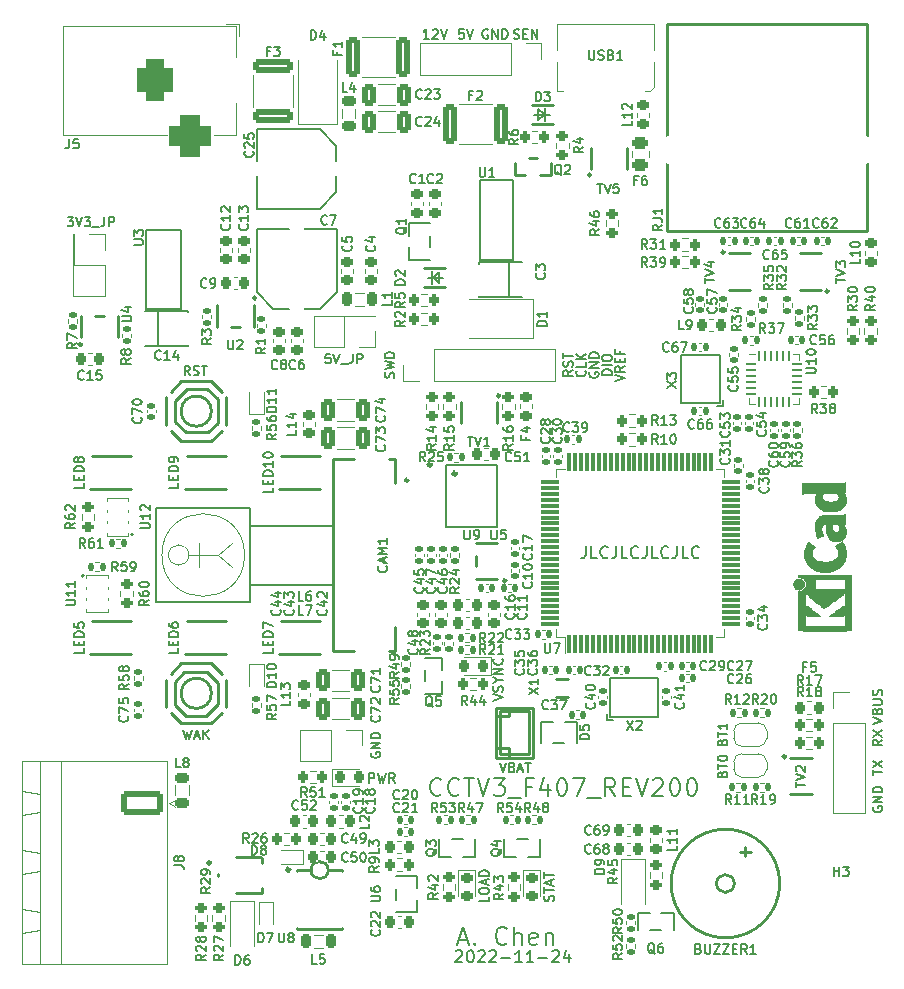
<source format=gto>
%TF.GenerationSoftware,KiCad,Pcbnew,(6.0.8-1)-1*%
%TF.CreationDate,2022-11-24T03:44:55+08:00*%
%TF.ProjectId,CCTV3_F407_REV200,43435456-335f-4463-9430-375f52455632,rev?*%
%TF.SameCoordinates,Original*%
%TF.FileFunction,Legend,Top*%
%TF.FilePolarity,Positive*%
%FSLAX46Y46*%
G04 Gerber Fmt 4.6, Leading zero omitted, Abs format (unit mm)*
G04 Created by KiCad (PCBNEW (6.0.8-1)-1) date 2022-11-24 03:44:55*
%MOMM*%
%LPD*%
G01*
G04 APERTURE LIST*
G04 Aperture macros list*
%AMRoundRect*
0 Rectangle with rounded corners*
0 $1 Rounding radius*
0 $2 $3 $4 $5 $6 $7 $8 $9 X,Y pos of 4 corners*
0 Add a 4 corners polygon primitive as box body*
4,1,4,$2,$3,$4,$5,$6,$7,$8,$9,$2,$3,0*
0 Add four circle primitives for the rounded corners*
1,1,$1+$1,$2,$3*
1,1,$1+$1,$4,$5*
1,1,$1+$1,$6,$7*
1,1,$1+$1,$8,$9*
0 Add four rect primitives between the rounded corners*
20,1,$1+$1,$2,$3,$4,$5,0*
20,1,$1+$1,$4,$5,$6,$7,0*
20,1,$1+$1,$6,$7,$8,$9,0*
20,1,$1+$1,$8,$9,$2,$3,0*%
%AMFreePoly0*
4,1,20,0.000000,0.744959,0.073905,0.744508,0.209726,0.703889,0.328688,0.626782,0.421226,0.519385,0.479903,0.390333,0.500000,0.250000,0.500000,-0.250000,0.499851,-0.262216,0.476331,-0.402017,0.414519,-0.529596,0.319384,-0.634700,0.198574,-0.708877,0.061801,-0.746166,0.000000,-0.745033,0.000000,-0.750000,-0.500000,-0.750000,-0.500000,0.750000,0.000000,0.750000,0.000000,0.744959,
0.000000,0.744959,$1*%
%AMFreePoly1*
4,1,22,0.500000,-0.750000,0.000000,-0.750000,0.000000,-0.745033,-0.079941,-0.743568,-0.215256,-0.701293,-0.333266,-0.622738,-0.424486,-0.514219,-0.481581,-0.384460,-0.499164,-0.250000,-0.500000,-0.250000,-0.500000,0.250000,-0.499164,0.250000,-0.499963,0.256109,-0.478152,0.396186,-0.417904,0.524511,-0.324060,0.630769,-0.204165,0.706417,-0.067858,0.745374,0.000000,0.744959,0.000000,0.750000,
0.500000,0.750000,0.500000,-0.750000,0.500000,-0.750000,$1*%
G04 Aperture macros list end*
%ADD10C,0.150000*%
%ADD11C,0.200000*%
%ADD12C,0.010000*%
%ADD13C,0.120000*%
%ADD14C,0.250000*%
%ADD15C,0.300000*%
%ADD16C,0.100000*%
%ADD17RoundRect,0.218750X-0.256250X0.218750X-0.256250X-0.218750X0.256250X-0.218750X0.256250X0.218750X0*%
%ADD18RoundRect,0.200000X-0.275000X0.200000X-0.275000X-0.200000X0.275000X-0.200000X0.275000X0.200000X0*%
%ADD19R,2.460000X1.050000*%
%ADD20R,2.460000X3.540000*%
%ADD21RoundRect,0.140000X-0.170000X0.140000X-0.170000X-0.140000X0.170000X-0.140000X0.170000X0.140000X0*%
%ADD22RoundRect,0.200000X0.200000X0.275000X-0.200000X0.275000X-0.200000X-0.275000X0.200000X-0.275000X0*%
%ADD23R,1.200000X1.200000*%
%ADD24R,1.500000X1.600000*%
%ADD25RoundRect,0.140000X0.140000X0.170000X-0.140000X0.170000X-0.140000X-0.170000X0.140000X-0.170000X0*%
%ADD26RoundRect,0.225000X-0.250000X0.225000X-0.250000X-0.225000X0.250000X-0.225000X0.250000X0.225000X0*%
%ADD27R,1.610000X2.380000*%
%ADD28RoundRect,0.135000X0.185000X-0.135000X0.185000X0.135000X-0.185000X0.135000X-0.185000X-0.135000X0*%
%ADD29R,1.100000X1.100000*%
%ADD30R,2.500000X1.100000*%
%ADD31R,2.340000X3.600000*%
%ADD32O,1.700000X1.700000*%
%ADD33R,1.700000X1.700000*%
%ADD34C,3.200000*%
%ADD35RoundRect,0.140000X0.170000X-0.140000X0.170000X0.140000X-0.170000X0.140000X-0.170000X-0.140000X0*%
%ADD36R,1.100000X1.700000*%
%ADD37RoundRect,0.200000X0.275000X-0.200000X0.275000X0.200000X-0.275000X0.200000X-0.275000X-0.200000X0*%
%ADD38RoundRect,0.062500X-0.350000X-0.062500X0.350000X-0.062500X0.350000X0.062500X-0.350000X0.062500X0*%
%ADD39RoundRect,0.062500X-0.062500X-0.350000X0.062500X-0.350000X0.062500X0.350000X-0.062500X0.350000X0*%
%ADD40R,2.600000X2.600000*%
%ADD41RoundRect,0.225000X0.225000X0.250000X-0.225000X0.250000X-0.225000X-0.250000X0.225000X-0.250000X0*%
%ADD42R,1.000000X0.550000*%
%ADD43R,0.550000X1.000000*%
%ADD44RoundRect,0.135000X0.135000X0.185000X-0.135000X0.185000X-0.135000X-0.185000X0.135000X-0.185000X0*%
%ADD45RoundRect,0.135000X-0.135000X-0.185000X0.135000X-0.185000X0.135000X0.185000X-0.135000X0.185000X0*%
%ADD46R,0.700000X1.250000*%
%ADD47RoundRect,0.140000X-0.140000X-0.170000X0.140000X-0.170000X0.140000X0.170000X-0.140000X0.170000X0*%
%ADD48R,0.600000X1.070000*%
%ADD49RoundRect,0.218750X0.218750X0.256250X-0.218750X0.256250X-0.218750X-0.256250X0.218750X-0.256250X0*%
%ADD50R,1.400000X1.200000*%
%ADD51RoundRect,0.218750X-0.218750X-0.256250X0.218750X-0.256250X0.218750X0.256250X-0.218750X0.256250X0*%
%ADD52RoundRect,0.200000X-0.200000X-0.275000X0.200000X-0.275000X0.200000X0.275000X-0.200000X0.275000X0*%
%ADD53RoundRect,0.135000X-0.185000X0.135000X-0.185000X-0.135000X0.185000X-0.135000X0.185000X0.135000X0*%
%ADD54R,1.070000X0.600000*%
%ADD55RoundRect,0.250000X-1.550000X0.750000X-1.550000X-0.750000X1.550000X-0.750000X1.550000X0.750000X0*%
%ADD56O,3.600000X2.000000*%
%ADD57RoundRect,0.225000X0.250000X-0.225000X0.250000X0.225000X-0.250000X0.225000X-0.250000X-0.225000X0*%
%ADD58RoundRect,0.075000X0.075000X-0.725000X0.075000X0.725000X-0.075000X0.725000X-0.075000X-0.725000X0*%
%ADD59RoundRect,0.075000X0.725000X-0.075000X0.725000X0.075000X-0.725000X0.075000X-0.725000X-0.075000X0*%
%ADD60R,1.000000X1.800000*%
%ADD61R,1.700000X1.000000*%
%ADD62R,2.330000X2.380000*%
%ADD63R,1.100000X2.380000*%
%ADD64R,3.500000X3.500000*%
%ADD65RoundRect,0.750000X-0.750000X-1.000000X0.750000X-1.000000X0.750000X1.000000X-0.750000X1.000000X0*%
%ADD66RoundRect,0.875000X-0.875000X-0.875000X0.875000X-0.875000X0.875000X0.875000X-0.875000X0.875000X0*%
%ADD67R,0.600000X0.700000*%
%ADD68FreePoly0,180.000000*%
%ADD69FreePoly1,180.000000*%
%ADD70RoundRect,0.250000X0.312500X1.450000X-0.312500X1.450000X-0.312500X-1.450000X0.312500X-1.450000X0*%
%ADD71RoundRect,0.225000X-0.225000X-0.250000X0.225000X-0.250000X0.225000X0.250000X-0.225000X0.250000X0*%
%ADD72RoundRect,0.250000X1.450000X-0.312500X1.450000X0.312500X-1.450000X0.312500X-1.450000X-0.312500X0*%
%ADD73R,3.260000X1.150000*%
%ADD74RoundRect,0.218750X0.256250X-0.218750X0.256250X0.218750X-0.256250X0.218750X-0.256250X-0.218750X0*%
%ADD75C,1.000000*%
%ADD76RoundRect,0.250000X-0.325000X-0.650000X0.325000X-0.650000X0.325000X0.650000X-0.325000X0.650000X0*%
%ADD77R,1.250000X0.700000*%
%ADD78R,0.600000X1.000000*%
%ADD79RoundRect,0.218750X0.381250X-0.218750X0.381250X0.218750X-0.381250X0.218750X-0.381250X-0.218750X0*%
%ADD80R,1.000000X0.600000*%
%ADD81O,1.950000X0.570000*%
%ADD82R,1.200000X1.400000*%
%ADD83RoundRect,0.218750X0.218750X0.381250X-0.218750X0.381250X-0.218750X-0.381250X0.218750X-0.381250X0*%
%ADD84R,0.800000X0.500000*%
%ADD85RoundRect,0.243750X0.456250X-0.243750X0.456250X0.243750X-0.456250X0.243750X-0.456250X-0.243750X0*%
%ADD86R,0.700000X0.600000*%
%ADD87R,1.150000X3.260000*%
%ADD88O,2.250000X0.630000*%
%ADD89C,1.800000*%
%ADD90O,1.000000X1.550000*%
%ADD91O,1.250000X0.950000*%
%ADD92R,0.400000X1.350000*%
%ADD93R,1.800000X2.500000*%
%ADD94C,1.300000*%
%ADD95C,1.600000*%
%ADD96C,2.540000*%
%ADD97R,1.250000X0.300000*%
%ADD98R,2.500000X2.000000*%
%ADD99R,0.800000X1.000000*%
%ADD100RoundRect,0.218750X-0.381250X0.218750X-0.381250X-0.218750X0.381250X-0.218750X0.381250X0.218750X0*%
%ADD101R,2.500000X1.800000*%
G04 APERTURE END LIST*
D10*
X64380952Y-64252380D02*
X64380952Y-64966666D01*
X64333333Y-65109523D01*
X64238095Y-65204761D01*
X64095238Y-65252380D01*
X64000000Y-65252380D01*
X65333333Y-65252380D02*
X64857142Y-65252380D01*
X64857142Y-64252380D01*
X66238095Y-65157142D02*
X66190476Y-65204761D01*
X66047619Y-65252380D01*
X65952380Y-65252380D01*
X65809523Y-65204761D01*
X65714285Y-65109523D01*
X65666666Y-65014285D01*
X65619047Y-64823809D01*
X65619047Y-64680952D01*
X65666666Y-64490476D01*
X65714285Y-64395238D01*
X65809523Y-64300000D01*
X65952380Y-64252380D01*
X66047619Y-64252380D01*
X66190476Y-64300000D01*
X66238095Y-64347619D01*
X66952380Y-64252380D02*
X66952380Y-64966666D01*
X66904761Y-65109523D01*
X66809523Y-65204761D01*
X66666666Y-65252380D01*
X66571428Y-65252380D01*
X67904761Y-65252380D02*
X67428571Y-65252380D01*
X67428571Y-64252380D01*
X68809523Y-65157142D02*
X68761904Y-65204761D01*
X68619047Y-65252380D01*
X68523809Y-65252380D01*
X68380952Y-65204761D01*
X68285714Y-65109523D01*
X68238095Y-65014285D01*
X68190476Y-64823809D01*
X68190476Y-64680952D01*
X68238095Y-64490476D01*
X68285714Y-64395238D01*
X68380952Y-64300000D01*
X68523809Y-64252380D01*
X68619047Y-64252380D01*
X68761904Y-64300000D01*
X68809523Y-64347619D01*
X69523809Y-64252380D02*
X69523809Y-64966666D01*
X69476190Y-65109523D01*
X69380952Y-65204761D01*
X69238095Y-65252380D01*
X69142857Y-65252380D01*
X70476190Y-65252380D02*
X70000000Y-65252380D01*
X70000000Y-64252380D01*
X71380952Y-65157142D02*
X71333333Y-65204761D01*
X71190476Y-65252380D01*
X71095238Y-65252380D01*
X70952380Y-65204761D01*
X70857142Y-65109523D01*
X70809523Y-65014285D01*
X70761904Y-64823809D01*
X70761904Y-64680952D01*
X70809523Y-64490476D01*
X70857142Y-64395238D01*
X70952380Y-64300000D01*
X71095238Y-64252380D01*
X71190476Y-64252380D01*
X71333333Y-64300000D01*
X71380952Y-64347619D01*
X72095238Y-64252380D02*
X72095238Y-64966666D01*
X72047619Y-65109523D01*
X71952380Y-65204761D01*
X71809523Y-65252380D01*
X71714285Y-65252380D01*
X73047619Y-65252380D02*
X72571428Y-65252380D01*
X72571428Y-64252380D01*
X73952380Y-65157142D02*
X73904761Y-65204761D01*
X73761904Y-65252380D01*
X73666666Y-65252380D01*
X73523809Y-65204761D01*
X73428571Y-65109523D01*
X73380952Y-65014285D01*
X73333333Y-64823809D01*
X73333333Y-64680952D01*
X73380952Y-64490476D01*
X73428571Y-64395238D01*
X73523809Y-64300000D01*
X73666666Y-64252380D01*
X73761904Y-64252380D01*
X73904761Y-64300000D01*
X73952380Y-64347619D01*
D11*
X52142857Y-85235714D02*
X52071428Y-85307142D01*
X51857142Y-85378571D01*
X51714285Y-85378571D01*
X51500000Y-85307142D01*
X51357142Y-85164285D01*
X51285714Y-85021428D01*
X51214285Y-84735714D01*
X51214285Y-84521428D01*
X51285714Y-84235714D01*
X51357142Y-84092857D01*
X51500000Y-83950000D01*
X51714285Y-83878571D01*
X51857142Y-83878571D01*
X52071428Y-83950000D01*
X52142857Y-84021428D01*
X53642857Y-85235714D02*
X53571428Y-85307142D01*
X53357142Y-85378571D01*
X53214285Y-85378571D01*
X53000000Y-85307142D01*
X52857142Y-85164285D01*
X52785714Y-85021428D01*
X52714285Y-84735714D01*
X52714285Y-84521428D01*
X52785714Y-84235714D01*
X52857142Y-84092857D01*
X53000000Y-83950000D01*
X53214285Y-83878571D01*
X53357142Y-83878571D01*
X53571428Y-83950000D01*
X53642857Y-84021428D01*
X54071428Y-83878571D02*
X54928571Y-83878571D01*
X54500000Y-85378571D02*
X54500000Y-83878571D01*
X55214285Y-83878571D02*
X55714285Y-85378571D01*
X56214285Y-83878571D01*
X56571428Y-83878571D02*
X57500000Y-83878571D01*
X57000000Y-84450000D01*
X57214285Y-84450000D01*
X57357142Y-84521428D01*
X57428571Y-84592857D01*
X57500000Y-84735714D01*
X57500000Y-85092857D01*
X57428571Y-85235714D01*
X57357142Y-85307142D01*
X57214285Y-85378571D01*
X56785714Y-85378571D01*
X56642857Y-85307142D01*
X56571428Y-85235714D01*
X57785714Y-85521428D02*
X58928571Y-85521428D01*
X59785714Y-84592857D02*
X59285714Y-84592857D01*
X59285714Y-85378571D02*
X59285714Y-83878571D01*
X60000000Y-83878571D01*
X61214285Y-84378571D02*
X61214285Y-85378571D01*
X60857142Y-83807142D02*
X60500000Y-84878571D01*
X61428571Y-84878571D01*
X62285714Y-83878571D02*
X62428571Y-83878571D01*
X62571428Y-83950000D01*
X62642857Y-84021428D01*
X62714285Y-84164285D01*
X62785714Y-84450000D01*
X62785714Y-84807142D01*
X62714285Y-85092857D01*
X62642857Y-85235714D01*
X62571428Y-85307142D01*
X62428571Y-85378571D01*
X62285714Y-85378571D01*
X62142857Y-85307142D01*
X62071428Y-85235714D01*
X62000000Y-85092857D01*
X61928571Y-84807142D01*
X61928571Y-84450000D01*
X62000000Y-84164285D01*
X62071428Y-84021428D01*
X62142857Y-83950000D01*
X62285714Y-83878571D01*
X63285714Y-83878571D02*
X64285714Y-83878571D01*
X63642857Y-85378571D01*
X64500000Y-85521428D02*
X65642857Y-85521428D01*
X66857142Y-85378571D02*
X66357142Y-84664285D01*
X66000000Y-85378571D02*
X66000000Y-83878571D01*
X66571428Y-83878571D01*
X66714285Y-83950000D01*
X66785714Y-84021428D01*
X66857142Y-84164285D01*
X66857142Y-84378571D01*
X66785714Y-84521428D01*
X66714285Y-84592857D01*
X66571428Y-84664285D01*
X66000000Y-84664285D01*
X67500000Y-84592857D02*
X68000000Y-84592857D01*
X68214285Y-85378571D02*
X67500000Y-85378571D01*
X67500000Y-83878571D01*
X68214285Y-83878571D01*
X68642857Y-83878571D02*
X69142857Y-85378571D01*
X69642857Y-83878571D01*
X70071428Y-84021428D02*
X70142857Y-83950000D01*
X70285714Y-83878571D01*
X70642857Y-83878571D01*
X70785714Y-83950000D01*
X70857142Y-84021428D01*
X70928571Y-84164285D01*
X70928571Y-84307142D01*
X70857142Y-84521428D01*
X70000000Y-85378571D01*
X70928571Y-85378571D01*
X71857142Y-83878571D02*
X72000000Y-83878571D01*
X72142857Y-83950000D01*
X72214285Y-84021428D01*
X72285714Y-84164285D01*
X72357142Y-84450000D01*
X72357142Y-84807142D01*
X72285714Y-85092857D01*
X72214285Y-85235714D01*
X72142857Y-85307142D01*
X72000000Y-85378571D01*
X71857142Y-85378571D01*
X71714285Y-85307142D01*
X71642857Y-85235714D01*
X71571428Y-85092857D01*
X71500000Y-84807142D01*
X71500000Y-84450000D01*
X71571428Y-84164285D01*
X71642857Y-84021428D01*
X71714285Y-83950000D01*
X71857142Y-83878571D01*
X73285714Y-83878571D02*
X73428571Y-83878571D01*
X73571428Y-83950000D01*
X73642857Y-84021428D01*
X73714285Y-84164285D01*
X73785714Y-84450000D01*
X73785714Y-84807142D01*
X73714285Y-85092857D01*
X73642857Y-85235714D01*
X73571428Y-85307142D01*
X73428571Y-85378571D01*
X73285714Y-85378571D01*
X73142857Y-85307142D01*
X73071428Y-85235714D01*
X73000000Y-85092857D01*
X72928571Y-84807142D01*
X72928571Y-84450000D01*
X73000000Y-84164285D01*
X73071428Y-84021428D01*
X73142857Y-83950000D01*
X73285714Y-83878571D01*
X53365238Y-98547619D02*
X53412857Y-98500000D01*
X53508095Y-98452380D01*
X53746190Y-98452380D01*
X53841428Y-98500000D01*
X53889047Y-98547619D01*
X53936666Y-98642857D01*
X53936666Y-98738095D01*
X53889047Y-98880952D01*
X53317619Y-99452380D01*
X53936666Y-99452380D01*
X54555714Y-98452380D02*
X54650952Y-98452380D01*
X54746190Y-98500000D01*
X54793809Y-98547619D01*
X54841428Y-98642857D01*
X54889047Y-98833333D01*
X54889047Y-99071428D01*
X54841428Y-99261904D01*
X54793809Y-99357142D01*
X54746190Y-99404761D01*
X54650952Y-99452380D01*
X54555714Y-99452380D01*
X54460476Y-99404761D01*
X54412857Y-99357142D01*
X54365238Y-99261904D01*
X54317619Y-99071428D01*
X54317619Y-98833333D01*
X54365238Y-98642857D01*
X54412857Y-98547619D01*
X54460476Y-98500000D01*
X54555714Y-98452380D01*
X55270000Y-98547619D02*
X55317619Y-98500000D01*
X55412857Y-98452380D01*
X55650952Y-98452380D01*
X55746190Y-98500000D01*
X55793809Y-98547619D01*
X55841428Y-98642857D01*
X55841428Y-98738095D01*
X55793809Y-98880952D01*
X55222380Y-99452380D01*
X55841428Y-99452380D01*
X56222380Y-98547619D02*
X56270000Y-98500000D01*
X56365238Y-98452380D01*
X56603333Y-98452380D01*
X56698571Y-98500000D01*
X56746190Y-98547619D01*
X56793809Y-98642857D01*
X56793809Y-98738095D01*
X56746190Y-98880952D01*
X56174761Y-99452380D01*
X56793809Y-99452380D01*
X57222380Y-99071428D02*
X57984285Y-99071428D01*
X58984285Y-99452380D02*
X58412857Y-99452380D01*
X58698571Y-99452380D02*
X58698571Y-98452380D01*
X58603333Y-98595238D01*
X58508095Y-98690476D01*
X58412857Y-98738095D01*
X59936666Y-99452380D02*
X59365238Y-99452380D01*
X59650952Y-99452380D02*
X59650952Y-98452380D01*
X59555714Y-98595238D01*
X59460476Y-98690476D01*
X59365238Y-98738095D01*
X60365238Y-99071428D02*
X61127142Y-99071428D01*
X61555714Y-98547619D02*
X61603333Y-98500000D01*
X61698571Y-98452380D01*
X61936666Y-98452380D01*
X62031904Y-98500000D01*
X62079523Y-98547619D01*
X62127142Y-98642857D01*
X62127142Y-98738095D01*
X62079523Y-98880952D01*
X61508095Y-99452380D01*
X62127142Y-99452380D01*
X62984285Y-98785714D02*
X62984285Y-99452380D01*
X62746190Y-98404761D02*
X62508095Y-99119047D01*
X63127142Y-99119047D01*
X53612857Y-97550000D02*
X54327142Y-97550000D01*
X53470000Y-97978571D02*
X53970000Y-96478571D01*
X54470000Y-97978571D01*
X54970000Y-97835714D02*
X55041428Y-97907142D01*
X54970000Y-97978571D01*
X54898571Y-97907142D01*
X54970000Y-97835714D01*
X54970000Y-97978571D01*
X57684285Y-97835714D02*
X57612857Y-97907142D01*
X57398571Y-97978571D01*
X57255714Y-97978571D01*
X57041428Y-97907142D01*
X56898571Y-97764285D01*
X56827142Y-97621428D01*
X56755714Y-97335714D01*
X56755714Y-97121428D01*
X56827142Y-96835714D01*
X56898571Y-96692857D01*
X57041428Y-96550000D01*
X57255714Y-96478571D01*
X57398571Y-96478571D01*
X57612857Y-96550000D01*
X57684285Y-96621428D01*
X58327142Y-97978571D02*
X58327142Y-96478571D01*
X58970000Y-97978571D02*
X58970000Y-97192857D01*
X58898571Y-97050000D01*
X58755714Y-96978571D01*
X58541428Y-96978571D01*
X58398571Y-97050000D01*
X58327142Y-97121428D01*
X60255714Y-97907142D02*
X60112857Y-97978571D01*
X59827142Y-97978571D01*
X59684285Y-97907142D01*
X59612857Y-97764285D01*
X59612857Y-97192857D01*
X59684285Y-97050000D01*
X59827142Y-96978571D01*
X60112857Y-96978571D01*
X60255714Y-97050000D01*
X60327142Y-97192857D01*
X60327142Y-97335714D01*
X59612857Y-97478571D01*
X60970000Y-96978571D02*
X60970000Y-97978571D01*
X60970000Y-97121428D02*
X61041428Y-97050000D01*
X61184285Y-96978571D01*
X61398571Y-96978571D01*
X61541428Y-97050000D01*
X61612857Y-97192857D01*
X61612857Y-97978571D01*
D10*
X48123809Y-49985714D02*
X48161904Y-49871428D01*
X48161904Y-49680952D01*
X48123809Y-49604761D01*
X48085714Y-49566666D01*
X48009523Y-49528571D01*
X47933333Y-49528571D01*
X47857142Y-49566666D01*
X47819047Y-49604761D01*
X47780952Y-49680952D01*
X47742857Y-49833333D01*
X47704761Y-49909523D01*
X47666666Y-49947619D01*
X47590476Y-49985714D01*
X47514285Y-49985714D01*
X47438095Y-49947619D01*
X47400000Y-49909523D01*
X47361904Y-49833333D01*
X47361904Y-49642857D01*
X47400000Y-49528571D01*
X47361904Y-49261904D02*
X48161904Y-49071428D01*
X47590476Y-48919047D01*
X48161904Y-48766666D01*
X47361904Y-48576190D01*
X48161904Y-48271428D02*
X47361904Y-48271428D01*
X47361904Y-48080952D01*
X47400000Y-47966666D01*
X47476190Y-47890476D01*
X47552380Y-47852380D01*
X47704761Y-47814285D01*
X47819047Y-47814285D01*
X47971428Y-47852380D01*
X48047619Y-47890476D01*
X48123809Y-47966666D01*
X48161904Y-48080952D01*
X48161904Y-48271428D01*
X66861904Y-50271428D02*
X67661904Y-50004761D01*
X66861904Y-49738095D01*
X67661904Y-49014285D02*
X67280952Y-49280952D01*
X67661904Y-49471428D02*
X66861904Y-49471428D01*
X66861904Y-49166666D01*
X66900000Y-49090476D01*
X66938095Y-49052380D01*
X67014285Y-49014285D01*
X67128571Y-49014285D01*
X67204761Y-49052380D01*
X67242857Y-49090476D01*
X67280952Y-49166666D01*
X67280952Y-49471428D01*
X67242857Y-48671428D02*
X67242857Y-48404761D01*
X67661904Y-48290476D02*
X67661904Y-48671428D01*
X66861904Y-48671428D01*
X66861904Y-48290476D01*
X67242857Y-47680952D02*
X67242857Y-47947619D01*
X67661904Y-47947619D02*
X66861904Y-47947619D01*
X66861904Y-47566666D01*
X66561904Y-49719047D02*
X65761904Y-49719047D01*
X65761904Y-49528571D01*
X65800000Y-49414285D01*
X65876190Y-49338095D01*
X65952380Y-49300000D01*
X66104761Y-49261904D01*
X66219047Y-49261904D01*
X66371428Y-49300000D01*
X66447619Y-49338095D01*
X66523809Y-49414285D01*
X66561904Y-49528571D01*
X66561904Y-49719047D01*
X66561904Y-48919047D02*
X65761904Y-48919047D01*
X65761904Y-48385714D02*
X65761904Y-48233333D01*
X65800000Y-48157142D01*
X65876190Y-48080952D01*
X66028571Y-48042857D01*
X66295238Y-48042857D01*
X66447619Y-48080952D01*
X66523809Y-48157142D01*
X66561904Y-48233333D01*
X66561904Y-48385714D01*
X66523809Y-48461904D01*
X66447619Y-48538095D01*
X66295238Y-48576190D01*
X66028571Y-48576190D01*
X65876190Y-48538095D01*
X65800000Y-48461904D01*
X65761904Y-48385714D01*
X64700000Y-49509523D02*
X64661904Y-49585714D01*
X64661904Y-49700000D01*
X64700000Y-49814285D01*
X64776190Y-49890476D01*
X64852380Y-49928571D01*
X65004761Y-49966666D01*
X65119047Y-49966666D01*
X65271428Y-49928571D01*
X65347619Y-49890476D01*
X65423809Y-49814285D01*
X65461904Y-49700000D01*
X65461904Y-49623809D01*
X65423809Y-49509523D01*
X65385714Y-49471428D01*
X65119047Y-49471428D01*
X65119047Y-49623809D01*
X65461904Y-49128571D02*
X64661904Y-49128571D01*
X65461904Y-48671428D01*
X64661904Y-48671428D01*
X65461904Y-48290476D02*
X64661904Y-48290476D01*
X64661904Y-48100000D01*
X64700000Y-47985714D01*
X64776190Y-47909523D01*
X64852380Y-47871428D01*
X65004761Y-47833333D01*
X65119047Y-47833333D01*
X65271428Y-47871428D01*
X65347619Y-47909523D01*
X65423809Y-47985714D01*
X65461904Y-48100000D01*
X65461904Y-48290476D01*
X64285714Y-49376190D02*
X64323809Y-49414285D01*
X64361904Y-49528571D01*
X64361904Y-49604761D01*
X64323809Y-49719047D01*
X64247619Y-49795238D01*
X64171428Y-49833333D01*
X64019047Y-49871428D01*
X63904761Y-49871428D01*
X63752380Y-49833333D01*
X63676190Y-49795238D01*
X63600000Y-49719047D01*
X63561904Y-49604761D01*
X63561904Y-49528571D01*
X63600000Y-49414285D01*
X63638095Y-49376190D01*
X64361904Y-48652380D02*
X64361904Y-49033333D01*
X63561904Y-49033333D01*
X64361904Y-48385714D02*
X63561904Y-48385714D01*
X64361904Y-47928571D02*
X63904761Y-48271428D01*
X63561904Y-47928571D02*
X64019047Y-48385714D01*
X63261904Y-49338095D02*
X62880952Y-49604761D01*
X63261904Y-49795238D02*
X62461904Y-49795238D01*
X62461904Y-49490476D01*
X62500000Y-49414285D01*
X62538095Y-49376190D01*
X62614285Y-49338095D01*
X62728571Y-49338095D01*
X62804761Y-49376190D01*
X62842857Y-49414285D01*
X62880952Y-49490476D01*
X62880952Y-49795238D01*
X63223809Y-49033333D02*
X63261904Y-48919047D01*
X63261904Y-48728571D01*
X63223809Y-48652380D01*
X63185714Y-48614285D01*
X63109523Y-48576190D01*
X63033333Y-48576190D01*
X62957142Y-48614285D01*
X62919047Y-48652380D01*
X62880952Y-48728571D01*
X62842857Y-48880952D01*
X62804761Y-48957142D01*
X62766666Y-48995238D01*
X62690476Y-49033333D01*
X62614285Y-49033333D01*
X62538095Y-48995238D01*
X62500000Y-48957142D01*
X62461904Y-48880952D01*
X62461904Y-48690476D01*
X62500000Y-48576190D01*
X62461904Y-48347619D02*
X62461904Y-47890476D01*
X63261904Y-48119047D02*
X62461904Y-48119047D01*
X61623809Y-94280952D02*
X61661904Y-94166666D01*
X61661904Y-93976190D01*
X61623809Y-93900000D01*
X61585714Y-93861904D01*
X61509523Y-93823809D01*
X61433333Y-93823809D01*
X61357142Y-93861904D01*
X61319047Y-93900000D01*
X61280952Y-93976190D01*
X61242857Y-94128571D01*
X61204761Y-94204761D01*
X61166666Y-94242857D01*
X61090476Y-94280952D01*
X61014285Y-94280952D01*
X60938095Y-94242857D01*
X60900000Y-94204761D01*
X60861904Y-94128571D01*
X60861904Y-93938095D01*
X60900000Y-93823809D01*
X60861904Y-93595238D02*
X60861904Y-93138095D01*
X61661904Y-93366666D02*
X60861904Y-93366666D01*
X61433333Y-92909523D02*
X61433333Y-92528571D01*
X61661904Y-92985714D02*
X60861904Y-92719047D01*
X61661904Y-92452380D01*
X60861904Y-92300000D02*
X60861904Y-91842857D01*
X61661904Y-92071428D02*
X60861904Y-92071428D01*
X56161904Y-93914285D02*
X56161904Y-94295238D01*
X55361904Y-94295238D01*
X55361904Y-93495238D02*
X55361904Y-93342857D01*
X55400000Y-93266666D01*
X55476190Y-93190476D01*
X55628571Y-93152380D01*
X55895238Y-93152380D01*
X56047619Y-93190476D01*
X56123809Y-93266666D01*
X56161904Y-93342857D01*
X56161904Y-93495238D01*
X56123809Y-93571428D01*
X56047619Y-93647619D01*
X55895238Y-93685714D01*
X55628571Y-93685714D01*
X55476190Y-93647619D01*
X55400000Y-93571428D01*
X55361904Y-93495238D01*
X55933333Y-92847619D02*
X55933333Y-92466666D01*
X56161904Y-92923809D02*
X55361904Y-92657142D01*
X56161904Y-92390476D01*
X56161904Y-92123809D02*
X55361904Y-92123809D01*
X55361904Y-91933333D01*
X55400000Y-91819047D01*
X55476190Y-91742857D01*
X55552380Y-91704761D01*
X55704761Y-91666666D01*
X55819047Y-91666666D01*
X55971428Y-91704761D01*
X56047619Y-91742857D01*
X56123809Y-91819047D01*
X56161904Y-91933333D01*
X56161904Y-92123809D01*
X46033333Y-84261904D02*
X46033333Y-83461904D01*
X46338095Y-83461904D01*
X46414285Y-83500000D01*
X46452380Y-83538095D01*
X46490476Y-83614285D01*
X46490476Y-83728571D01*
X46452380Y-83804761D01*
X46414285Y-83842857D01*
X46338095Y-83880952D01*
X46033333Y-83880952D01*
X46757142Y-83461904D02*
X46947619Y-84261904D01*
X47100000Y-83690476D01*
X47252380Y-84261904D01*
X47442857Y-83461904D01*
X48204761Y-84261904D02*
X47938095Y-83880952D01*
X47747619Y-84261904D02*
X47747619Y-83461904D01*
X48052380Y-83461904D01*
X48128571Y-83500000D01*
X48166666Y-83538095D01*
X48204761Y-83614285D01*
X48204761Y-83728571D01*
X48166666Y-83804761D01*
X48128571Y-83842857D01*
X48052380Y-83880952D01*
X47747619Y-83880952D01*
X46200000Y-81709523D02*
X46161904Y-81785714D01*
X46161904Y-81900000D01*
X46200000Y-82014285D01*
X46276190Y-82090476D01*
X46352380Y-82128571D01*
X46504761Y-82166666D01*
X46619047Y-82166666D01*
X46771428Y-82128571D01*
X46847619Y-82090476D01*
X46923809Y-82014285D01*
X46961904Y-81900000D01*
X46961904Y-81823809D01*
X46923809Y-81709523D01*
X46885714Y-81671428D01*
X46619047Y-81671428D01*
X46619047Y-81823809D01*
X46961904Y-81328571D02*
X46161904Y-81328571D01*
X46961904Y-80871428D01*
X46161904Y-80871428D01*
X46961904Y-80490476D02*
X46161904Y-80490476D01*
X46161904Y-80300000D01*
X46200000Y-80185714D01*
X46276190Y-80109523D01*
X46352380Y-80071428D01*
X46504761Y-80033333D01*
X46619047Y-80033333D01*
X46771428Y-80071428D01*
X46847619Y-80109523D01*
X46923809Y-80185714D01*
X46961904Y-80300000D01*
X46961904Y-80490476D01*
X30861904Y-49761904D02*
X30595238Y-49380952D01*
X30404761Y-49761904D02*
X30404761Y-48961904D01*
X30709523Y-48961904D01*
X30785714Y-49000000D01*
X30823809Y-49038095D01*
X30861904Y-49114285D01*
X30861904Y-49228571D01*
X30823809Y-49304761D01*
X30785714Y-49342857D01*
X30709523Y-49380952D01*
X30404761Y-49380952D01*
X31166666Y-49723809D02*
X31280952Y-49761904D01*
X31471428Y-49761904D01*
X31547619Y-49723809D01*
X31585714Y-49685714D01*
X31623809Y-49609523D01*
X31623809Y-49533333D01*
X31585714Y-49457142D01*
X31547619Y-49419047D01*
X31471428Y-49380952D01*
X31319047Y-49342857D01*
X31242857Y-49304761D01*
X31204761Y-49266666D01*
X31166666Y-49190476D01*
X31166666Y-49114285D01*
X31204761Y-49038095D01*
X31242857Y-49000000D01*
X31319047Y-48961904D01*
X31509523Y-48961904D01*
X31623809Y-49000000D01*
X31852380Y-48961904D02*
X32309523Y-48961904D01*
X32080952Y-49761904D02*
X32080952Y-48961904D01*
X30314285Y-79761904D02*
X30504761Y-80561904D01*
X30657142Y-79990476D01*
X30809523Y-80561904D01*
X31000000Y-79761904D01*
X31266666Y-80333333D02*
X31647619Y-80333333D01*
X31190476Y-80561904D02*
X31457142Y-79761904D01*
X31723809Y-80561904D01*
X31990476Y-80561904D02*
X31990476Y-79761904D01*
X32447619Y-80561904D02*
X32104761Y-80104761D01*
X32447619Y-79761904D02*
X31990476Y-80219047D01*
X42738095Y-47961904D02*
X42357142Y-47961904D01*
X42319047Y-48342857D01*
X42357142Y-48304761D01*
X42433333Y-48266666D01*
X42623809Y-48266666D01*
X42700000Y-48304761D01*
X42738095Y-48342857D01*
X42776190Y-48419047D01*
X42776190Y-48609523D01*
X42738095Y-48685714D01*
X42700000Y-48723809D01*
X42623809Y-48761904D01*
X42433333Y-48761904D01*
X42357142Y-48723809D01*
X42319047Y-48685714D01*
X43004761Y-47961904D02*
X43271428Y-48761904D01*
X43538095Y-47961904D01*
X43614285Y-48838095D02*
X44223809Y-48838095D01*
X44642857Y-47961904D02*
X44642857Y-48533333D01*
X44604761Y-48647619D01*
X44528571Y-48723809D01*
X44414285Y-48761904D01*
X44338095Y-48761904D01*
X45023809Y-48761904D02*
X45023809Y-47961904D01*
X45328571Y-47961904D01*
X45404761Y-48000000D01*
X45442857Y-48038095D01*
X45480952Y-48114285D01*
X45480952Y-48228571D01*
X45442857Y-48304761D01*
X45404761Y-48342857D01*
X45328571Y-48380952D01*
X45023809Y-48380952D01*
X57085714Y-82561904D02*
X57352380Y-83361904D01*
X57619047Y-82561904D01*
X58152380Y-82942857D02*
X58266666Y-82980952D01*
X58304761Y-83019047D01*
X58342857Y-83095238D01*
X58342857Y-83209523D01*
X58304761Y-83285714D01*
X58266666Y-83323809D01*
X58190476Y-83361904D01*
X57885714Y-83361904D01*
X57885714Y-82561904D01*
X58152380Y-82561904D01*
X58228571Y-82600000D01*
X58266666Y-82638095D01*
X58304761Y-82714285D01*
X58304761Y-82790476D01*
X58266666Y-82866666D01*
X58228571Y-82904761D01*
X58152380Y-82942857D01*
X57885714Y-82942857D01*
X58647619Y-83133333D02*
X59028571Y-83133333D01*
X58571428Y-83361904D02*
X58838095Y-82561904D01*
X59104761Y-83361904D01*
X59257142Y-82561904D02*
X59714285Y-82561904D01*
X59485714Y-83361904D02*
X59485714Y-82561904D01*
X56561904Y-77309523D02*
X57361904Y-77042857D01*
X56561904Y-76776190D01*
X57323809Y-76547619D02*
X57361904Y-76433333D01*
X57361904Y-76242857D01*
X57323809Y-76166666D01*
X57285714Y-76128571D01*
X57209523Y-76090476D01*
X57133333Y-76090476D01*
X57057142Y-76128571D01*
X57019047Y-76166666D01*
X56980952Y-76242857D01*
X56942857Y-76395238D01*
X56904761Y-76471428D01*
X56866666Y-76509523D01*
X56790476Y-76547619D01*
X56714285Y-76547619D01*
X56638095Y-76509523D01*
X56600000Y-76471428D01*
X56561904Y-76395238D01*
X56561904Y-76204761D01*
X56600000Y-76090476D01*
X56980952Y-75595238D02*
X57361904Y-75595238D01*
X56561904Y-75861904D02*
X56980952Y-75595238D01*
X56561904Y-75328571D01*
X57361904Y-75061904D02*
X56561904Y-75061904D01*
X57361904Y-74604761D01*
X56561904Y-74604761D01*
X57285714Y-73766666D02*
X57323809Y-73804761D01*
X57361904Y-73919047D01*
X57361904Y-73995238D01*
X57323809Y-74109523D01*
X57247619Y-74185714D01*
X57171428Y-74223809D01*
X57019047Y-74261904D01*
X56904761Y-74261904D01*
X56752380Y-74223809D01*
X56676190Y-74185714D01*
X56600000Y-74109523D01*
X56561904Y-73995238D01*
X56561904Y-73919047D01*
X56600000Y-73804761D01*
X56638095Y-73766666D01*
X20500000Y-36361904D02*
X20995238Y-36361904D01*
X20728571Y-36666666D01*
X20842857Y-36666666D01*
X20919047Y-36704761D01*
X20957142Y-36742857D01*
X20995238Y-36819047D01*
X20995238Y-37009523D01*
X20957142Y-37085714D01*
X20919047Y-37123809D01*
X20842857Y-37161904D01*
X20614285Y-37161904D01*
X20538095Y-37123809D01*
X20500000Y-37085714D01*
X21223809Y-36361904D02*
X21490476Y-37161904D01*
X21757142Y-36361904D01*
X21947619Y-36361904D02*
X22442857Y-36361904D01*
X22176190Y-36666666D01*
X22290476Y-36666666D01*
X22366666Y-36704761D01*
X22404761Y-36742857D01*
X22442857Y-36819047D01*
X22442857Y-37009523D01*
X22404761Y-37085714D01*
X22366666Y-37123809D01*
X22290476Y-37161904D01*
X22061904Y-37161904D01*
X21985714Y-37123809D01*
X21947619Y-37085714D01*
X22595238Y-37238095D02*
X23204761Y-37238095D01*
X23623809Y-36361904D02*
X23623809Y-36933333D01*
X23585714Y-37047619D01*
X23509523Y-37123809D01*
X23395238Y-37161904D01*
X23319047Y-37161904D01*
X24004761Y-37161904D02*
X24004761Y-36361904D01*
X24309523Y-36361904D01*
X24385714Y-36400000D01*
X24423809Y-36438095D01*
X24461904Y-36514285D01*
X24461904Y-36628571D01*
X24423809Y-36704761D01*
X24385714Y-36742857D01*
X24309523Y-36780952D01*
X24004761Y-36780952D01*
X75942857Y-80828571D02*
X75980952Y-80714285D01*
X76019047Y-80676190D01*
X76095238Y-80638095D01*
X76209523Y-80638095D01*
X76285714Y-80676190D01*
X76323809Y-80714285D01*
X76361904Y-80790476D01*
X76361904Y-81095238D01*
X75561904Y-81095238D01*
X75561904Y-80828571D01*
X75600000Y-80752380D01*
X75638095Y-80714285D01*
X75714285Y-80676190D01*
X75790476Y-80676190D01*
X75866666Y-80714285D01*
X75904761Y-80752380D01*
X75942857Y-80828571D01*
X75942857Y-81095238D01*
X75561904Y-80409523D02*
X75561904Y-79952380D01*
X76361904Y-80180952D02*
X75561904Y-80180952D01*
X76361904Y-79266666D02*
X76361904Y-79723809D01*
X76361904Y-79495238D02*
X75561904Y-79495238D01*
X75676190Y-79571428D01*
X75752380Y-79647619D01*
X75790476Y-79723809D01*
X75942857Y-83528571D02*
X75980952Y-83414285D01*
X76019047Y-83376190D01*
X76095238Y-83338095D01*
X76209523Y-83338095D01*
X76285714Y-83376190D01*
X76323809Y-83414285D01*
X76361904Y-83490476D01*
X76361904Y-83795238D01*
X75561904Y-83795238D01*
X75561904Y-83528571D01*
X75600000Y-83452380D01*
X75638095Y-83414285D01*
X75714285Y-83376190D01*
X75790476Y-83376190D01*
X75866666Y-83414285D01*
X75904761Y-83452380D01*
X75942857Y-83528571D01*
X75942857Y-83795238D01*
X75561904Y-83109523D02*
X75561904Y-82652380D01*
X76361904Y-82880952D02*
X75561904Y-82880952D01*
X75561904Y-82233333D02*
X75561904Y-82157142D01*
X75600000Y-82080952D01*
X75638095Y-82042857D01*
X75714285Y-82004761D01*
X75866666Y-81966666D01*
X76057142Y-81966666D01*
X76209523Y-82004761D01*
X76285714Y-82042857D01*
X76323809Y-82080952D01*
X76361904Y-82157142D01*
X76361904Y-82233333D01*
X76323809Y-82309523D01*
X76285714Y-82347619D01*
X76209523Y-82385714D01*
X76057142Y-82423809D01*
X75866666Y-82423809D01*
X75714285Y-82385714D01*
X75638095Y-82347619D01*
X75600000Y-82309523D01*
X75561904Y-82233333D01*
X88700000Y-86309523D02*
X88661904Y-86385714D01*
X88661904Y-86500000D01*
X88700000Y-86614285D01*
X88776190Y-86690476D01*
X88852380Y-86728571D01*
X89004761Y-86766666D01*
X89119047Y-86766666D01*
X89271428Y-86728571D01*
X89347619Y-86690476D01*
X89423809Y-86614285D01*
X89461904Y-86500000D01*
X89461904Y-86423809D01*
X89423809Y-86309523D01*
X89385714Y-86271428D01*
X89119047Y-86271428D01*
X89119047Y-86423809D01*
X89461904Y-85928571D02*
X88661904Y-85928571D01*
X89461904Y-85471428D01*
X88661904Y-85471428D01*
X89461904Y-85090476D02*
X88661904Y-85090476D01*
X88661904Y-84900000D01*
X88700000Y-84785714D01*
X88776190Y-84709523D01*
X88852380Y-84671428D01*
X89004761Y-84633333D01*
X89119047Y-84633333D01*
X89271428Y-84671428D01*
X89347619Y-84709523D01*
X89423809Y-84785714D01*
X89461904Y-84900000D01*
X89461904Y-85090476D01*
X88661904Y-83609523D02*
X88661904Y-83152380D01*
X89461904Y-83380952D02*
X88661904Y-83380952D01*
X88661904Y-82961904D02*
X89461904Y-82428571D01*
X88661904Y-82428571D02*
X89461904Y-82961904D01*
X89461904Y-80633333D02*
X89080952Y-80900000D01*
X89461904Y-81090476D02*
X88661904Y-81090476D01*
X88661904Y-80785714D01*
X88700000Y-80709523D01*
X88738095Y-80671428D01*
X88814285Y-80633333D01*
X88928571Y-80633333D01*
X89004761Y-80671428D01*
X89042857Y-80709523D01*
X89080952Y-80785714D01*
X89080952Y-81090476D01*
X88661904Y-80366666D02*
X89461904Y-79833333D01*
X88661904Y-79833333D02*
X89461904Y-80366666D01*
X88661904Y-79266666D02*
X89461904Y-79000000D01*
X88661904Y-78733333D01*
X89042857Y-78200000D02*
X89080952Y-78085714D01*
X89119047Y-78047619D01*
X89195238Y-78009523D01*
X89309523Y-78009523D01*
X89385714Y-78047619D01*
X89423809Y-78085714D01*
X89461904Y-78161904D01*
X89461904Y-78466666D01*
X88661904Y-78466666D01*
X88661904Y-78200000D01*
X88700000Y-78123809D01*
X88738095Y-78085714D01*
X88814285Y-78047619D01*
X88890476Y-78047619D01*
X88966666Y-78085714D01*
X89004761Y-78123809D01*
X89042857Y-78200000D01*
X89042857Y-78466666D01*
X88661904Y-77666666D02*
X89309523Y-77666666D01*
X89385714Y-77628571D01*
X89423809Y-77590476D01*
X89461904Y-77514285D01*
X89461904Y-77361904D01*
X89423809Y-77285714D01*
X89385714Y-77247619D01*
X89309523Y-77209523D01*
X88661904Y-77209523D01*
X89423809Y-76866666D02*
X89461904Y-76752380D01*
X89461904Y-76561904D01*
X89423809Y-76485714D01*
X89385714Y-76447619D01*
X89309523Y-76409523D01*
X89233333Y-76409523D01*
X89157142Y-76447619D01*
X89119047Y-76485714D01*
X89080952Y-76561904D01*
X89042857Y-76714285D01*
X89004761Y-76790476D01*
X88966666Y-76828571D01*
X88890476Y-76866666D01*
X88814285Y-76866666D01*
X88738095Y-76828571D01*
X88700000Y-76790476D01*
X88661904Y-76714285D01*
X88661904Y-76523809D01*
X88700000Y-76409523D01*
X58290476Y-21223809D02*
X58404761Y-21261904D01*
X58595238Y-21261904D01*
X58671428Y-21223809D01*
X58709523Y-21185714D01*
X58747619Y-21109523D01*
X58747619Y-21033333D01*
X58709523Y-20957142D01*
X58671428Y-20919047D01*
X58595238Y-20880952D01*
X58442857Y-20842857D01*
X58366666Y-20804761D01*
X58328571Y-20766666D01*
X58290476Y-20690476D01*
X58290476Y-20614285D01*
X58328571Y-20538095D01*
X58366666Y-20500000D01*
X58442857Y-20461904D01*
X58633333Y-20461904D01*
X58747619Y-20500000D01*
X59090476Y-20842857D02*
X59357142Y-20842857D01*
X59471428Y-21261904D02*
X59090476Y-21261904D01*
X59090476Y-20461904D01*
X59471428Y-20461904D01*
X59814285Y-21261904D02*
X59814285Y-20461904D01*
X60271428Y-21261904D01*
X60271428Y-20461904D01*
X56090476Y-20500000D02*
X56014285Y-20461904D01*
X55900000Y-20461904D01*
X55785714Y-20500000D01*
X55709523Y-20576190D01*
X55671428Y-20652380D01*
X55633333Y-20804761D01*
X55633333Y-20919047D01*
X55671428Y-21071428D01*
X55709523Y-21147619D01*
X55785714Y-21223809D01*
X55900000Y-21261904D01*
X55976190Y-21261904D01*
X56090476Y-21223809D01*
X56128571Y-21185714D01*
X56128571Y-20919047D01*
X55976190Y-20919047D01*
X56471428Y-21261904D02*
X56471428Y-20461904D01*
X56928571Y-21261904D01*
X56928571Y-20461904D01*
X57309523Y-21261904D02*
X57309523Y-20461904D01*
X57500000Y-20461904D01*
X57614285Y-20500000D01*
X57690476Y-20576190D01*
X57728571Y-20652380D01*
X57766666Y-20804761D01*
X57766666Y-20919047D01*
X57728571Y-21071428D01*
X57690476Y-21147619D01*
X57614285Y-21223809D01*
X57500000Y-21261904D01*
X57309523Y-21261904D01*
X54047619Y-20461904D02*
X53666666Y-20461904D01*
X53628571Y-20842857D01*
X53666666Y-20804761D01*
X53742857Y-20766666D01*
X53933333Y-20766666D01*
X54009523Y-20804761D01*
X54047619Y-20842857D01*
X54085714Y-20919047D01*
X54085714Y-21109523D01*
X54047619Y-21185714D01*
X54009523Y-21223809D01*
X53933333Y-21261904D01*
X53742857Y-21261904D01*
X53666666Y-21223809D01*
X53628571Y-21185714D01*
X54314285Y-20461904D02*
X54580952Y-21261904D01*
X54847619Y-20461904D01*
X51104761Y-21261904D02*
X50647619Y-21261904D01*
X50876190Y-21261904D02*
X50876190Y-20461904D01*
X50800000Y-20576190D01*
X50723809Y-20652380D01*
X50647619Y-20690476D01*
X51409523Y-20538095D02*
X51447619Y-20500000D01*
X51523809Y-20461904D01*
X51714285Y-20461904D01*
X51790476Y-20500000D01*
X51828571Y-20538095D01*
X51866666Y-20614285D01*
X51866666Y-20690476D01*
X51828571Y-20804761D01*
X51371428Y-21261904D01*
X51866666Y-21261904D01*
X52095238Y-20461904D02*
X52361904Y-21261904D01*
X52628571Y-20461904D01*
X68261904Y-28214285D02*
X68261904Y-28595238D01*
X67461904Y-28595238D01*
X68261904Y-27528571D02*
X68261904Y-27985714D01*
X68261904Y-27757142D02*
X67461904Y-27757142D01*
X67576190Y-27833333D01*
X67652380Y-27909523D01*
X67690476Y-27985714D01*
X67538095Y-27223809D02*
X67500000Y-27185714D01*
X67461904Y-27109523D01*
X67461904Y-26919047D01*
X67500000Y-26842857D01*
X67538095Y-26804761D01*
X67614285Y-26766666D01*
X67690476Y-26766666D01*
X67804761Y-26804761D01*
X68261904Y-27261904D01*
X68261904Y-26766666D01*
X87361904Y-43814285D02*
X86980952Y-44080952D01*
X87361904Y-44271428D02*
X86561904Y-44271428D01*
X86561904Y-43966666D01*
X86600000Y-43890476D01*
X86638095Y-43852380D01*
X86714285Y-43814285D01*
X86828571Y-43814285D01*
X86904761Y-43852380D01*
X86942857Y-43890476D01*
X86980952Y-43966666D01*
X86980952Y-44271428D01*
X86561904Y-43547619D02*
X86561904Y-43052380D01*
X86866666Y-43319047D01*
X86866666Y-43204761D01*
X86904761Y-43128571D01*
X86942857Y-43090476D01*
X87019047Y-43052380D01*
X87209523Y-43052380D01*
X87285714Y-43090476D01*
X87323809Y-43128571D01*
X87361904Y-43204761D01*
X87361904Y-43433333D01*
X87323809Y-43509523D01*
X87285714Y-43547619D01*
X86561904Y-42557142D02*
X86561904Y-42480952D01*
X86600000Y-42404761D01*
X86638095Y-42366666D01*
X86714285Y-42328571D01*
X86866666Y-42290476D01*
X87057142Y-42290476D01*
X87209523Y-42328571D01*
X87285714Y-42366666D01*
X87323809Y-42404761D01*
X87361904Y-42480952D01*
X87361904Y-42557142D01*
X87323809Y-42633333D01*
X87285714Y-42671428D01*
X87209523Y-42709523D01*
X87057142Y-42747619D01*
X86866666Y-42747619D01*
X86714285Y-42709523D01*
X86638095Y-42671428D01*
X86600000Y-42633333D01*
X86561904Y-42557142D01*
X55390476Y-32161904D02*
X55390476Y-32809523D01*
X55428571Y-32885714D01*
X55466666Y-32923809D01*
X55542857Y-32961904D01*
X55695238Y-32961904D01*
X55771428Y-32923809D01*
X55809523Y-32885714D01*
X55847619Y-32809523D01*
X55847619Y-32161904D01*
X56647619Y-32961904D02*
X56190476Y-32961904D01*
X56419047Y-32961904D02*
X56419047Y-32161904D01*
X56342857Y-32276190D01*
X56266666Y-32352380D01*
X56190476Y-32390476D01*
X25585719Y-78614285D02*
X25623814Y-78652380D01*
X25661909Y-78766666D01*
X25661909Y-78842857D01*
X25623814Y-78957142D01*
X25547624Y-79033333D01*
X25471433Y-79071428D01*
X25319052Y-79109523D01*
X25204766Y-79109523D01*
X25052385Y-79071428D01*
X24976195Y-79033333D01*
X24900005Y-78957142D01*
X24861909Y-78842857D01*
X24861909Y-78766666D01*
X24900005Y-78652380D01*
X24938100Y-78614285D01*
X24861909Y-78347619D02*
X24861909Y-77814285D01*
X25661909Y-78157142D01*
X24861909Y-77128571D02*
X24861909Y-77509523D01*
X25242862Y-77547619D01*
X25204766Y-77509523D01*
X25166671Y-77433333D01*
X25166671Y-77242857D01*
X25204766Y-77166666D01*
X25242862Y-77128571D01*
X25319052Y-77090476D01*
X25509528Y-77090476D01*
X25585719Y-77128571D01*
X25623814Y-77166666D01*
X25661909Y-77242857D01*
X25661909Y-77433333D01*
X25623814Y-77509523D01*
X25585719Y-77547619D01*
X35829464Y-89361899D02*
X35562797Y-88980947D01*
X35372321Y-89361899D02*
X35372321Y-88561899D01*
X35677083Y-88561899D01*
X35753273Y-88599995D01*
X35791369Y-88638090D01*
X35829464Y-88714280D01*
X35829464Y-88828566D01*
X35791369Y-88904756D01*
X35753273Y-88942852D01*
X35677083Y-88980947D01*
X35372321Y-88980947D01*
X36134226Y-88638090D02*
X36172321Y-88599995D01*
X36248511Y-88561899D01*
X36438988Y-88561899D01*
X36515178Y-88599995D01*
X36553273Y-88638090D01*
X36591369Y-88714280D01*
X36591369Y-88790471D01*
X36553273Y-88904756D01*
X36096130Y-89361899D01*
X36591369Y-89361899D01*
X37277083Y-88561899D02*
X37124702Y-88561899D01*
X37048511Y-88599995D01*
X37010416Y-88638090D01*
X36934226Y-88752375D01*
X36896130Y-88904756D01*
X36896130Y-89209518D01*
X36934226Y-89285709D01*
X36972321Y-89323804D01*
X37048511Y-89361899D01*
X37200892Y-89361899D01*
X37277083Y-89323804D01*
X37315178Y-89285709D01*
X37353273Y-89209518D01*
X37353273Y-89019042D01*
X37315178Y-88942852D01*
X37277083Y-88904756D01*
X37200892Y-88866661D01*
X37048511Y-88866661D01*
X36972321Y-88904756D01*
X36934226Y-88942852D01*
X36896130Y-89019042D01*
X32605654Y-93114280D02*
X32224702Y-93380947D01*
X32605654Y-93571423D02*
X31805654Y-93571423D01*
X31805654Y-93266661D01*
X31843750Y-93190471D01*
X31881845Y-93152375D01*
X31958035Y-93114280D01*
X32072321Y-93114280D01*
X32148511Y-93152375D01*
X32186607Y-93190471D01*
X32224702Y-93266661D01*
X32224702Y-93571423D01*
X31881845Y-92809518D02*
X31843750Y-92771423D01*
X31805654Y-92695233D01*
X31805654Y-92504756D01*
X31843750Y-92428566D01*
X31881845Y-92390471D01*
X31958035Y-92352375D01*
X32034226Y-92352375D01*
X32148511Y-92390471D01*
X32605654Y-92847614D01*
X32605654Y-92352375D01*
X32605654Y-91971423D02*
X32605654Y-91819042D01*
X32567559Y-91742852D01*
X32529464Y-91704756D01*
X32415178Y-91628566D01*
X32262797Y-91590471D01*
X31958035Y-91590471D01*
X31881845Y-91628566D01*
X31843750Y-91666661D01*
X31805654Y-91742852D01*
X31805654Y-91895233D01*
X31843750Y-91971423D01*
X31881845Y-92009518D01*
X31958035Y-92047614D01*
X32148511Y-92047614D01*
X32224702Y-92009518D01*
X32262797Y-91971423D01*
X32300892Y-91895233D01*
X32300892Y-91742852D01*
X32262797Y-91666661D01*
X32224702Y-91628566D01*
X32148511Y-91590471D01*
X58085714Y-71985714D02*
X58047619Y-72023809D01*
X57933333Y-72061904D01*
X57857142Y-72061904D01*
X57742857Y-72023809D01*
X57666666Y-71947619D01*
X57628571Y-71871428D01*
X57590476Y-71719047D01*
X57590476Y-71604761D01*
X57628571Y-71452380D01*
X57666666Y-71376190D01*
X57742857Y-71300000D01*
X57857142Y-71261904D01*
X57933333Y-71261904D01*
X58047619Y-71300000D01*
X58085714Y-71338095D01*
X58352380Y-71261904D02*
X58847619Y-71261904D01*
X58580952Y-71566666D01*
X58695238Y-71566666D01*
X58771428Y-71604761D01*
X58809523Y-71642857D01*
X58847619Y-71719047D01*
X58847619Y-71909523D01*
X58809523Y-71985714D01*
X58771428Y-72023809D01*
X58695238Y-72061904D01*
X58466666Y-72061904D01*
X58390476Y-72023809D01*
X58352380Y-71985714D01*
X59114285Y-71261904D02*
X59609523Y-71261904D01*
X59342857Y-71566666D01*
X59457142Y-71566666D01*
X59533333Y-71604761D01*
X59571428Y-71642857D01*
X59609523Y-71719047D01*
X59609523Y-71909523D01*
X59571428Y-71985714D01*
X59533333Y-72023809D01*
X59457142Y-72061904D01*
X59228571Y-72061904D01*
X59152380Y-72023809D01*
X59114285Y-71985714D01*
X38266666Y-49185714D02*
X38228571Y-49223809D01*
X38114285Y-49261904D01*
X38038095Y-49261904D01*
X37923809Y-49223809D01*
X37847619Y-49147619D01*
X37809523Y-49071428D01*
X37771428Y-48919047D01*
X37771428Y-48804761D01*
X37809523Y-48652380D01*
X37847619Y-48576190D01*
X37923809Y-48500000D01*
X38038095Y-48461904D01*
X38114285Y-48461904D01*
X38228571Y-48500000D01*
X38266666Y-48538095D01*
X38723809Y-48804761D02*
X38647619Y-48766666D01*
X38609523Y-48728571D01*
X38571428Y-48652380D01*
X38571428Y-48614285D01*
X38609523Y-48538095D01*
X38647619Y-48500000D01*
X38723809Y-48461904D01*
X38876190Y-48461904D01*
X38952380Y-48500000D01*
X38990476Y-48538095D01*
X39028571Y-48614285D01*
X39028571Y-48652380D01*
X38990476Y-48728571D01*
X38952380Y-48766666D01*
X38876190Y-48804761D01*
X38723809Y-48804761D01*
X38647619Y-48842857D01*
X38609523Y-48880952D01*
X38571428Y-48957142D01*
X38571428Y-49109523D01*
X38609523Y-49185714D01*
X38647619Y-49223809D01*
X38723809Y-49261904D01*
X38876190Y-49261904D01*
X38952380Y-49223809D01*
X38990476Y-49185714D01*
X39028571Y-49109523D01*
X39028571Y-48957142D01*
X38990476Y-48880952D01*
X38952380Y-48842857D01*
X38876190Y-48804761D01*
X59085714Y-74614285D02*
X59123809Y-74652380D01*
X59161904Y-74766666D01*
X59161904Y-74842857D01*
X59123809Y-74957142D01*
X59047619Y-75033333D01*
X58971428Y-75071428D01*
X58819047Y-75109523D01*
X58704761Y-75109523D01*
X58552380Y-75071428D01*
X58476190Y-75033333D01*
X58400000Y-74957142D01*
X58361904Y-74842857D01*
X58361904Y-74766666D01*
X58400000Y-74652380D01*
X58438095Y-74614285D01*
X58361904Y-74347619D02*
X58361904Y-73852380D01*
X58666666Y-74119047D01*
X58666666Y-74004761D01*
X58704761Y-73928571D01*
X58742857Y-73890476D01*
X58819047Y-73852380D01*
X59009523Y-73852380D01*
X59085714Y-73890476D01*
X59123809Y-73928571D01*
X59161904Y-74004761D01*
X59161904Y-74233333D01*
X59123809Y-74309523D01*
X59085714Y-74347619D01*
X58361904Y-73128571D02*
X58361904Y-73509523D01*
X58742857Y-73547619D01*
X58704761Y-73509523D01*
X58666666Y-73433333D01*
X58666666Y-73242857D01*
X58704761Y-73166666D01*
X58742857Y-73128571D01*
X58819047Y-73090476D01*
X59009523Y-73090476D01*
X59085714Y-73128571D01*
X59123809Y-73166666D01*
X59161904Y-73242857D01*
X59161904Y-73433333D01*
X59123809Y-73509523D01*
X59085714Y-73547619D01*
X28385714Y-48385714D02*
X28347619Y-48423809D01*
X28233333Y-48461904D01*
X28157142Y-48461904D01*
X28042857Y-48423809D01*
X27966666Y-48347619D01*
X27928571Y-48271428D01*
X27890476Y-48119047D01*
X27890476Y-48004761D01*
X27928571Y-47852380D01*
X27966666Y-47776190D01*
X28042857Y-47700000D01*
X28157142Y-47661904D01*
X28233333Y-47661904D01*
X28347619Y-47700000D01*
X28385714Y-47738095D01*
X29147619Y-48461904D02*
X28690476Y-48461904D01*
X28919047Y-48461904D02*
X28919047Y-47661904D01*
X28842857Y-47776190D01*
X28766666Y-47852380D01*
X28690476Y-47890476D01*
X29833333Y-47928571D02*
X29833333Y-48461904D01*
X29642857Y-47623809D02*
X29452380Y-48195238D01*
X29947619Y-48195238D01*
X51161904Y-72914285D02*
X50780952Y-73180952D01*
X51161904Y-73371428D02*
X50361904Y-73371428D01*
X50361904Y-73066666D01*
X50400000Y-72990476D01*
X50438095Y-72952380D01*
X50514285Y-72914285D01*
X50628571Y-72914285D01*
X50704761Y-72952380D01*
X50742857Y-72990476D01*
X50780952Y-73066666D01*
X50780952Y-73371428D01*
X50438095Y-72609523D02*
X50400000Y-72571428D01*
X50361904Y-72495238D01*
X50361904Y-72304761D01*
X50400000Y-72228571D01*
X50438095Y-72190476D01*
X50514285Y-72152380D01*
X50590476Y-72152380D01*
X50704761Y-72190476D01*
X51161904Y-72647619D01*
X51161904Y-72152380D01*
X50361904Y-71885714D02*
X50361904Y-71390476D01*
X50666666Y-71657142D01*
X50666666Y-71542857D01*
X50704761Y-71466666D01*
X50742857Y-71428571D01*
X50819047Y-71390476D01*
X51009523Y-71390476D01*
X51085714Y-71428571D01*
X51123809Y-71466666D01*
X51161904Y-71542857D01*
X51161904Y-71771428D01*
X51123809Y-71847619D01*
X51085714Y-71885714D01*
X34709523Y-99661904D02*
X34709523Y-98861904D01*
X34900000Y-98861904D01*
X35014285Y-98900000D01*
X35090476Y-98976190D01*
X35128571Y-99052380D01*
X35166666Y-99204761D01*
X35166666Y-99319047D01*
X35128571Y-99471428D01*
X35090476Y-99547619D01*
X35014285Y-99623809D01*
X34900000Y-99661904D01*
X34709523Y-99661904D01*
X35852380Y-98861904D02*
X35700000Y-98861904D01*
X35623809Y-98900000D01*
X35585714Y-98938095D01*
X35509523Y-99052380D01*
X35471428Y-99204761D01*
X35471428Y-99509523D01*
X35509523Y-99585714D01*
X35547619Y-99623809D01*
X35623809Y-99661904D01*
X35776190Y-99661904D01*
X35852380Y-99623809D01*
X35890476Y-99585714D01*
X35928571Y-99509523D01*
X35928571Y-99319047D01*
X35890476Y-99242857D01*
X35852380Y-99204761D01*
X35776190Y-99166666D01*
X35623809Y-99166666D01*
X35547619Y-99204761D01*
X35509523Y-99242857D01*
X35471428Y-99319047D01*
X26091904Y-38709523D02*
X26739523Y-38709523D01*
X26815714Y-38671428D01*
X26853809Y-38633333D01*
X26891904Y-38557142D01*
X26891904Y-38404761D01*
X26853809Y-38328571D01*
X26815714Y-38290476D01*
X26739523Y-38252380D01*
X26091904Y-38252380D01*
X26091904Y-37947619D02*
X26091904Y-37452380D01*
X26396666Y-37719047D01*
X26396666Y-37604761D01*
X26434761Y-37528571D01*
X26472857Y-37490476D01*
X26549047Y-37452380D01*
X26739523Y-37452380D01*
X26815714Y-37490476D01*
X26853809Y-37528571D01*
X26891904Y-37604761D01*
X26891904Y-37833333D01*
X26853809Y-37909523D01*
X26815714Y-37947619D01*
X65961904Y-91990476D02*
X65161904Y-91990476D01*
X65161904Y-91800000D01*
X65200000Y-91685714D01*
X65276190Y-91609523D01*
X65352380Y-91571428D01*
X65504761Y-91533333D01*
X65619047Y-91533333D01*
X65771428Y-91571428D01*
X65847619Y-91609523D01*
X65923809Y-91685714D01*
X65961904Y-91800000D01*
X65961904Y-91990476D01*
X65961904Y-91152380D02*
X65961904Y-91000000D01*
X65923809Y-90923809D01*
X65885714Y-90885714D01*
X65771428Y-90809523D01*
X65619047Y-90771428D01*
X65314285Y-90771428D01*
X65238095Y-90809523D01*
X65200000Y-90847619D01*
X65161904Y-90923809D01*
X65161904Y-91076190D01*
X65200000Y-91152380D01*
X65238095Y-91190476D01*
X65314285Y-91228571D01*
X65504761Y-91228571D01*
X65580952Y-91190476D01*
X65619047Y-91152380D01*
X65657142Y-91076190D01*
X65657142Y-90923809D01*
X65619047Y-90847619D01*
X65580952Y-90809523D01*
X65504761Y-90771428D01*
X81785714Y-37185714D02*
X81747619Y-37223809D01*
X81633333Y-37261904D01*
X81557142Y-37261904D01*
X81442857Y-37223809D01*
X81366666Y-37147619D01*
X81328571Y-37071428D01*
X81290476Y-36919047D01*
X81290476Y-36804761D01*
X81328571Y-36652380D01*
X81366666Y-36576190D01*
X81442857Y-36500000D01*
X81557142Y-36461904D01*
X81633333Y-36461904D01*
X81747619Y-36500000D01*
X81785714Y-36538095D01*
X82471428Y-36461904D02*
X82319047Y-36461904D01*
X82242857Y-36500000D01*
X82204761Y-36538095D01*
X82128571Y-36652380D01*
X82090476Y-36804761D01*
X82090476Y-37109523D01*
X82128571Y-37185714D01*
X82166666Y-37223809D01*
X82242857Y-37261904D01*
X82395238Y-37261904D01*
X82471428Y-37223809D01*
X82509523Y-37185714D01*
X82547619Y-37109523D01*
X82547619Y-36919047D01*
X82509523Y-36842857D01*
X82471428Y-36804761D01*
X82395238Y-36766666D01*
X82242857Y-36766666D01*
X82166666Y-36804761D01*
X82128571Y-36842857D01*
X82090476Y-36919047D01*
X83309523Y-37261904D02*
X82852380Y-37261904D01*
X83080952Y-37261904D02*
X83080952Y-36461904D01*
X83004761Y-36576190D01*
X82928571Y-36652380D01*
X82852380Y-36690476D01*
X50585714Y-67714285D02*
X50623809Y-67752380D01*
X50661904Y-67866666D01*
X50661904Y-67942857D01*
X50623809Y-68057142D01*
X50547619Y-68133333D01*
X50471428Y-68171428D01*
X50319047Y-68209523D01*
X50204761Y-68209523D01*
X50052380Y-68171428D01*
X49976190Y-68133333D01*
X49900000Y-68057142D01*
X49861904Y-67942857D01*
X49861904Y-67866666D01*
X49900000Y-67752380D01*
X49938095Y-67714285D01*
X50128571Y-67028571D02*
X50661904Y-67028571D01*
X49823809Y-67219047D02*
X50395238Y-67409523D01*
X50395238Y-66914285D01*
X49861904Y-66228571D02*
X49861904Y-66609523D01*
X50242857Y-66647619D01*
X50204761Y-66609523D01*
X50166666Y-66533333D01*
X50166666Y-66342857D01*
X50204761Y-66266666D01*
X50242857Y-66228571D01*
X50319047Y-66190476D01*
X50509523Y-66190476D01*
X50585714Y-66228571D01*
X50623809Y-66266666D01*
X50661904Y-66342857D01*
X50661904Y-66533333D01*
X50623809Y-66609523D01*
X50585714Y-66647619D01*
X46419464Y-86359280D02*
X46457559Y-86397375D01*
X46495654Y-86511661D01*
X46495654Y-86587852D01*
X46457559Y-86702137D01*
X46381369Y-86778328D01*
X46305178Y-86816423D01*
X46152797Y-86854518D01*
X46038511Y-86854518D01*
X45886130Y-86816423D01*
X45809940Y-86778328D01*
X45733750Y-86702137D01*
X45695654Y-86587852D01*
X45695654Y-86511661D01*
X45733750Y-86397375D01*
X45771845Y-86359280D01*
X46495654Y-85597375D02*
X46495654Y-86054518D01*
X46495654Y-85825947D02*
X45695654Y-85825947D01*
X45809940Y-85902137D01*
X45886130Y-85978328D01*
X45924226Y-86054518D01*
X46038511Y-85140233D02*
X46000416Y-85216423D01*
X45962321Y-85254518D01*
X45886130Y-85292614D01*
X45848035Y-85292614D01*
X45771845Y-85254518D01*
X45733750Y-85216423D01*
X45695654Y-85140233D01*
X45695654Y-84987852D01*
X45733750Y-84911661D01*
X45771845Y-84873566D01*
X45848035Y-84835471D01*
X45886130Y-84835471D01*
X45962321Y-84873566D01*
X46000416Y-84911661D01*
X46038511Y-84987852D01*
X46038511Y-85140233D01*
X46076607Y-85216423D01*
X46114702Y-85254518D01*
X46190892Y-85292614D01*
X46343273Y-85292614D01*
X46419464Y-85254518D01*
X46457559Y-85216423D01*
X46495654Y-85140233D01*
X46495654Y-84987852D01*
X46457559Y-84911661D01*
X46419464Y-84873566D01*
X46343273Y-84835471D01*
X46190892Y-84835471D01*
X46114702Y-84873566D01*
X46076607Y-84911661D01*
X46038511Y-84987852D01*
X60134523Y-26561904D02*
X60134523Y-25761904D01*
X60325000Y-25761904D01*
X60439285Y-25800000D01*
X60515476Y-25876190D01*
X60553571Y-25952380D01*
X60591666Y-26104761D01*
X60591666Y-26219047D01*
X60553571Y-26371428D01*
X60515476Y-26447619D01*
X60439285Y-26523809D01*
X60325000Y-26561904D01*
X60134523Y-26561904D01*
X60858333Y-25761904D02*
X61353571Y-25761904D01*
X61086904Y-26066666D01*
X61201190Y-26066666D01*
X61277380Y-26104761D01*
X61315476Y-26142857D01*
X61353571Y-26219047D01*
X61353571Y-26409523D01*
X61315476Y-26485714D01*
X61277380Y-26523809D01*
X61201190Y-26561904D01*
X60972619Y-26561904D01*
X60896428Y-26523809D01*
X60858333Y-26485714D01*
X65531904Y-37414285D02*
X65150952Y-37680952D01*
X65531904Y-37871428D02*
X64731904Y-37871428D01*
X64731904Y-37566666D01*
X64770000Y-37490476D01*
X64808095Y-37452380D01*
X64884285Y-37414285D01*
X64998571Y-37414285D01*
X65074761Y-37452380D01*
X65112857Y-37490476D01*
X65150952Y-37566666D01*
X65150952Y-37871428D01*
X64998571Y-36728571D02*
X65531904Y-36728571D01*
X64693809Y-36919047D02*
X65265238Y-37109523D01*
X65265238Y-36614285D01*
X64731904Y-35966666D02*
X64731904Y-36119047D01*
X64770000Y-36195238D01*
X64808095Y-36233333D01*
X64922380Y-36309523D01*
X65074761Y-36347619D01*
X65379523Y-36347619D01*
X65455714Y-36309523D01*
X65493809Y-36271428D01*
X65531904Y-36195238D01*
X65531904Y-36042857D01*
X65493809Y-35966666D01*
X65455714Y-35928571D01*
X65379523Y-35890476D01*
X65189047Y-35890476D01*
X65112857Y-35928571D01*
X65074761Y-35966666D01*
X65036666Y-36042857D01*
X65036666Y-36195238D01*
X65074761Y-36271428D01*
X65112857Y-36309523D01*
X65189047Y-36347619D01*
X83061904Y-49590476D02*
X83709523Y-49590476D01*
X83785714Y-49552380D01*
X83823809Y-49514285D01*
X83861904Y-49438095D01*
X83861904Y-49285714D01*
X83823809Y-49209523D01*
X83785714Y-49171428D01*
X83709523Y-49133333D01*
X83061904Y-49133333D01*
X83861904Y-48333333D02*
X83861904Y-48790476D01*
X83861904Y-48561904D02*
X83061904Y-48561904D01*
X83176190Y-48638095D01*
X83252380Y-48714285D01*
X83290476Y-48790476D01*
X83061904Y-47838095D02*
X83061904Y-47761904D01*
X83100000Y-47685714D01*
X83138095Y-47647619D01*
X83214285Y-47609523D01*
X83366666Y-47571428D01*
X83557142Y-47571428D01*
X83709523Y-47609523D01*
X83785714Y-47647619D01*
X83823809Y-47685714D01*
X83861904Y-47761904D01*
X83861904Y-47838095D01*
X83823809Y-47914285D01*
X83785714Y-47952380D01*
X83709523Y-47990476D01*
X83557142Y-48028571D01*
X83366666Y-48028571D01*
X83214285Y-47990476D01*
X83138095Y-47952380D01*
X83100000Y-47914285D01*
X83061904Y-47838095D01*
X73540714Y-54220714D02*
X73502619Y-54258809D01*
X73388333Y-54296904D01*
X73312142Y-54296904D01*
X73197857Y-54258809D01*
X73121666Y-54182619D01*
X73083571Y-54106428D01*
X73045476Y-53954047D01*
X73045476Y-53839761D01*
X73083571Y-53687380D01*
X73121666Y-53611190D01*
X73197857Y-53535000D01*
X73312142Y-53496904D01*
X73388333Y-53496904D01*
X73502619Y-53535000D01*
X73540714Y-53573095D01*
X74226428Y-53496904D02*
X74074047Y-53496904D01*
X73997857Y-53535000D01*
X73959761Y-53573095D01*
X73883571Y-53687380D01*
X73845476Y-53839761D01*
X73845476Y-54144523D01*
X73883571Y-54220714D01*
X73921666Y-54258809D01*
X73997857Y-54296904D01*
X74150238Y-54296904D01*
X74226428Y-54258809D01*
X74264523Y-54220714D01*
X74302619Y-54144523D01*
X74302619Y-53954047D01*
X74264523Y-53877857D01*
X74226428Y-53839761D01*
X74150238Y-53801666D01*
X73997857Y-53801666D01*
X73921666Y-53839761D01*
X73883571Y-53877857D01*
X73845476Y-53954047D01*
X74988333Y-53496904D02*
X74835952Y-53496904D01*
X74759761Y-53535000D01*
X74721666Y-53573095D01*
X74645476Y-53687380D01*
X74607380Y-53839761D01*
X74607380Y-54144523D01*
X74645476Y-54220714D01*
X74683571Y-54258809D01*
X74759761Y-54296904D01*
X74912142Y-54296904D01*
X74988333Y-54258809D01*
X75026428Y-54220714D01*
X75064523Y-54144523D01*
X75064523Y-53954047D01*
X75026428Y-53877857D01*
X74988333Y-53839761D01*
X74912142Y-53801666D01*
X74759761Y-53801666D01*
X74683571Y-53839761D01*
X74645476Y-53877857D01*
X74607380Y-53954047D01*
X44229464Y-89285709D02*
X44191369Y-89323804D01*
X44077083Y-89361899D01*
X44000892Y-89361899D01*
X43886607Y-89323804D01*
X43810416Y-89247614D01*
X43772321Y-89171423D01*
X43734226Y-89019042D01*
X43734226Y-88904756D01*
X43772321Y-88752375D01*
X43810416Y-88676185D01*
X43886607Y-88599995D01*
X44000892Y-88561899D01*
X44077083Y-88561899D01*
X44191369Y-88599995D01*
X44229464Y-88638090D01*
X44915178Y-88828566D02*
X44915178Y-89361899D01*
X44724702Y-88523804D02*
X44534226Y-89095233D01*
X45029464Y-89095233D01*
X45372321Y-89361899D02*
X45524702Y-89361899D01*
X45600892Y-89323804D01*
X45638988Y-89285709D01*
X45715178Y-89171423D01*
X45753273Y-89019042D01*
X45753273Y-88714280D01*
X45715178Y-88638090D01*
X45677083Y-88599995D01*
X45600892Y-88561899D01*
X45448511Y-88561899D01*
X45372321Y-88599995D01*
X45334226Y-88638090D01*
X45296130Y-88714280D01*
X45296130Y-88904756D01*
X45334226Y-88980947D01*
X45372321Y-89019042D01*
X45448511Y-89057137D01*
X45600892Y-89057137D01*
X45677083Y-89019042D01*
X45715178Y-88980947D01*
X45753273Y-88904756D01*
X32266666Y-42285714D02*
X32228571Y-42323809D01*
X32114285Y-42361904D01*
X32038095Y-42361904D01*
X31923809Y-42323809D01*
X31847619Y-42247619D01*
X31809523Y-42171428D01*
X31771428Y-42019047D01*
X31771428Y-41904761D01*
X31809523Y-41752380D01*
X31847619Y-41676190D01*
X31923809Y-41600000D01*
X32038095Y-41561904D01*
X32114285Y-41561904D01*
X32228571Y-41600000D01*
X32266666Y-41638095D01*
X32647619Y-42361904D02*
X32800000Y-42361904D01*
X32876190Y-42323809D01*
X32914285Y-42285714D01*
X32990476Y-42171428D01*
X33028571Y-42019047D01*
X33028571Y-41714285D01*
X32990476Y-41638095D01*
X32952380Y-41600000D01*
X32876190Y-41561904D01*
X32723809Y-41561904D01*
X32647619Y-41600000D01*
X32609523Y-41638095D01*
X32571428Y-41714285D01*
X32571428Y-41904761D01*
X32609523Y-41980952D01*
X32647619Y-42019047D01*
X32723809Y-42057142D01*
X32876190Y-42057142D01*
X32952380Y-42019047D01*
X32990476Y-41980952D01*
X33028571Y-41904761D01*
X82161904Y-84652380D02*
X82161904Y-84195238D01*
X82961904Y-84423809D02*
X82161904Y-84423809D01*
X82161904Y-84042857D02*
X82961904Y-83776190D01*
X82161904Y-83509523D01*
X82238095Y-83280952D02*
X82200000Y-83242857D01*
X82161904Y-83166666D01*
X82161904Y-82976190D01*
X82200000Y-82900000D01*
X82238095Y-82861904D01*
X82314285Y-82823809D01*
X82390476Y-82823809D01*
X82504761Y-82861904D01*
X82961904Y-83319047D01*
X82961904Y-82823809D01*
X77541904Y-45514285D02*
X77160952Y-45780952D01*
X77541904Y-45971428D02*
X76741904Y-45971428D01*
X76741904Y-45666666D01*
X76780000Y-45590476D01*
X76818095Y-45552380D01*
X76894285Y-45514285D01*
X77008571Y-45514285D01*
X77084761Y-45552380D01*
X77122857Y-45590476D01*
X77160952Y-45666666D01*
X77160952Y-45971428D01*
X76741904Y-45247619D02*
X76741904Y-44752380D01*
X77046666Y-45019047D01*
X77046666Y-44904761D01*
X77084761Y-44828571D01*
X77122857Y-44790476D01*
X77199047Y-44752380D01*
X77389523Y-44752380D01*
X77465714Y-44790476D01*
X77503809Y-44828571D01*
X77541904Y-44904761D01*
X77541904Y-45133333D01*
X77503809Y-45209523D01*
X77465714Y-45247619D01*
X77008571Y-44066666D02*
X77541904Y-44066666D01*
X76703809Y-44257142D02*
X77275238Y-44447619D01*
X77275238Y-43952380D01*
X65347619Y-33561904D02*
X65804761Y-33561904D01*
X65576190Y-34361904D02*
X65576190Y-33561904D01*
X65957142Y-33561904D02*
X66223809Y-34361904D01*
X66490476Y-33561904D01*
X67138095Y-33561904D02*
X66757142Y-33561904D01*
X66719047Y-33942857D01*
X66757142Y-33904761D01*
X66833333Y-33866666D01*
X67023809Y-33866666D01*
X67100000Y-33904761D01*
X67138095Y-33942857D01*
X67176190Y-34019047D01*
X67176190Y-34209523D01*
X67138095Y-34285714D01*
X67100000Y-34323809D01*
X67023809Y-34361904D01*
X66833333Y-34361904D01*
X66757142Y-34323809D01*
X66719047Y-34285714D01*
X79585714Y-54414285D02*
X79623809Y-54452380D01*
X79661904Y-54566666D01*
X79661904Y-54642857D01*
X79623809Y-54757142D01*
X79547619Y-54833333D01*
X79471428Y-54871428D01*
X79319047Y-54909523D01*
X79204761Y-54909523D01*
X79052380Y-54871428D01*
X78976190Y-54833333D01*
X78900000Y-54757142D01*
X78861904Y-54642857D01*
X78861904Y-54566666D01*
X78900000Y-54452380D01*
X78938095Y-54414285D01*
X78861904Y-53690476D02*
X78861904Y-54071428D01*
X79242857Y-54109523D01*
X79204761Y-54071428D01*
X79166666Y-53995238D01*
X79166666Y-53804761D01*
X79204761Y-53728571D01*
X79242857Y-53690476D01*
X79319047Y-53652380D01*
X79509523Y-53652380D01*
X79585714Y-53690476D01*
X79623809Y-53728571D01*
X79661904Y-53804761D01*
X79661904Y-53995238D01*
X79623809Y-54071428D01*
X79585714Y-54109523D01*
X79128571Y-52966666D02*
X79661904Y-52966666D01*
X78823809Y-53157142D02*
X79395238Y-53347619D01*
X79395238Y-52852380D01*
X50785714Y-57061904D02*
X50519047Y-56680952D01*
X50328571Y-57061904D02*
X50328571Y-56261904D01*
X50633333Y-56261904D01*
X50709523Y-56300000D01*
X50747619Y-56338095D01*
X50785714Y-56414285D01*
X50785714Y-56528571D01*
X50747619Y-56604761D01*
X50709523Y-56642857D01*
X50633333Y-56680952D01*
X50328571Y-56680952D01*
X51090476Y-56338095D02*
X51128571Y-56300000D01*
X51204761Y-56261904D01*
X51395238Y-56261904D01*
X51471428Y-56300000D01*
X51509523Y-56338095D01*
X51547619Y-56414285D01*
X51547619Y-56490476D01*
X51509523Y-56604761D01*
X51052380Y-57061904D01*
X51547619Y-57061904D01*
X52271428Y-56261904D02*
X51890476Y-56261904D01*
X51852380Y-56642857D01*
X51890476Y-56604761D01*
X51966666Y-56566666D01*
X52157142Y-56566666D01*
X52233333Y-56604761D01*
X52271428Y-56642857D01*
X52309523Y-56719047D01*
X52309523Y-56909523D01*
X52271428Y-56985714D01*
X52233333Y-57023809D01*
X52157142Y-57061904D01*
X51966666Y-57061904D01*
X51890476Y-57023809D01*
X51852380Y-56985714D01*
X55885714Y-72361904D02*
X55619047Y-71980952D01*
X55428571Y-72361904D02*
X55428571Y-71561904D01*
X55733333Y-71561904D01*
X55809523Y-71600000D01*
X55847619Y-71638095D01*
X55885714Y-71714285D01*
X55885714Y-71828571D01*
X55847619Y-71904761D01*
X55809523Y-71942857D01*
X55733333Y-71980952D01*
X55428571Y-71980952D01*
X56190476Y-71638095D02*
X56228571Y-71600000D01*
X56304761Y-71561904D01*
X56495238Y-71561904D01*
X56571428Y-71600000D01*
X56609523Y-71638095D01*
X56647619Y-71714285D01*
X56647619Y-71790476D01*
X56609523Y-71904761D01*
X56152380Y-72361904D01*
X56647619Y-72361904D01*
X56952380Y-71638095D02*
X56990476Y-71600000D01*
X57066666Y-71561904D01*
X57257142Y-71561904D01*
X57333333Y-71600000D01*
X57371428Y-71638095D01*
X57409523Y-71714285D01*
X57409523Y-71790476D01*
X57371428Y-71904761D01*
X56914285Y-72361904D01*
X57409523Y-72361904D01*
X51738095Y-89876190D02*
X51700000Y-89952380D01*
X51623809Y-90028571D01*
X51509523Y-90142857D01*
X51471428Y-90219047D01*
X51471428Y-90295238D01*
X51661904Y-90257142D02*
X51623809Y-90333333D01*
X51547619Y-90409523D01*
X51395238Y-90447619D01*
X51128571Y-90447619D01*
X50976190Y-90409523D01*
X50900000Y-90333333D01*
X50861904Y-90257142D01*
X50861904Y-90104761D01*
X50900000Y-90028571D01*
X50976190Y-89952380D01*
X51128571Y-89914285D01*
X51395238Y-89914285D01*
X51547619Y-89952380D01*
X51623809Y-90028571D01*
X51661904Y-90104761D01*
X51661904Y-90257142D01*
X50861904Y-89647619D02*
X50861904Y-89152380D01*
X51166666Y-89419047D01*
X51166666Y-89304761D01*
X51204761Y-89228571D01*
X51242857Y-89190476D01*
X51319047Y-89152380D01*
X51509523Y-89152380D01*
X51585714Y-89190476D01*
X51623809Y-89228571D01*
X51661904Y-89304761D01*
X51661904Y-89533333D01*
X51623809Y-89609523D01*
X51585714Y-89647619D01*
X58285714Y-69914285D02*
X58323809Y-69952380D01*
X58361904Y-70066666D01*
X58361904Y-70142857D01*
X58323809Y-70257142D01*
X58247619Y-70333333D01*
X58171428Y-70371428D01*
X58019047Y-70409523D01*
X57904761Y-70409523D01*
X57752380Y-70371428D01*
X57676190Y-70333333D01*
X57600000Y-70257142D01*
X57561904Y-70142857D01*
X57561904Y-70066666D01*
X57600000Y-69952380D01*
X57638095Y-69914285D01*
X58361904Y-69152380D02*
X58361904Y-69609523D01*
X58361904Y-69380952D02*
X57561904Y-69380952D01*
X57676190Y-69457142D01*
X57752380Y-69533333D01*
X57790476Y-69609523D01*
X57561904Y-68466666D02*
X57561904Y-68619047D01*
X57600000Y-68695238D01*
X57638095Y-68733333D01*
X57752380Y-68809523D01*
X57904761Y-68847619D01*
X58209523Y-68847619D01*
X58285714Y-68809523D01*
X58323809Y-68771428D01*
X58361904Y-68695238D01*
X58361904Y-68542857D01*
X58323809Y-68466666D01*
X58285714Y-68428571D01*
X58209523Y-68390476D01*
X58019047Y-68390476D01*
X57942857Y-68428571D01*
X57904761Y-68466666D01*
X57866666Y-68542857D01*
X57866666Y-68695238D01*
X57904761Y-68771428D01*
X57942857Y-68809523D01*
X58019047Y-68847619D01*
X64661904Y-80590476D02*
X63861904Y-80590476D01*
X63861904Y-80400000D01*
X63900000Y-80285714D01*
X63976190Y-80209523D01*
X64052380Y-80171428D01*
X64204761Y-80133333D01*
X64319047Y-80133333D01*
X64471428Y-80171428D01*
X64547619Y-80209523D01*
X64623809Y-80285714D01*
X64661904Y-80400000D01*
X64661904Y-80590476D01*
X63861904Y-79409523D02*
X63861904Y-79790476D01*
X64242857Y-79828571D01*
X64204761Y-79790476D01*
X64166666Y-79714285D01*
X64166666Y-79523809D01*
X64204761Y-79447619D01*
X64242857Y-79409523D01*
X64319047Y-79371428D01*
X64509523Y-79371428D01*
X64585714Y-79409523D01*
X64623809Y-79447619D01*
X64661904Y-79523809D01*
X64661904Y-79714285D01*
X64623809Y-79790476D01*
X64585714Y-79828571D01*
X21985714Y-64361904D02*
X21719047Y-63980952D01*
X21528571Y-64361904D02*
X21528571Y-63561904D01*
X21833333Y-63561904D01*
X21909523Y-63600000D01*
X21947619Y-63638095D01*
X21985714Y-63714285D01*
X21985714Y-63828571D01*
X21947619Y-63904761D01*
X21909523Y-63942857D01*
X21833333Y-63980952D01*
X21528571Y-63980952D01*
X22671428Y-63561904D02*
X22519047Y-63561904D01*
X22442857Y-63600000D01*
X22404761Y-63638095D01*
X22328571Y-63752380D01*
X22290476Y-63904761D01*
X22290476Y-64209523D01*
X22328571Y-64285714D01*
X22366666Y-64323809D01*
X22442857Y-64361904D01*
X22595238Y-64361904D01*
X22671428Y-64323809D01*
X22709523Y-64285714D01*
X22747619Y-64209523D01*
X22747619Y-64019047D01*
X22709523Y-63942857D01*
X22671428Y-63904761D01*
X22595238Y-63866666D01*
X22442857Y-63866666D01*
X22366666Y-63904761D01*
X22328571Y-63942857D01*
X22290476Y-64019047D01*
X23509523Y-64361904D02*
X23052380Y-64361904D01*
X23280952Y-64361904D02*
X23280952Y-63561904D01*
X23204761Y-63676190D01*
X23128571Y-63752380D01*
X23052380Y-63790476D01*
X61285714Y-55014285D02*
X61323809Y-55052380D01*
X61361904Y-55166666D01*
X61361904Y-55242857D01*
X61323809Y-55357142D01*
X61247619Y-55433333D01*
X61171428Y-55471428D01*
X61019047Y-55509523D01*
X60904761Y-55509523D01*
X60752380Y-55471428D01*
X60676190Y-55433333D01*
X60600000Y-55357142D01*
X60561904Y-55242857D01*
X60561904Y-55166666D01*
X60600000Y-55052380D01*
X60638095Y-55014285D01*
X60638095Y-54709523D02*
X60600000Y-54671428D01*
X60561904Y-54595238D01*
X60561904Y-54404761D01*
X60600000Y-54328571D01*
X60638095Y-54290476D01*
X60714285Y-54252380D01*
X60790476Y-54252380D01*
X60904761Y-54290476D01*
X61361904Y-54747619D01*
X61361904Y-54252380D01*
X60904761Y-53795238D02*
X60866666Y-53871428D01*
X60828571Y-53909523D01*
X60752380Y-53947619D01*
X60714285Y-53947619D01*
X60638095Y-53909523D01*
X60600000Y-53871428D01*
X60561904Y-53795238D01*
X60561904Y-53642857D01*
X60600000Y-53566666D01*
X60638095Y-53528571D01*
X60714285Y-53490476D01*
X60752380Y-53490476D01*
X60828571Y-53528571D01*
X60866666Y-53566666D01*
X60904761Y-53642857D01*
X60904761Y-53795238D01*
X60942857Y-53871428D01*
X60980952Y-53909523D01*
X61057142Y-53947619D01*
X61209523Y-53947619D01*
X61285714Y-53909523D01*
X61323809Y-53871428D01*
X61361904Y-53795238D01*
X61361904Y-53642857D01*
X61323809Y-53566666D01*
X61285714Y-53528571D01*
X61209523Y-53490476D01*
X61057142Y-53490476D01*
X60980952Y-53528571D01*
X60942857Y-53566666D01*
X60904761Y-53642857D01*
X79785714Y-59214285D02*
X79823809Y-59252380D01*
X79861904Y-59366666D01*
X79861904Y-59442857D01*
X79823809Y-59557142D01*
X79747619Y-59633333D01*
X79671428Y-59671428D01*
X79519047Y-59709523D01*
X79404761Y-59709523D01*
X79252380Y-59671428D01*
X79176190Y-59633333D01*
X79100000Y-59557142D01*
X79061904Y-59442857D01*
X79061904Y-59366666D01*
X79100000Y-59252380D01*
X79138095Y-59214285D01*
X79061904Y-58947619D02*
X79061904Y-58452380D01*
X79366666Y-58719047D01*
X79366666Y-58604761D01*
X79404761Y-58528571D01*
X79442857Y-58490476D01*
X79519047Y-58452380D01*
X79709523Y-58452380D01*
X79785714Y-58490476D01*
X79823809Y-58528571D01*
X79861904Y-58604761D01*
X79861904Y-58833333D01*
X79823809Y-58909523D01*
X79785714Y-58947619D01*
X79404761Y-57995238D02*
X79366666Y-58071428D01*
X79328571Y-58109523D01*
X79252380Y-58147619D01*
X79214285Y-58147619D01*
X79138095Y-58109523D01*
X79100000Y-58071428D01*
X79061904Y-57995238D01*
X79061904Y-57842857D01*
X79100000Y-57766666D01*
X79138095Y-57728571D01*
X79214285Y-57690476D01*
X79252380Y-57690476D01*
X79328571Y-57728571D01*
X79366666Y-57766666D01*
X79404761Y-57842857D01*
X79404761Y-57995238D01*
X79442857Y-58071428D01*
X79480952Y-58109523D01*
X79557142Y-58147619D01*
X79709523Y-58147619D01*
X79785714Y-58109523D01*
X79823809Y-58071428D01*
X79861904Y-57995238D01*
X79861904Y-57842857D01*
X79823809Y-57766666D01*
X79785714Y-57728571D01*
X79709523Y-57690476D01*
X79557142Y-57690476D01*
X79480952Y-57728571D01*
X79442857Y-57766666D01*
X79404761Y-57842857D01*
X48585714Y-86685714D02*
X48547619Y-86723809D01*
X48433333Y-86761904D01*
X48357142Y-86761904D01*
X48242857Y-86723809D01*
X48166666Y-86647619D01*
X48128571Y-86571428D01*
X48090476Y-86419047D01*
X48090476Y-86304761D01*
X48128571Y-86152380D01*
X48166666Y-86076190D01*
X48242857Y-86000000D01*
X48357142Y-85961904D01*
X48433333Y-85961904D01*
X48547619Y-86000000D01*
X48585714Y-86038095D01*
X48890476Y-86038095D02*
X48928571Y-86000000D01*
X49004761Y-85961904D01*
X49195238Y-85961904D01*
X49271428Y-86000000D01*
X49309523Y-86038095D01*
X49347619Y-86114285D01*
X49347619Y-86190476D01*
X49309523Y-86304761D01*
X48852380Y-86761904D01*
X49347619Y-86761904D01*
X50109523Y-86761904D02*
X49652380Y-86761904D01*
X49880952Y-86761904D02*
X49880952Y-85961904D01*
X49804761Y-86076190D01*
X49728571Y-86152380D01*
X49652380Y-86190476D01*
X40466666Y-68861904D02*
X40085714Y-68861904D01*
X40085714Y-68061904D01*
X41076190Y-68061904D02*
X40923809Y-68061904D01*
X40847619Y-68100000D01*
X40809523Y-68138095D01*
X40733333Y-68252380D01*
X40695238Y-68404761D01*
X40695238Y-68709523D01*
X40733333Y-68785714D01*
X40771428Y-68823809D01*
X40847619Y-68861904D01*
X41000000Y-68861904D01*
X41076190Y-68823809D01*
X41114285Y-68785714D01*
X41152380Y-68709523D01*
X41152380Y-68519047D01*
X41114285Y-68442857D01*
X41076190Y-68404761D01*
X41000000Y-68366666D01*
X40847619Y-68366666D01*
X40771428Y-68404761D01*
X40733333Y-68442857D01*
X40695238Y-68519047D01*
X72091904Y-89614285D02*
X72091904Y-89995238D01*
X71291904Y-89995238D01*
X72091904Y-88928571D02*
X72091904Y-89385714D01*
X72091904Y-89157142D02*
X71291904Y-89157142D01*
X71406190Y-89233333D01*
X71482380Y-89309523D01*
X71520476Y-89385714D01*
X72091904Y-88166666D02*
X72091904Y-88623809D01*
X72091904Y-88395238D02*
X71291904Y-88395238D01*
X71406190Y-88471428D01*
X71482380Y-88547619D01*
X71520476Y-88623809D01*
X67852380Y-79001904D02*
X68385714Y-79801904D01*
X68385714Y-79001904D02*
X67852380Y-79801904D01*
X68652380Y-79078095D02*
X68690476Y-79040000D01*
X68766666Y-79001904D01*
X68957142Y-79001904D01*
X69033333Y-79040000D01*
X69071428Y-79078095D01*
X69109523Y-79154285D01*
X69109523Y-79230476D01*
X69071428Y-79344761D01*
X68614285Y-79801904D01*
X69109523Y-79801904D01*
X46861904Y-89833333D02*
X46861904Y-90214285D01*
X46061904Y-90214285D01*
X46061904Y-89642857D02*
X46061904Y-89147619D01*
X46366666Y-89414285D01*
X46366666Y-89300000D01*
X46404761Y-89223809D01*
X46442857Y-89185714D01*
X46519047Y-89147619D01*
X46709523Y-89147619D01*
X46785714Y-89185714D01*
X46823809Y-89223809D01*
X46861904Y-89300000D01*
X46861904Y-89528571D01*
X46823809Y-89604761D01*
X46785714Y-89642857D01*
X69585714Y-39061904D02*
X69319047Y-38680952D01*
X69128571Y-39061904D02*
X69128571Y-38261904D01*
X69433333Y-38261904D01*
X69509523Y-38300000D01*
X69547619Y-38338095D01*
X69585714Y-38414285D01*
X69585714Y-38528571D01*
X69547619Y-38604761D01*
X69509523Y-38642857D01*
X69433333Y-38680952D01*
X69128571Y-38680952D01*
X69852380Y-38261904D02*
X70347619Y-38261904D01*
X70080952Y-38566666D01*
X70195238Y-38566666D01*
X70271428Y-38604761D01*
X70309523Y-38642857D01*
X70347619Y-38719047D01*
X70347619Y-38909523D01*
X70309523Y-38985714D01*
X70271428Y-39023809D01*
X70195238Y-39061904D01*
X69966666Y-39061904D01*
X69890476Y-39023809D01*
X69852380Y-38985714D01*
X71109523Y-39061904D02*
X70652380Y-39061904D01*
X70880952Y-39061904D02*
X70880952Y-38261904D01*
X70804761Y-38376190D01*
X70728571Y-38452380D01*
X70652380Y-38490476D01*
X21291904Y-47033333D02*
X20910952Y-47300000D01*
X21291904Y-47490476D02*
X20491904Y-47490476D01*
X20491904Y-47185714D01*
X20530000Y-47109523D01*
X20568095Y-47071428D01*
X20644285Y-47033333D01*
X20758571Y-47033333D01*
X20834761Y-47071428D01*
X20872857Y-47109523D01*
X20910952Y-47185714D01*
X20910952Y-47490476D01*
X20491904Y-46766666D02*
X20491904Y-46233333D01*
X21291904Y-46576190D01*
X69585714Y-40561904D02*
X69319047Y-40180952D01*
X69128571Y-40561904D02*
X69128571Y-39761904D01*
X69433333Y-39761904D01*
X69509523Y-39800000D01*
X69547619Y-39838095D01*
X69585714Y-39914285D01*
X69585714Y-40028571D01*
X69547619Y-40104761D01*
X69509523Y-40142857D01*
X69433333Y-40180952D01*
X69128571Y-40180952D01*
X69852380Y-39761904D02*
X70347619Y-39761904D01*
X70080952Y-40066666D01*
X70195238Y-40066666D01*
X70271428Y-40104761D01*
X70309523Y-40142857D01*
X70347619Y-40219047D01*
X70347619Y-40409523D01*
X70309523Y-40485714D01*
X70271428Y-40523809D01*
X70195238Y-40561904D01*
X69966666Y-40561904D01*
X69890476Y-40523809D01*
X69852380Y-40485714D01*
X70728571Y-40561904D02*
X70880952Y-40561904D01*
X70957142Y-40523809D01*
X70995238Y-40485714D01*
X71071428Y-40371428D01*
X71109523Y-40219047D01*
X71109523Y-39914285D01*
X71071428Y-39838095D01*
X71033333Y-39800000D01*
X70957142Y-39761904D01*
X70804761Y-39761904D01*
X70728571Y-39800000D01*
X70690476Y-39838095D01*
X70652380Y-39914285D01*
X70652380Y-40104761D01*
X70690476Y-40180952D01*
X70728571Y-40219047D01*
X70804761Y-40257142D01*
X70957142Y-40257142D01*
X71033333Y-40219047D01*
X71071428Y-40180952D01*
X71109523Y-40104761D01*
X32661904Y-46633333D02*
X32280952Y-46900000D01*
X32661904Y-47090476D02*
X31861904Y-47090476D01*
X31861904Y-46785714D01*
X31900000Y-46709523D01*
X31938095Y-46671428D01*
X32014285Y-46633333D01*
X32128571Y-46633333D01*
X32204761Y-46671428D01*
X32242857Y-46709523D01*
X32280952Y-46785714D01*
X32280952Y-47090476D01*
X31861904Y-46366666D02*
X31861904Y-45871428D01*
X32166666Y-46138095D01*
X32166666Y-46023809D01*
X32204761Y-45947619D01*
X32242857Y-45909523D01*
X32319047Y-45871428D01*
X32509523Y-45871428D01*
X32585714Y-45909523D01*
X32623809Y-45947619D01*
X32661904Y-46023809D01*
X32661904Y-46252380D01*
X32623809Y-46328571D01*
X32585714Y-46366666D01*
X50085714Y-72914285D02*
X50123809Y-72952380D01*
X50161904Y-73066666D01*
X50161904Y-73142857D01*
X50123809Y-73257142D01*
X50047619Y-73333333D01*
X49971428Y-73371428D01*
X49819047Y-73409523D01*
X49704761Y-73409523D01*
X49552380Y-73371428D01*
X49476190Y-73333333D01*
X49400000Y-73257142D01*
X49361904Y-73142857D01*
X49361904Y-73066666D01*
X49400000Y-72952380D01*
X49438095Y-72914285D01*
X49628571Y-72228571D02*
X50161904Y-72228571D01*
X49323809Y-72419047D02*
X49895238Y-72609523D01*
X49895238Y-72114285D01*
X49704761Y-71695238D02*
X49666666Y-71771428D01*
X49628571Y-71809523D01*
X49552380Y-71847619D01*
X49514285Y-71847619D01*
X49438095Y-71809523D01*
X49400000Y-71771428D01*
X49361904Y-71695238D01*
X49361904Y-71542857D01*
X49400000Y-71466666D01*
X49438095Y-71428571D01*
X49514285Y-71390476D01*
X49552380Y-71390476D01*
X49628571Y-71428571D01*
X49666666Y-71466666D01*
X49704761Y-71542857D01*
X49704761Y-71695238D01*
X49742857Y-71771428D01*
X49780952Y-71809523D01*
X49857142Y-71847619D01*
X50009523Y-71847619D01*
X50085714Y-71809523D01*
X50123809Y-71771428D01*
X50161904Y-71695238D01*
X50161904Y-71542857D01*
X50123809Y-71466666D01*
X50085714Y-71428571D01*
X50009523Y-71390476D01*
X49857142Y-71390476D01*
X49780952Y-71428571D01*
X49742857Y-71466666D01*
X49704761Y-71542857D01*
X34215714Y-36989285D02*
X34253809Y-37027380D01*
X34291904Y-37141666D01*
X34291904Y-37217857D01*
X34253809Y-37332142D01*
X34177619Y-37408333D01*
X34101428Y-37446428D01*
X33949047Y-37484523D01*
X33834761Y-37484523D01*
X33682380Y-37446428D01*
X33606190Y-37408333D01*
X33530000Y-37332142D01*
X33491904Y-37217857D01*
X33491904Y-37141666D01*
X33530000Y-37027380D01*
X33568095Y-36989285D01*
X34291904Y-36227380D02*
X34291904Y-36684523D01*
X34291904Y-36455952D02*
X33491904Y-36455952D01*
X33606190Y-36532142D01*
X33682380Y-36608333D01*
X33720476Y-36684523D01*
X33568095Y-35922619D02*
X33530000Y-35884523D01*
X33491904Y-35808333D01*
X33491904Y-35617857D01*
X33530000Y-35541666D01*
X33568095Y-35503571D01*
X33644285Y-35465476D01*
X33720476Y-35465476D01*
X33834761Y-35503571D01*
X34291904Y-35960714D01*
X34291904Y-35465476D01*
X82785714Y-76961904D02*
X82519047Y-76580952D01*
X82328571Y-76961904D02*
X82328571Y-76161904D01*
X82633333Y-76161904D01*
X82709523Y-76200000D01*
X82747619Y-76238095D01*
X82785714Y-76314285D01*
X82785714Y-76428571D01*
X82747619Y-76504761D01*
X82709523Y-76542857D01*
X82633333Y-76580952D01*
X82328571Y-76580952D01*
X83547619Y-76961904D02*
X83090476Y-76961904D01*
X83319047Y-76961904D02*
X83319047Y-76161904D01*
X83242857Y-76276190D01*
X83166666Y-76352380D01*
X83090476Y-76390476D01*
X84004761Y-76504761D02*
X83928571Y-76466666D01*
X83890476Y-76428571D01*
X83852380Y-76352380D01*
X83852380Y-76314285D01*
X83890476Y-76238095D01*
X83928571Y-76200000D01*
X84004761Y-76161904D01*
X84157142Y-76161904D01*
X84233333Y-76200000D01*
X84271428Y-76238095D01*
X84309523Y-76314285D01*
X84309523Y-76352380D01*
X84271428Y-76428571D01*
X84233333Y-76466666D01*
X84157142Y-76504761D01*
X84004761Y-76504761D01*
X83928571Y-76542857D01*
X83890476Y-76580952D01*
X83852380Y-76657142D01*
X83852380Y-76809523D01*
X83890476Y-76885714D01*
X83928571Y-76923809D01*
X84004761Y-76961904D01*
X84157142Y-76961904D01*
X84233333Y-76923809D01*
X84271428Y-76885714D01*
X84309523Y-76809523D01*
X84309523Y-76657142D01*
X84271428Y-76580952D01*
X84233333Y-76542857D01*
X84157142Y-76504761D01*
X88861904Y-43814285D02*
X88480952Y-44080952D01*
X88861904Y-44271428D02*
X88061904Y-44271428D01*
X88061904Y-43966666D01*
X88100000Y-43890476D01*
X88138095Y-43852380D01*
X88214285Y-43814285D01*
X88328571Y-43814285D01*
X88404761Y-43852380D01*
X88442857Y-43890476D01*
X88480952Y-43966666D01*
X88480952Y-44271428D01*
X88328571Y-43128571D02*
X88861904Y-43128571D01*
X88023809Y-43319047D02*
X88595238Y-43509523D01*
X88595238Y-43014285D01*
X88061904Y-42557142D02*
X88061904Y-42480952D01*
X88100000Y-42404761D01*
X88138095Y-42366666D01*
X88214285Y-42328571D01*
X88366666Y-42290476D01*
X88557142Y-42290476D01*
X88709523Y-42328571D01*
X88785714Y-42366666D01*
X88823809Y-42404761D01*
X88861904Y-42480952D01*
X88861904Y-42557142D01*
X88823809Y-42633333D01*
X88785714Y-42671428D01*
X88709523Y-42709523D01*
X88557142Y-42747619D01*
X88366666Y-42747619D01*
X88214285Y-42709523D01*
X88138095Y-42671428D01*
X88100000Y-42633333D01*
X88061904Y-42557142D01*
X76885714Y-74685714D02*
X76847619Y-74723809D01*
X76733333Y-74761904D01*
X76657142Y-74761904D01*
X76542857Y-74723809D01*
X76466666Y-74647619D01*
X76428571Y-74571428D01*
X76390476Y-74419047D01*
X76390476Y-74304761D01*
X76428571Y-74152380D01*
X76466666Y-74076190D01*
X76542857Y-74000000D01*
X76657142Y-73961904D01*
X76733333Y-73961904D01*
X76847619Y-74000000D01*
X76885714Y-74038095D01*
X77190476Y-74038095D02*
X77228571Y-74000000D01*
X77304761Y-73961904D01*
X77495238Y-73961904D01*
X77571428Y-74000000D01*
X77609523Y-74038095D01*
X77647619Y-74114285D01*
X77647619Y-74190476D01*
X77609523Y-74304761D01*
X77152380Y-74761904D01*
X77647619Y-74761904D01*
X77914285Y-73961904D02*
X78447619Y-73961904D01*
X78104761Y-74761904D01*
X81361904Y-42014285D02*
X80980952Y-42280952D01*
X81361904Y-42471428D02*
X80561904Y-42471428D01*
X80561904Y-42166666D01*
X80600000Y-42090476D01*
X80638095Y-42052380D01*
X80714285Y-42014285D01*
X80828571Y-42014285D01*
X80904761Y-42052380D01*
X80942857Y-42090476D01*
X80980952Y-42166666D01*
X80980952Y-42471428D01*
X80561904Y-41747619D02*
X80561904Y-41252380D01*
X80866666Y-41519047D01*
X80866666Y-41404761D01*
X80904761Y-41328571D01*
X80942857Y-41290476D01*
X81019047Y-41252380D01*
X81209523Y-41252380D01*
X81285714Y-41290476D01*
X81323809Y-41328571D01*
X81361904Y-41404761D01*
X81361904Y-41633333D01*
X81323809Y-41709523D01*
X81285714Y-41747619D01*
X80638095Y-40947619D02*
X80600000Y-40909523D01*
X80561904Y-40833333D01*
X80561904Y-40642857D01*
X80600000Y-40566666D01*
X80638095Y-40528571D01*
X80714285Y-40490476D01*
X80790476Y-40490476D01*
X80904761Y-40528571D01*
X81361904Y-40985714D01*
X81361904Y-40490476D01*
X74585714Y-74685714D02*
X74547619Y-74723809D01*
X74433333Y-74761904D01*
X74357142Y-74761904D01*
X74242857Y-74723809D01*
X74166666Y-74647619D01*
X74128571Y-74571428D01*
X74090476Y-74419047D01*
X74090476Y-74304761D01*
X74128571Y-74152380D01*
X74166666Y-74076190D01*
X74242857Y-74000000D01*
X74357142Y-73961904D01*
X74433333Y-73961904D01*
X74547619Y-74000000D01*
X74585714Y-74038095D01*
X74890476Y-74038095D02*
X74928571Y-74000000D01*
X75004761Y-73961904D01*
X75195238Y-73961904D01*
X75271428Y-74000000D01*
X75309523Y-74038095D01*
X75347619Y-74114285D01*
X75347619Y-74190476D01*
X75309523Y-74304761D01*
X74852380Y-74761904D01*
X75347619Y-74761904D01*
X75728571Y-74761904D02*
X75880952Y-74761904D01*
X75957142Y-74723809D01*
X75995238Y-74685714D01*
X76071428Y-74571428D01*
X76109523Y-74419047D01*
X76109523Y-74114285D01*
X76071428Y-74038095D01*
X76033333Y-74000000D01*
X75957142Y-73961904D01*
X75804761Y-73961904D01*
X75728571Y-74000000D01*
X75690476Y-74038095D01*
X75652380Y-74114285D01*
X75652380Y-74304761D01*
X75690476Y-74380952D01*
X75728571Y-74419047D01*
X75804761Y-74457142D01*
X75957142Y-74457142D01*
X76033333Y-74419047D01*
X76071428Y-74380952D01*
X76109523Y-74304761D01*
X79685714Y-70814285D02*
X79723809Y-70852380D01*
X79761904Y-70966666D01*
X79761904Y-71042857D01*
X79723809Y-71157142D01*
X79647619Y-71233333D01*
X79571428Y-71271428D01*
X79419047Y-71309523D01*
X79304761Y-71309523D01*
X79152380Y-71271428D01*
X79076190Y-71233333D01*
X79000000Y-71157142D01*
X78961904Y-71042857D01*
X78961904Y-70966666D01*
X79000000Y-70852380D01*
X79038095Y-70814285D01*
X78961904Y-70547619D02*
X78961904Y-70052380D01*
X79266666Y-70319047D01*
X79266666Y-70204761D01*
X79304761Y-70128571D01*
X79342857Y-70090476D01*
X79419047Y-70052380D01*
X79609523Y-70052380D01*
X79685714Y-70090476D01*
X79723809Y-70128571D01*
X79761904Y-70204761D01*
X79761904Y-70433333D01*
X79723809Y-70509523D01*
X79685714Y-70547619D01*
X79228571Y-69366666D02*
X79761904Y-69366666D01*
X78923809Y-69557142D02*
X79495238Y-69747619D01*
X79495238Y-69252380D01*
X51785714Y-86761904D02*
X51519047Y-86380952D01*
X51328571Y-86761904D02*
X51328571Y-85961904D01*
X51633333Y-85961904D01*
X51709523Y-86000000D01*
X51747619Y-86038095D01*
X51785714Y-86114285D01*
X51785714Y-86228571D01*
X51747619Y-86304761D01*
X51709523Y-86342857D01*
X51633333Y-86380952D01*
X51328571Y-86380952D01*
X52509523Y-85961904D02*
X52128571Y-85961904D01*
X52090476Y-86342857D01*
X52128571Y-86304761D01*
X52204761Y-86266666D01*
X52395238Y-86266666D01*
X52471428Y-86304761D01*
X52509523Y-86342857D01*
X52547619Y-86419047D01*
X52547619Y-86609523D01*
X52509523Y-86685714D01*
X52471428Y-86723809D01*
X52395238Y-86761904D01*
X52204761Y-86761904D01*
X52128571Y-86723809D01*
X52090476Y-86685714D01*
X52814285Y-85961904D02*
X53309523Y-85961904D01*
X53042857Y-86266666D01*
X53157142Y-86266666D01*
X53233333Y-86304761D01*
X53271428Y-86342857D01*
X53309523Y-86419047D01*
X53309523Y-86609523D01*
X53271428Y-86685714D01*
X53233333Y-86723809D01*
X53157142Y-86761904D01*
X52928571Y-86761904D01*
X52852380Y-86723809D01*
X52814285Y-86685714D01*
X62985714Y-54485714D02*
X62947619Y-54523809D01*
X62833333Y-54561904D01*
X62757142Y-54561904D01*
X62642857Y-54523809D01*
X62566666Y-54447619D01*
X62528571Y-54371428D01*
X62490476Y-54219047D01*
X62490476Y-54104761D01*
X62528571Y-53952380D01*
X62566666Y-53876190D01*
X62642857Y-53800000D01*
X62757142Y-53761904D01*
X62833333Y-53761904D01*
X62947619Y-53800000D01*
X62985714Y-53838095D01*
X63252380Y-53761904D02*
X63747619Y-53761904D01*
X63480952Y-54066666D01*
X63595238Y-54066666D01*
X63671428Y-54104761D01*
X63709523Y-54142857D01*
X63747619Y-54219047D01*
X63747619Y-54409523D01*
X63709523Y-54485714D01*
X63671428Y-54523809D01*
X63595238Y-54561904D01*
X63366666Y-54561904D01*
X63290476Y-54523809D01*
X63252380Y-54485714D01*
X64128571Y-54561904D02*
X64280952Y-54561904D01*
X64357142Y-54523809D01*
X64395238Y-54485714D01*
X64471428Y-54371428D01*
X64509523Y-54219047D01*
X64509523Y-53914285D01*
X64471428Y-53838095D01*
X64433333Y-53800000D01*
X64357142Y-53761904D01*
X64204761Y-53761904D01*
X64128571Y-53800000D01*
X64090476Y-53838095D01*
X64052380Y-53914285D01*
X64052380Y-54104761D01*
X64090476Y-54180952D01*
X64128571Y-54219047D01*
X64204761Y-54257142D01*
X64357142Y-54257142D01*
X64433333Y-54219047D01*
X64471428Y-54180952D01*
X64509523Y-54104761D01*
X49061904Y-43533333D02*
X48680952Y-43800000D01*
X49061904Y-43990476D02*
X48261904Y-43990476D01*
X48261904Y-43685714D01*
X48300000Y-43609523D01*
X48338095Y-43571428D01*
X48414285Y-43533333D01*
X48528571Y-43533333D01*
X48604761Y-43571428D01*
X48642857Y-43609523D01*
X48680952Y-43685714D01*
X48680952Y-43990476D01*
X48261904Y-42809523D02*
X48261904Y-43190476D01*
X48642857Y-43228571D01*
X48604761Y-43190476D01*
X48566666Y-43114285D01*
X48566666Y-42923809D01*
X48604761Y-42847619D01*
X48642857Y-42809523D01*
X48719047Y-42771428D01*
X48909523Y-42771428D01*
X48985714Y-42809523D01*
X49023809Y-42847619D01*
X49061904Y-42923809D01*
X49061904Y-43114285D01*
X49023809Y-43190476D01*
X48985714Y-43228571D01*
X49218095Y-37226190D02*
X49180000Y-37302380D01*
X49103809Y-37378571D01*
X48989523Y-37492857D01*
X48951428Y-37569047D01*
X48951428Y-37645238D01*
X49141904Y-37607142D02*
X49103809Y-37683333D01*
X49027619Y-37759523D01*
X48875238Y-37797619D01*
X48608571Y-37797619D01*
X48456190Y-37759523D01*
X48380000Y-37683333D01*
X48341904Y-37607142D01*
X48341904Y-37454761D01*
X48380000Y-37378571D01*
X48456190Y-37302380D01*
X48608571Y-37264285D01*
X48875238Y-37264285D01*
X49027619Y-37302380D01*
X49103809Y-37378571D01*
X49141904Y-37454761D01*
X49141904Y-37607142D01*
X49141904Y-36502380D02*
X49141904Y-36959523D01*
X49141904Y-36730952D02*
X48341904Y-36730952D01*
X48456190Y-36807142D01*
X48532380Y-36883333D01*
X48570476Y-36959523D01*
X29539404Y-91266666D02*
X30110833Y-91266666D01*
X30225119Y-91304761D01*
X30301309Y-91380952D01*
X30339404Y-91495238D01*
X30339404Y-91571428D01*
X29882261Y-90771428D02*
X29844166Y-90847619D01*
X29806071Y-90885714D01*
X29729880Y-90923809D01*
X29691785Y-90923809D01*
X29615595Y-90885714D01*
X29577500Y-90847619D01*
X29539404Y-90771428D01*
X29539404Y-90619047D01*
X29577500Y-90542857D01*
X29615595Y-90504761D01*
X29691785Y-90466666D01*
X29729880Y-90466666D01*
X29806071Y-90504761D01*
X29844166Y-90542857D01*
X29882261Y-90619047D01*
X29882261Y-90771428D01*
X29920357Y-90847619D01*
X29958452Y-90885714D01*
X30034642Y-90923809D01*
X30187023Y-90923809D01*
X30263214Y-90885714D01*
X30301309Y-90847619D01*
X30339404Y-90771428D01*
X30339404Y-90619047D01*
X30301309Y-90542857D01*
X30263214Y-90504761D01*
X30187023Y-90466666D01*
X30034642Y-90466666D01*
X29958452Y-90504761D01*
X29920357Y-90542857D01*
X29882261Y-90619047D01*
X74461904Y-41952380D02*
X74461904Y-41495238D01*
X75261904Y-41723809D02*
X74461904Y-41723809D01*
X74461904Y-41342857D02*
X75261904Y-41076190D01*
X74461904Y-40809523D01*
X74728571Y-40200000D02*
X75261904Y-40200000D01*
X74423809Y-40390476D02*
X74995238Y-40580952D01*
X74995238Y-40085714D01*
X70485714Y-53961904D02*
X70219047Y-53580952D01*
X70028571Y-53961904D02*
X70028571Y-53161904D01*
X70333333Y-53161904D01*
X70409523Y-53200000D01*
X70447619Y-53238095D01*
X70485714Y-53314285D01*
X70485714Y-53428571D01*
X70447619Y-53504761D01*
X70409523Y-53542857D01*
X70333333Y-53580952D01*
X70028571Y-53580952D01*
X71247619Y-53961904D02*
X70790476Y-53961904D01*
X71019047Y-53961904D02*
X71019047Y-53161904D01*
X70942857Y-53276190D01*
X70866666Y-53352380D01*
X70790476Y-53390476D01*
X71514285Y-53161904D02*
X72009523Y-53161904D01*
X71742857Y-53466666D01*
X71857142Y-53466666D01*
X71933333Y-53504761D01*
X71971428Y-53542857D01*
X72009523Y-53619047D01*
X72009523Y-53809523D01*
X71971428Y-53885714D01*
X71933333Y-53923809D01*
X71857142Y-53961904D01*
X71628571Y-53961904D01*
X71552380Y-53923809D01*
X71514285Y-53885714D01*
X76485714Y-56814285D02*
X76523809Y-56852380D01*
X76561904Y-56966666D01*
X76561904Y-57042857D01*
X76523809Y-57157142D01*
X76447619Y-57233333D01*
X76371428Y-57271428D01*
X76219047Y-57309523D01*
X76104761Y-57309523D01*
X75952380Y-57271428D01*
X75876190Y-57233333D01*
X75800000Y-57157142D01*
X75761904Y-57042857D01*
X75761904Y-56966666D01*
X75800000Y-56852380D01*
X75838095Y-56814285D01*
X75761904Y-56547619D02*
X75761904Y-56052380D01*
X76066666Y-56319047D01*
X76066666Y-56204761D01*
X76104761Y-56128571D01*
X76142857Y-56090476D01*
X76219047Y-56052380D01*
X76409523Y-56052380D01*
X76485714Y-56090476D01*
X76523809Y-56128571D01*
X76561904Y-56204761D01*
X76561904Y-56433333D01*
X76523809Y-56509523D01*
X76485714Y-56547619D01*
X76561904Y-55290476D02*
X76561904Y-55747619D01*
X76561904Y-55519047D02*
X75761904Y-55519047D01*
X75876190Y-55595238D01*
X75952380Y-55671428D01*
X75990476Y-55747619D01*
X25691909Y-75914285D02*
X25310957Y-76180952D01*
X25691909Y-76371428D02*
X24891909Y-76371428D01*
X24891909Y-76066666D01*
X24930005Y-75990476D01*
X24968100Y-75952380D01*
X25044290Y-75914285D01*
X25158576Y-75914285D01*
X25234766Y-75952380D01*
X25272862Y-75990476D01*
X25310957Y-76066666D01*
X25310957Y-76371428D01*
X24891909Y-75190476D02*
X24891909Y-75571428D01*
X25272862Y-75609523D01*
X25234766Y-75571428D01*
X25196671Y-75495238D01*
X25196671Y-75304761D01*
X25234766Y-75228571D01*
X25272862Y-75190476D01*
X25349052Y-75152380D01*
X25539528Y-75152380D01*
X25615719Y-75190476D01*
X25653814Y-75228571D01*
X25691909Y-75304761D01*
X25691909Y-75495238D01*
X25653814Y-75571428D01*
X25615719Y-75609523D01*
X25234766Y-74695238D02*
X25196671Y-74771428D01*
X25158576Y-74809523D01*
X25082385Y-74847619D01*
X25044290Y-74847619D01*
X24968100Y-74809523D01*
X24930005Y-74771428D01*
X24891909Y-74695238D01*
X24891909Y-74542857D01*
X24930005Y-74466666D01*
X24968100Y-74428571D01*
X25044290Y-74390476D01*
X25082385Y-74390476D01*
X25158576Y-74428571D01*
X25196671Y-74466666D01*
X25234766Y-74542857D01*
X25234766Y-74695238D01*
X25272862Y-74771428D01*
X25310957Y-74809523D01*
X25387147Y-74847619D01*
X25539528Y-74847619D01*
X25615719Y-74809523D01*
X25653814Y-74771428D01*
X25691909Y-74695238D01*
X25691909Y-74542857D01*
X25653814Y-74466666D01*
X25615719Y-74428571D01*
X25539528Y-74390476D01*
X25387147Y-74390476D01*
X25310957Y-74428571D01*
X25272862Y-74466666D01*
X25234766Y-74542857D01*
X44485714Y-38783333D02*
X44523809Y-38821428D01*
X44561904Y-38935714D01*
X44561904Y-39011904D01*
X44523809Y-39126190D01*
X44447619Y-39202380D01*
X44371428Y-39240476D01*
X44219047Y-39278571D01*
X44104761Y-39278571D01*
X43952380Y-39240476D01*
X43876190Y-39202380D01*
X43800000Y-39126190D01*
X43761904Y-39011904D01*
X43761904Y-38935714D01*
X43800000Y-38821428D01*
X43838095Y-38783333D01*
X43761904Y-38059523D02*
X43761904Y-38440476D01*
X44142857Y-38478571D01*
X44104761Y-38440476D01*
X44066666Y-38364285D01*
X44066666Y-38173809D01*
X44104761Y-38097619D01*
X44142857Y-38059523D01*
X44219047Y-38021428D01*
X44409523Y-38021428D01*
X44485714Y-38059523D01*
X44523809Y-38097619D01*
X44561904Y-38173809D01*
X44561904Y-38364285D01*
X44523809Y-38440476D01*
X44485714Y-38478571D01*
X54382619Y-54961904D02*
X54839761Y-54961904D01*
X54611190Y-55761904D02*
X54611190Y-54961904D01*
X54992142Y-54961904D02*
X55258809Y-55761904D01*
X55525476Y-54961904D01*
X56211190Y-55761904D02*
X55754047Y-55761904D01*
X55982619Y-55761904D02*
X55982619Y-54961904D01*
X55906428Y-55076190D01*
X55830238Y-55152380D01*
X55754047Y-55190476D01*
X60890476Y-72461904D02*
X60890476Y-73109523D01*
X60928571Y-73185714D01*
X60966666Y-73223809D01*
X61042857Y-73261904D01*
X61195238Y-73261904D01*
X61271428Y-73223809D01*
X61309523Y-73185714D01*
X61347619Y-73109523D01*
X61347619Y-72461904D01*
X61652380Y-72461904D02*
X62185714Y-72461904D01*
X61842857Y-73261904D01*
X59561904Y-76747619D02*
X60361904Y-76214285D01*
X59561904Y-76214285D02*
X60361904Y-76747619D01*
X60361904Y-75490476D02*
X60361904Y-75947619D01*
X60361904Y-75719047D02*
X59561904Y-75719047D01*
X59676190Y-75795238D01*
X59752380Y-75871428D01*
X59790476Y-75947619D01*
X85561904Y-41952380D02*
X85561904Y-41495238D01*
X86361904Y-41723809D02*
X85561904Y-41723809D01*
X85561904Y-41342857D02*
X86361904Y-41076190D01*
X85561904Y-40809523D01*
X85561904Y-40619047D02*
X85561904Y-40123809D01*
X85866666Y-40390476D01*
X85866666Y-40276190D01*
X85904761Y-40200000D01*
X85942857Y-40161904D01*
X86019047Y-40123809D01*
X86209523Y-40123809D01*
X86285714Y-40161904D01*
X86323809Y-40200000D01*
X86361904Y-40276190D01*
X86361904Y-40504761D01*
X86323809Y-40580952D01*
X86285714Y-40619047D01*
X58196904Y-55614285D02*
X57815952Y-55880952D01*
X58196904Y-56071428D02*
X57396904Y-56071428D01*
X57396904Y-55766666D01*
X57435000Y-55690476D01*
X57473095Y-55652380D01*
X57549285Y-55614285D01*
X57663571Y-55614285D01*
X57739761Y-55652380D01*
X57777857Y-55690476D01*
X57815952Y-55766666D01*
X57815952Y-56071428D01*
X58196904Y-54852380D02*
X58196904Y-55309523D01*
X58196904Y-55080952D02*
X57396904Y-55080952D01*
X57511190Y-55157142D01*
X57587380Y-55233333D01*
X57625476Y-55309523D01*
X57396904Y-54166666D02*
X57396904Y-54319047D01*
X57435000Y-54395238D01*
X57473095Y-54433333D01*
X57587380Y-54509523D01*
X57739761Y-54547619D01*
X58044523Y-54547619D01*
X58120714Y-54509523D01*
X58158809Y-54471428D01*
X58196904Y-54395238D01*
X58196904Y-54242857D01*
X58158809Y-54166666D01*
X58120714Y-54128571D01*
X58044523Y-54090476D01*
X57854047Y-54090476D01*
X57777857Y-54128571D01*
X57739761Y-54166666D01*
X57701666Y-54242857D01*
X57701666Y-54395238D01*
X57739761Y-54471428D01*
X57777857Y-54509523D01*
X57854047Y-54547619D01*
X49966666Y-33435714D02*
X49928571Y-33473809D01*
X49814285Y-33511904D01*
X49738095Y-33511904D01*
X49623809Y-33473809D01*
X49547619Y-33397619D01*
X49509523Y-33321428D01*
X49471428Y-33169047D01*
X49471428Y-33054761D01*
X49509523Y-32902380D01*
X49547619Y-32826190D01*
X49623809Y-32750000D01*
X49738095Y-32711904D01*
X49814285Y-32711904D01*
X49928571Y-32750000D01*
X49966666Y-32788095D01*
X50728571Y-33511904D02*
X50271428Y-33511904D01*
X50500000Y-33511904D02*
X50500000Y-32711904D01*
X50423809Y-32826190D01*
X50347619Y-32902380D01*
X50271428Y-32940476D01*
X77185714Y-50614285D02*
X77223809Y-50652380D01*
X77261904Y-50766666D01*
X77261904Y-50842857D01*
X77223809Y-50957142D01*
X77147619Y-51033333D01*
X77071428Y-51071428D01*
X76919047Y-51109523D01*
X76804761Y-51109523D01*
X76652380Y-51071428D01*
X76576190Y-51033333D01*
X76500000Y-50957142D01*
X76461904Y-50842857D01*
X76461904Y-50766666D01*
X76500000Y-50652380D01*
X76538095Y-50614285D01*
X76461904Y-49890476D02*
X76461904Y-50271428D01*
X76842857Y-50309523D01*
X76804761Y-50271428D01*
X76766666Y-50195238D01*
X76766666Y-50004761D01*
X76804761Y-49928571D01*
X76842857Y-49890476D01*
X76919047Y-49852380D01*
X77109523Y-49852380D01*
X77185714Y-49890476D01*
X77223809Y-49928571D01*
X77261904Y-50004761D01*
X77261904Y-50195238D01*
X77223809Y-50271428D01*
X77185714Y-50309523D01*
X76461904Y-49128571D02*
X76461904Y-49509523D01*
X76842857Y-49547619D01*
X76804761Y-49509523D01*
X76766666Y-49433333D01*
X76766666Y-49242857D01*
X76804761Y-49166666D01*
X76842857Y-49128571D01*
X76919047Y-49090476D01*
X77109523Y-49090476D01*
X77185714Y-49128571D01*
X77223809Y-49166666D01*
X77261904Y-49242857D01*
X77261904Y-49433333D01*
X77223809Y-49509523D01*
X77185714Y-49547619D01*
X79585714Y-46161904D02*
X79319047Y-45780952D01*
X79128571Y-46161904D02*
X79128571Y-45361904D01*
X79433333Y-45361904D01*
X79509523Y-45400000D01*
X79547619Y-45438095D01*
X79585714Y-45514285D01*
X79585714Y-45628571D01*
X79547619Y-45704761D01*
X79509523Y-45742857D01*
X79433333Y-45780952D01*
X79128571Y-45780952D01*
X79852380Y-45361904D02*
X80347619Y-45361904D01*
X80080952Y-45666666D01*
X80195238Y-45666666D01*
X80271428Y-45704761D01*
X80309523Y-45742857D01*
X80347619Y-45819047D01*
X80347619Y-46009523D01*
X80309523Y-46085714D01*
X80271428Y-46123809D01*
X80195238Y-46161904D01*
X79966666Y-46161904D01*
X79890476Y-46123809D01*
X79852380Y-46085714D01*
X80614285Y-45361904D02*
X81147619Y-45361904D01*
X80804761Y-46161904D01*
X38485714Y-69614285D02*
X38523809Y-69652380D01*
X38561904Y-69766666D01*
X38561904Y-69842857D01*
X38523809Y-69957142D01*
X38447619Y-70033333D01*
X38371428Y-70071428D01*
X38219047Y-70109523D01*
X38104761Y-70109523D01*
X37952380Y-70071428D01*
X37876190Y-70033333D01*
X37800000Y-69957142D01*
X37761904Y-69842857D01*
X37761904Y-69766666D01*
X37800000Y-69652380D01*
X37838095Y-69614285D01*
X38028571Y-68928571D02*
X38561904Y-68928571D01*
X37723809Y-69119047D02*
X38295238Y-69309523D01*
X38295238Y-68814285D01*
X38028571Y-68166666D02*
X38561904Y-68166666D01*
X37723809Y-68357142D02*
X38295238Y-68547619D01*
X38295238Y-68052380D01*
X37861904Y-72895238D02*
X37861904Y-73276190D01*
X37061904Y-73276190D01*
X37442857Y-72628571D02*
X37442857Y-72361904D01*
X37861904Y-72247619D02*
X37861904Y-72628571D01*
X37061904Y-72628571D01*
X37061904Y-72247619D01*
X37861904Y-71904761D02*
X37061904Y-71904761D01*
X37061904Y-71714285D01*
X37100000Y-71600000D01*
X37176190Y-71523809D01*
X37252380Y-71485714D01*
X37404761Y-71447619D01*
X37519047Y-71447619D01*
X37671428Y-71485714D01*
X37747619Y-71523809D01*
X37823809Y-71600000D01*
X37861904Y-71714285D01*
X37861904Y-71904761D01*
X37061904Y-71180952D02*
X37061904Y-70647619D01*
X37861904Y-70990476D01*
X78985714Y-77561904D02*
X78719047Y-77180952D01*
X78528571Y-77561904D02*
X78528571Y-76761904D01*
X78833333Y-76761904D01*
X78909523Y-76800000D01*
X78947619Y-76838095D01*
X78985714Y-76914285D01*
X78985714Y-77028571D01*
X78947619Y-77104761D01*
X78909523Y-77142857D01*
X78833333Y-77180952D01*
X78528571Y-77180952D01*
X79290476Y-76838095D02*
X79328571Y-76800000D01*
X79404761Y-76761904D01*
X79595238Y-76761904D01*
X79671428Y-76800000D01*
X79709523Y-76838095D01*
X79747619Y-76914285D01*
X79747619Y-76990476D01*
X79709523Y-77104761D01*
X79252380Y-77561904D01*
X79747619Y-77561904D01*
X80242857Y-76761904D02*
X80319047Y-76761904D01*
X80395238Y-76800000D01*
X80433333Y-76838095D01*
X80471428Y-76914285D01*
X80509523Y-77066666D01*
X80509523Y-77257142D01*
X80471428Y-77409523D01*
X80433333Y-77485714D01*
X80395238Y-77523809D01*
X80319047Y-77561904D01*
X80242857Y-77561904D01*
X80166666Y-77523809D01*
X80128571Y-77485714D01*
X80090476Y-77409523D01*
X80052380Y-77257142D01*
X80052380Y-77066666D01*
X80090476Y-76914285D01*
X80128571Y-76838095D01*
X80166666Y-76800000D01*
X80242857Y-76761904D01*
X54085714Y-86761904D02*
X53819047Y-86380952D01*
X53628571Y-86761904D02*
X53628571Y-85961904D01*
X53933333Y-85961904D01*
X54009523Y-86000000D01*
X54047619Y-86038095D01*
X54085714Y-86114285D01*
X54085714Y-86228571D01*
X54047619Y-86304761D01*
X54009523Y-86342857D01*
X53933333Y-86380952D01*
X53628571Y-86380952D01*
X54771428Y-86228571D02*
X54771428Y-86761904D01*
X54580952Y-85923809D02*
X54390476Y-86495238D01*
X54885714Y-86495238D01*
X55114285Y-85961904D02*
X55647619Y-85961904D01*
X55304761Y-86761904D01*
X20633333Y-29761904D02*
X20633333Y-30333333D01*
X20595238Y-30447619D01*
X20519047Y-30523809D01*
X20404761Y-30561904D01*
X20328571Y-30561904D01*
X21395238Y-29761904D02*
X21014285Y-29761904D01*
X20976190Y-30142857D01*
X21014285Y-30104761D01*
X21090476Y-30066666D01*
X21280952Y-30066666D01*
X21357142Y-30104761D01*
X21395238Y-30142857D01*
X21433333Y-30219047D01*
X21433333Y-30409523D01*
X21395238Y-30485714D01*
X21357142Y-30523809D01*
X21280952Y-30561904D01*
X21090476Y-30561904D01*
X21014285Y-30523809D01*
X20976190Y-30485714D01*
X46161904Y-94309523D02*
X46809523Y-94309523D01*
X46885714Y-94271428D01*
X46923809Y-94233333D01*
X46961904Y-94157142D01*
X46961904Y-94004761D01*
X46923809Y-93928571D01*
X46885714Y-93890476D01*
X46809523Y-93852380D01*
X46161904Y-93852380D01*
X46161904Y-93128571D02*
X46161904Y-93280952D01*
X46200000Y-93357142D01*
X46238095Y-93395238D01*
X46352380Y-93471428D01*
X46504761Y-93509523D01*
X46809523Y-93509523D01*
X46885714Y-93471428D01*
X46923809Y-93433333D01*
X46961904Y-93357142D01*
X46961904Y-93204761D01*
X46923809Y-93128571D01*
X46885714Y-93090476D01*
X46809523Y-93052380D01*
X46619047Y-93052380D01*
X46542857Y-93090476D01*
X46504761Y-93128571D01*
X46466666Y-93204761D01*
X46466666Y-93357142D01*
X46504761Y-93433333D01*
X46542857Y-93471428D01*
X46619047Y-93509523D01*
X48561904Y-74914285D02*
X48180952Y-75180952D01*
X48561904Y-75371428D02*
X47761904Y-75371428D01*
X47761904Y-75066666D01*
X47800000Y-74990476D01*
X47838095Y-74952380D01*
X47914285Y-74914285D01*
X48028571Y-74914285D01*
X48104761Y-74952380D01*
X48142857Y-74990476D01*
X48180952Y-75066666D01*
X48180952Y-75371428D01*
X48028571Y-74228571D02*
X48561904Y-74228571D01*
X47723809Y-74419047D02*
X48295238Y-74609523D01*
X48295238Y-74114285D01*
X48561904Y-73771428D02*
X48561904Y-73619047D01*
X48523809Y-73542857D01*
X48485714Y-73504761D01*
X48371428Y-73428571D01*
X48219047Y-73390476D01*
X47914285Y-73390476D01*
X47838095Y-73428571D01*
X47800000Y-73466666D01*
X47761904Y-73542857D01*
X47761904Y-73695238D01*
X47800000Y-73771428D01*
X47838095Y-73809523D01*
X47914285Y-73847619D01*
X48104761Y-73847619D01*
X48180952Y-73809523D01*
X48219047Y-73771428D01*
X48257142Y-73695238D01*
X48257142Y-73542857D01*
X48219047Y-73466666D01*
X48180952Y-73428571D01*
X48104761Y-73390476D01*
X33705654Y-98814280D02*
X33324702Y-99080947D01*
X33705654Y-99271423D02*
X32905654Y-99271423D01*
X32905654Y-98966661D01*
X32943750Y-98890471D01*
X32981845Y-98852375D01*
X33058035Y-98814280D01*
X33172321Y-98814280D01*
X33248511Y-98852375D01*
X33286607Y-98890471D01*
X33324702Y-98966661D01*
X33324702Y-99271423D01*
X32981845Y-98509518D02*
X32943750Y-98471423D01*
X32905654Y-98395233D01*
X32905654Y-98204756D01*
X32943750Y-98128566D01*
X32981845Y-98090471D01*
X33058035Y-98052375D01*
X33134226Y-98052375D01*
X33248511Y-98090471D01*
X33705654Y-98547614D01*
X33705654Y-98052375D01*
X32905654Y-97785709D02*
X32905654Y-97252375D01*
X33705654Y-97595233D01*
X36109523Y-90361904D02*
X36109523Y-89561904D01*
X36300000Y-89561904D01*
X36414285Y-89600000D01*
X36490476Y-89676190D01*
X36528571Y-89752380D01*
X36566666Y-89904761D01*
X36566666Y-90019047D01*
X36528571Y-90171428D01*
X36490476Y-90247619D01*
X36414285Y-90323809D01*
X36300000Y-90361904D01*
X36109523Y-90361904D01*
X37023809Y-89904761D02*
X36947619Y-89866666D01*
X36909523Y-89828571D01*
X36871428Y-89752380D01*
X36871428Y-89714285D01*
X36909523Y-89638095D01*
X36947619Y-89600000D01*
X37023809Y-89561904D01*
X37176190Y-89561904D01*
X37252380Y-89600000D01*
X37290476Y-89638095D01*
X37328571Y-89714285D01*
X37328571Y-89752380D01*
X37290476Y-89828571D01*
X37252380Y-89866666D01*
X37176190Y-89904761D01*
X37023809Y-89904761D01*
X36947619Y-89942857D01*
X36909523Y-89980952D01*
X36871428Y-90057142D01*
X36871428Y-90209523D01*
X36909523Y-90285714D01*
X36947619Y-90323809D01*
X37023809Y-90361904D01*
X37176190Y-90361904D01*
X37252380Y-90323809D01*
X37290476Y-90285714D01*
X37328571Y-90209523D01*
X37328571Y-90057142D01*
X37290476Y-89980952D01*
X37252380Y-89942857D01*
X37176190Y-89904761D01*
X54758333Y-26042857D02*
X54491666Y-26042857D01*
X54491666Y-26461904D02*
X54491666Y-25661904D01*
X54872619Y-25661904D01*
X55139285Y-25738095D02*
X55177380Y-25700000D01*
X55253571Y-25661904D01*
X55444047Y-25661904D01*
X55520238Y-25700000D01*
X55558333Y-25738095D01*
X55596428Y-25814285D01*
X55596428Y-25890476D01*
X55558333Y-26004761D01*
X55101190Y-26461904D01*
X55596428Y-26461904D01*
X21885714Y-50085714D02*
X21847619Y-50123809D01*
X21733333Y-50161904D01*
X21657142Y-50161904D01*
X21542857Y-50123809D01*
X21466666Y-50047619D01*
X21428571Y-49971428D01*
X21390476Y-49819047D01*
X21390476Y-49704761D01*
X21428571Y-49552380D01*
X21466666Y-49476190D01*
X21542857Y-49400000D01*
X21657142Y-49361904D01*
X21733333Y-49361904D01*
X21847619Y-49400000D01*
X21885714Y-49438095D01*
X22647619Y-50161904D02*
X22190476Y-50161904D01*
X22419047Y-50161904D02*
X22419047Y-49361904D01*
X22342857Y-49476190D01*
X22266666Y-49552380D01*
X22190476Y-49590476D01*
X23371428Y-49361904D02*
X22990476Y-49361904D01*
X22952380Y-49742857D01*
X22990476Y-49704761D01*
X23066666Y-49666666D01*
X23257142Y-49666666D01*
X23333333Y-49704761D01*
X23371428Y-49742857D01*
X23409523Y-49819047D01*
X23409523Y-50009523D01*
X23371428Y-50085714D01*
X23333333Y-50123809D01*
X23257142Y-50161904D01*
X23066666Y-50161904D01*
X22990476Y-50123809D01*
X22952380Y-50085714D01*
X76685714Y-77561904D02*
X76419047Y-77180952D01*
X76228571Y-77561904D02*
X76228571Y-76761904D01*
X76533333Y-76761904D01*
X76609523Y-76800000D01*
X76647619Y-76838095D01*
X76685714Y-76914285D01*
X76685714Y-77028571D01*
X76647619Y-77104761D01*
X76609523Y-77142857D01*
X76533333Y-77180952D01*
X76228571Y-77180952D01*
X77447619Y-77561904D02*
X76990476Y-77561904D01*
X77219047Y-77561904D02*
X77219047Y-76761904D01*
X77142857Y-76876190D01*
X77066666Y-76952380D01*
X76990476Y-76990476D01*
X77752380Y-76838095D02*
X77790476Y-76800000D01*
X77866666Y-76761904D01*
X78057142Y-76761904D01*
X78133333Y-76800000D01*
X78171428Y-76838095D01*
X78209523Y-76914285D01*
X78209523Y-76990476D01*
X78171428Y-77104761D01*
X77714285Y-77561904D01*
X78209523Y-77561904D01*
X72666666Y-45861904D02*
X72285714Y-45861904D01*
X72285714Y-45061904D01*
X72971428Y-45861904D02*
X73123809Y-45861904D01*
X73200000Y-45823809D01*
X73238095Y-45785714D01*
X73314285Y-45671428D01*
X73352380Y-45519047D01*
X73352380Y-45214285D01*
X73314285Y-45138095D01*
X73276190Y-45100000D01*
X73200000Y-45061904D01*
X73047619Y-45061904D01*
X72971428Y-45100000D01*
X72933333Y-45138095D01*
X72895238Y-45214285D01*
X72895238Y-45404761D01*
X72933333Y-45480952D01*
X72971428Y-45519047D01*
X73047619Y-45557142D01*
X73200000Y-45557142D01*
X73276190Y-45519047D01*
X73314285Y-45480952D01*
X73352380Y-45404761D01*
X32205654Y-98814280D02*
X31824702Y-99080947D01*
X32205654Y-99271423D02*
X31405654Y-99271423D01*
X31405654Y-98966661D01*
X31443750Y-98890471D01*
X31481845Y-98852375D01*
X31558035Y-98814280D01*
X31672321Y-98814280D01*
X31748511Y-98852375D01*
X31786607Y-98890471D01*
X31824702Y-98966661D01*
X31824702Y-99271423D01*
X31481845Y-98509518D02*
X31443750Y-98471423D01*
X31405654Y-98395233D01*
X31405654Y-98204756D01*
X31443750Y-98128566D01*
X31481845Y-98090471D01*
X31558035Y-98052375D01*
X31634226Y-98052375D01*
X31748511Y-98090471D01*
X32205654Y-98547614D01*
X32205654Y-98052375D01*
X31748511Y-97595233D02*
X31710416Y-97671423D01*
X31672321Y-97709518D01*
X31596130Y-97747614D01*
X31558035Y-97747614D01*
X31481845Y-97709518D01*
X31443750Y-97671423D01*
X31405654Y-97595233D01*
X31405654Y-97442852D01*
X31443750Y-97366661D01*
X31481845Y-97328566D01*
X31558035Y-97290471D01*
X31596130Y-97290471D01*
X31672321Y-97328566D01*
X31710416Y-97366661D01*
X31748511Y-97442852D01*
X31748511Y-97595233D01*
X31786607Y-97671423D01*
X31824702Y-97709518D01*
X31900892Y-97747614D01*
X32053273Y-97747614D01*
X32129464Y-97709518D01*
X32167559Y-97671423D01*
X32205654Y-97595233D01*
X32205654Y-97442852D01*
X32167559Y-97366661D01*
X32129464Y-97328566D01*
X32053273Y-97290471D01*
X31900892Y-97290471D01*
X31824702Y-97328566D01*
X31786607Y-97366661D01*
X31748511Y-97442852D01*
X46485714Y-38783333D02*
X46523809Y-38821428D01*
X46561904Y-38935714D01*
X46561904Y-39011904D01*
X46523809Y-39126190D01*
X46447619Y-39202380D01*
X46371428Y-39240476D01*
X46219047Y-39278571D01*
X46104761Y-39278571D01*
X45952380Y-39240476D01*
X45876190Y-39202380D01*
X45800000Y-39126190D01*
X45761904Y-39011904D01*
X45761904Y-38935714D01*
X45800000Y-38821428D01*
X45838095Y-38783333D01*
X46028571Y-38097619D02*
X46561904Y-38097619D01*
X45723809Y-38288095D02*
X46295238Y-38478571D01*
X46295238Y-37983333D01*
X67461904Y-96514285D02*
X67080952Y-96780952D01*
X67461904Y-96971428D02*
X66661904Y-96971428D01*
X66661904Y-96666666D01*
X66700000Y-96590476D01*
X66738095Y-96552380D01*
X66814285Y-96514285D01*
X66928571Y-96514285D01*
X67004761Y-96552380D01*
X67042857Y-96590476D01*
X67080952Y-96666666D01*
X67080952Y-96971428D01*
X66661904Y-95790476D02*
X66661904Y-96171428D01*
X67042857Y-96209523D01*
X67004761Y-96171428D01*
X66966666Y-96095238D01*
X66966666Y-95904761D01*
X67004761Y-95828571D01*
X67042857Y-95790476D01*
X67119047Y-95752380D01*
X67309523Y-95752380D01*
X67385714Y-95790476D01*
X67423809Y-95828571D01*
X67461904Y-95904761D01*
X67461904Y-96095238D01*
X67423809Y-96171428D01*
X67385714Y-96209523D01*
X66661904Y-95257142D02*
X66661904Y-95180952D01*
X66700000Y-95104761D01*
X66738095Y-95066666D01*
X66814285Y-95028571D01*
X66966666Y-94990476D01*
X67157142Y-94990476D01*
X67309523Y-95028571D01*
X67385714Y-95066666D01*
X67423809Y-95104761D01*
X67461904Y-95180952D01*
X67461904Y-95257142D01*
X67423809Y-95333333D01*
X67385714Y-95371428D01*
X67309523Y-95409523D01*
X67157142Y-95447619D01*
X66966666Y-95447619D01*
X66814285Y-95409523D01*
X66738095Y-95371428D01*
X66700000Y-95333333D01*
X66661904Y-95257142D01*
X81585714Y-57014285D02*
X81623809Y-57052380D01*
X81661904Y-57166666D01*
X81661904Y-57242857D01*
X81623809Y-57357142D01*
X81547619Y-57433333D01*
X81471428Y-57471428D01*
X81319047Y-57509523D01*
X81204761Y-57509523D01*
X81052380Y-57471428D01*
X80976190Y-57433333D01*
X80900000Y-57357142D01*
X80861904Y-57242857D01*
X80861904Y-57166666D01*
X80900000Y-57052380D01*
X80938095Y-57014285D01*
X80861904Y-56290476D02*
X80861904Y-56671428D01*
X81242857Y-56709523D01*
X81204761Y-56671428D01*
X81166666Y-56595238D01*
X81166666Y-56404761D01*
X81204761Y-56328571D01*
X81242857Y-56290476D01*
X81319047Y-56252380D01*
X81509523Y-56252380D01*
X81585714Y-56290476D01*
X81623809Y-56328571D01*
X81661904Y-56404761D01*
X81661904Y-56595238D01*
X81623809Y-56671428D01*
X81585714Y-56709523D01*
X81661904Y-55871428D02*
X81661904Y-55719047D01*
X81623809Y-55642857D01*
X81585714Y-55604761D01*
X81471428Y-55528571D01*
X81319047Y-55490476D01*
X81014285Y-55490476D01*
X80938095Y-55528571D01*
X80900000Y-55566666D01*
X80861904Y-55642857D01*
X80861904Y-55795238D01*
X80900000Y-55871428D01*
X80938095Y-55909523D01*
X81014285Y-55947619D01*
X81204761Y-55947619D01*
X81280952Y-55909523D01*
X81319047Y-55871428D01*
X81357142Y-55795238D01*
X81357142Y-55642857D01*
X81319047Y-55566666D01*
X81280952Y-55528571D01*
X81204761Y-55490476D01*
X70223809Y-98738095D02*
X70147619Y-98700000D01*
X70071428Y-98623809D01*
X69957142Y-98509523D01*
X69880952Y-98471428D01*
X69804761Y-98471428D01*
X69842857Y-98661904D02*
X69766666Y-98623809D01*
X69690476Y-98547619D01*
X69652380Y-98395238D01*
X69652380Y-98128571D01*
X69690476Y-97976190D01*
X69766666Y-97900000D01*
X69842857Y-97861904D01*
X69995238Y-97861904D01*
X70071428Y-97900000D01*
X70147619Y-97976190D01*
X70185714Y-98128571D01*
X70185714Y-98395238D01*
X70147619Y-98547619D01*
X70071428Y-98623809D01*
X69995238Y-98661904D01*
X69842857Y-98661904D01*
X70871428Y-97861904D02*
X70719047Y-97861904D01*
X70642857Y-97900000D01*
X70604761Y-97938095D01*
X70528571Y-98052380D01*
X70490476Y-98204761D01*
X70490476Y-98509523D01*
X70528571Y-98585714D01*
X70566666Y-98623809D01*
X70642857Y-98661904D01*
X70795238Y-98661904D01*
X70871428Y-98623809D01*
X70909523Y-98585714D01*
X70947619Y-98509523D01*
X70947619Y-98319047D01*
X70909523Y-98242857D01*
X70871428Y-98204761D01*
X70795238Y-98166666D01*
X70642857Y-98166666D01*
X70566666Y-98204761D01*
X70528571Y-98242857D01*
X70490476Y-98319047D01*
X21861904Y-72895238D02*
X21861904Y-73276190D01*
X21061904Y-73276190D01*
X21442857Y-72628571D02*
X21442857Y-72361904D01*
X21861904Y-72247619D02*
X21861904Y-72628571D01*
X21061904Y-72628571D01*
X21061904Y-72247619D01*
X21861904Y-71904761D02*
X21061904Y-71904761D01*
X21061904Y-71714285D01*
X21100000Y-71600000D01*
X21176190Y-71523809D01*
X21252380Y-71485714D01*
X21404761Y-71447619D01*
X21519047Y-71447619D01*
X21671428Y-71485714D01*
X21747619Y-71523809D01*
X21823809Y-71600000D01*
X21861904Y-71714285D01*
X21861904Y-71904761D01*
X21061904Y-70723809D02*
X21061904Y-71104761D01*
X21442857Y-71142857D01*
X21404761Y-71104761D01*
X21366666Y-71028571D01*
X21366666Y-70838095D01*
X21404761Y-70761904D01*
X21442857Y-70723809D01*
X21519047Y-70685714D01*
X21709523Y-70685714D01*
X21785714Y-70723809D01*
X21823809Y-70761904D01*
X21861904Y-70838095D01*
X21861904Y-71028571D01*
X21823809Y-71104761D01*
X21785714Y-71142857D01*
X38161909Y-78414285D02*
X37780957Y-78680952D01*
X38161909Y-78871428D02*
X37361909Y-78871428D01*
X37361909Y-78566666D01*
X37400005Y-78490476D01*
X37438100Y-78452380D01*
X37514290Y-78414285D01*
X37628576Y-78414285D01*
X37704766Y-78452380D01*
X37742862Y-78490476D01*
X37780957Y-78566666D01*
X37780957Y-78871428D01*
X37361909Y-77690476D02*
X37361909Y-78071428D01*
X37742862Y-78109523D01*
X37704766Y-78071428D01*
X37666671Y-77995238D01*
X37666671Y-77804761D01*
X37704766Y-77728571D01*
X37742862Y-77690476D01*
X37819052Y-77652380D01*
X38009528Y-77652380D01*
X38085719Y-77690476D01*
X38123814Y-77728571D01*
X38161909Y-77804761D01*
X38161909Y-77995238D01*
X38123814Y-78071428D01*
X38085719Y-78109523D01*
X37361909Y-77385714D02*
X37361909Y-76852380D01*
X38161909Y-77195238D01*
X37633333Y-22342857D02*
X37366666Y-22342857D01*
X37366666Y-22761904D02*
X37366666Y-21961904D01*
X37747619Y-21961904D01*
X37976190Y-21961904D02*
X38471428Y-21961904D01*
X38204761Y-22266666D01*
X38319047Y-22266666D01*
X38395238Y-22304761D01*
X38433333Y-22342857D01*
X38471428Y-22419047D01*
X38471428Y-22609523D01*
X38433333Y-22685714D01*
X38395238Y-22723809D01*
X38319047Y-22761904D01*
X38090476Y-22761904D01*
X38014285Y-22723809D01*
X37976190Y-22685714D01*
X24735714Y-66361904D02*
X24469047Y-65980952D01*
X24278571Y-66361904D02*
X24278571Y-65561904D01*
X24583333Y-65561904D01*
X24659523Y-65600000D01*
X24697619Y-65638095D01*
X24735714Y-65714285D01*
X24735714Y-65828571D01*
X24697619Y-65904761D01*
X24659523Y-65942857D01*
X24583333Y-65980952D01*
X24278571Y-65980952D01*
X25459523Y-65561904D02*
X25078571Y-65561904D01*
X25040476Y-65942857D01*
X25078571Y-65904761D01*
X25154761Y-65866666D01*
X25345238Y-65866666D01*
X25421428Y-65904761D01*
X25459523Y-65942857D01*
X25497619Y-66019047D01*
X25497619Y-66209523D01*
X25459523Y-66285714D01*
X25421428Y-66323809D01*
X25345238Y-66361904D01*
X25154761Y-66361904D01*
X25078571Y-66323809D01*
X25040476Y-66285714D01*
X25878571Y-66361904D02*
X26030952Y-66361904D01*
X26107142Y-66323809D01*
X26145238Y-66285714D01*
X26221428Y-66171428D01*
X26259523Y-66019047D01*
X26259523Y-65714285D01*
X26221428Y-65638095D01*
X26183333Y-65600000D01*
X26107142Y-65561904D01*
X25954761Y-65561904D01*
X25878571Y-65600000D01*
X25840476Y-65638095D01*
X25802380Y-65714285D01*
X25802380Y-65904761D01*
X25840476Y-65980952D01*
X25878571Y-66019047D01*
X25954761Y-66057142D01*
X26107142Y-66057142D01*
X26183333Y-66019047D01*
X26221428Y-65980952D01*
X26259523Y-65904761D01*
X36185714Y-30814285D02*
X36223809Y-30852380D01*
X36261904Y-30966666D01*
X36261904Y-31042857D01*
X36223809Y-31157142D01*
X36147619Y-31233333D01*
X36071428Y-31271428D01*
X35919047Y-31309523D01*
X35804761Y-31309523D01*
X35652380Y-31271428D01*
X35576190Y-31233333D01*
X35500000Y-31157142D01*
X35461904Y-31042857D01*
X35461904Y-30966666D01*
X35500000Y-30852380D01*
X35538095Y-30814285D01*
X35538095Y-30509523D02*
X35500000Y-30471428D01*
X35461904Y-30395238D01*
X35461904Y-30204761D01*
X35500000Y-30128571D01*
X35538095Y-30090476D01*
X35614285Y-30052380D01*
X35690476Y-30052380D01*
X35804761Y-30090476D01*
X36261904Y-30547619D01*
X36261904Y-30052380D01*
X35461904Y-29328571D02*
X35461904Y-29709523D01*
X35842857Y-29747619D01*
X35804761Y-29709523D01*
X35766666Y-29633333D01*
X35766666Y-29442857D01*
X35804761Y-29366666D01*
X35842857Y-29328571D01*
X35919047Y-29290476D01*
X36109523Y-29290476D01*
X36185714Y-29328571D01*
X36223809Y-29366666D01*
X36261904Y-29442857D01*
X36261904Y-29633333D01*
X36223809Y-29709523D01*
X36185714Y-29747619D01*
X29861904Y-58895238D02*
X29861904Y-59276190D01*
X29061904Y-59276190D01*
X29442857Y-58628571D02*
X29442857Y-58361904D01*
X29861904Y-58247619D02*
X29861904Y-58628571D01*
X29061904Y-58628571D01*
X29061904Y-58247619D01*
X29861904Y-57904761D02*
X29061904Y-57904761D01*
X29061904Y-57714285D01*
X29100000Y-57600000D01*
X29176190Y-57523809D01*
X29252380Y-57485714D01*
X29404761Y-57447619D01*
X29519047Y-57447619D01*
X29671428Y-57485714D01*
X29747619Y-57523809D01*
X29823809Y-57600000D01*
X29861904Y-57714285D01*
X29861904Y-57904761D01*
X29861904Y-57066666D02*
X29861904Y-56914285D01*
X29823809Y-56838095D01*
X29785714Y-56800000D01*
X29671428Y-56723809D01*
X29519047Y-56685714D01*
X29214285Y-56685714D01*
X29138095Y-56723809D01*
X29100000Y-56761904D01*
X29061904Y-56838095D01*
X29061904Y-56990476D01*
X29100000Y-57066666D01*
X29138095Y-57104761D01*
X29214285Y-57142857D01*
X29404761Y-57142857D01*
X29480952Y-57104761D01*
X29519047Y-57066666D01*
X29557142Y-56990476D01*
X29557142Y-56838095D01*
X29519047Y-56761904D01*
X29480952Y-56723809D01*
X29404761Y-56685714D01*
X51446666Y-33435714D02*
X51408571Y-33473809D01*
X51294285Y-33511904D01*
X51218095Y-33511904D01*
X51103809Y-33473809D01*
X51027619Y-33397619D01*
X50989523Y-33321428D01*
X50951428Y-33169047D01*
X50951428Y-33054761D01*
X50989523Y-32902380D01*
X51027619Y-32826190D01*
X51103809Y-32750000D01*
X51218095Y-32711904D01*
X51294285Y-32711904D01*
X51408571Y-32750000D01*
X51446666Y-32788095D01*
X51751428Y-32788095D02*
X51789523Y-32750000D01*
X51865714Y-32711904D01*
X52056190Y-32711904D01*
X52132380Y-32750000D01*
X52170476Y-32788095D01*
X52208571Y-32864285D01*
X52208571Y-32940476D01*
X52170476Y-33054761D01*
X51713333Y-33511904D01*
X52208571Y-33511904D01*
X59773214Y-67289285D02*
X59811309Y-67327380D01*
X59849404Y-67441666D01*
X59849404Y-67517857D01*
X59811309Y-67632142D01*
X59735119Y-67708333D01*
X59658928Y-67746428D01*
X59506547Y-67784523D01*
X59392261Y-67784523D01*
X59239880Y-67746428D01*
X59163690Y-67708333D01*
X59087500Y-67632142D01*
X59049404Y-67517857D01*
X59049404Y-67441666D01*
X59087500Y-67327380D01*
X59125595Y-67289285D01*
X59849404Y-66527380D02*
X59849404Y-66984523D01*
X59849404Y-66755952D02*
X59049404Y-66755952D01*
X59163690Y-66832142D01*
X59239880Y-66908333D01*
X59277976Y-66984523D01*
X59049404Y-66032142D02*
X59049404Y-65955952D01*
X59087500Y-65879761D01*
X59125595Y-65841666D01*
X59201785Y-65803571D01*
X59354166Y-65765476D01*
X59544642Y-65765476D01*
X59697023Y-65803571D01*
X59773214Y-65841666D01*
X59811309Y-65879761D01*
X59849404Y-65955952D01*
X59849404Y-66032142D01*
X59811309Y-66108333D01*
X59773214Y-66146428D01*
X59697023Y-66184523D01*
X59544642Y-66222619D01*
X59354166Y-66222619D01*
X59201785Y-66184523D01*
X59125595Y-66146428D01*
X59087500Y-66108333D01*
X59049404Y-66032142D01*
X39856904Y-54414285D02*
X39856904Y-54795238D01*
X39056904Y-54795238D01*
X39856904Y-53728571D02*
X39856904Y-54185714D01*
X39856904Y-53957142D02*
X39056904Y-53957142D01*
X39171190Y-54033333D01*
X39247380Y-54109523D01*
X39285476Y-54185714D01*
X39323571Y-53042857D02*
X39856904Y-53042857D01*
X39018809Y-53233333D02*
X39590238Y-53423809D01*
X39590238Y-52928571D01*
X47310714Y-55714285D02*
X47348809Y-55752380D01*
X47386904Y-55866666D01*
X47386904Y-55942857D01*
X47348809Y-56057142D01*
X47272619Y-56133333D01*
X47196428Y-56171428D01*
X47044047Y-56209523D01*
X46929761Y-56209523D01*
X46777380Y-56171428D01*
X46701190Y-56133333D01*
X46625000Y-56057142D01*
X46586904Y-55942857D01*
X46586904Y-55866666D01*
X46625000Y-55752380D01*
X46663095Y-55714285D01*
X46586904Y-55447619D02*
X46586904Y-54914285D01*
X47386904Y-55257142D01*
X46586904Y-54685714D02*
X46586904Y-54190476D01*
X46891666Y-54457142D01*
X46891666Y-54342857D01*
X46929761Y-54266666D01*
X46967857Y-54228571D01*
X47044047Y-54190476D01*
X47234523Y-54190476D01*
X47310714Y-54228571D01*
X47348809Y-54266666D01*
X47386904Y-54342857D01*
X47386904Y-54571428D01*
X47348809Y-54647619D01*
X47310714Y-54685714D01*
X53661904Y-67714285D02*
X53280952Y-67980952D01*
X53661904Y-68171428D02*
X52861904Y-68171428D01*
X52861904Y-67866666D01*
X52900000Y-67790476D01*
X52938095Y-67752380D01*
X53014285Y-67714285D01*
X53128571Y-67714285D01*
X53204761Y-67752380D01*
X53242857Y-67790476D01*
X53280952Y-67866666D01*
X53280952Y-68171428D01*
X52938095Y-67409523D02*
X52900000Y-67371428D01*
X52861904Y-67295238D01*
X52861904Y-67104761D01*
X52900000Y-67028571D01*
X52938095Y-66990476D01*
X53014285Y-66952380D01*
X53090476Y-66952380D01*
X53204761Y-66990476D01*
X53661904Y-67447619D01*
X53661904Y-66952380D01*
X53128571Y-66266666D02*
X53661904Y-66266666D01*
X52823809Y-66457142D02*
X53395238Y-66647619D01*
X53395238Y-66152380D01*
X77985714Y-37185714D02*
X77947619Y-37223809D01*
X77833333Y-37261904D01*
X77757142Y-37261904D01*
X77642857Y-37223809D01*
X77566666Y-37147619D01*
X77528571Y-37071428D01*
X77490476Y-36919047D01*
X77490476Y-36804761D01*
X77528571Y-36652380D01*
X77566666Y-36576190D01*
X77642857Y-36500000D01*
X77757142Y-36461904D01*
X77833333Y-36461904D01*
X77947619Y-36500000D01*
X77985714Y-36538095D01*
X78671428Y-36461904D02*
X78519047Y-36461904D01*
X78442857Y-36500000D01*
X78404761Y-36538095D01*
X78328571Y-36652380D01*
X78290476Y-36804761D01*
X78290476Y-37109523D01*
X78328571Y-37185714D01*
X78366666Y-37223809D01*
X78442857Y-37261904D01*
X78595238Y-37261904D01*
X78671428Y-37223809D01*
X78709523Y-37185714D01*
X78747619Y-37109523D01*
X78747619Y-36919047D01*
X78709523Y-36842857D01*
X78671428Y-36804761D01*
X78595238Y-36766666D01*
X78442857Y-36766666D01*
X78366666Y-36804761D01*
X78328571Y-36842857D01*
X78290476Y-36919047D01*
X79433333Y-36728571D02*
X79433333Y-37261904D01*
X79242857Y-36423809D02*
X79052380Y-36995238D01*
X79547619Y-36995238D01*
X83885714Y-47085714D02*
X83847619Y-47123809D01*
X83733333Y-47161904D01*
X83657142Y-47161904D01*
X83542857Y-47123809D01*
X83466666Y-47047619D01*
X83428571Y-46971428D01*
X83390476Y-46819047D01*
X83390476Y-46704761D01*
X83428571Y-46552380D01*
X83466666Y-46476190D01*
X83542857Y-46400000D01*
X83657142Y-46361904D01*
X83733333Y-46361904D01*
X83847619Y-46400000D01*
X83885714Y-46438095D01*
X84609523Y-46361904D02*
X84228571Y-46361904D01*
X84190476Y-46742857D01*
X84228571Y-46704761D01*
X84304761Y-46666666D01*
X84495238Y-46666666D01*
X84571428Y-46704761D01*
X84609523Y-46742857D01*
X84647619Y-46819047D01*
X84647619Y-47009523D01*
X84609523Y-47085714D01*
X84571428Y-47123809D01*
X84495238Y-47161904D01*
X84304761Y-47161904D01*
X84228571Y-47123809D01*
X84190476Y-47085714D01*
X85333333Y-46361904D02*
X85180952Y-46361904D01*
X85104761Y-46400000D01*
X85066666Y-46438095D01*
X84990476Y-46552380D01*
X84952380Y-46704761D01*
X84952380Y-47009523D01*
X84990476Y-47085714D01*
X85028571Y-47123809D01*
X85104761Y-47161904D01*
X85257142Y-47161904D01*
X85333333Y-47123809D01*
X85371428Y-47085714D01*
X85409523Y-47009523D01*
X85409523Y-46819047D01*
X85371428Y-46742857D01*
X85333333Y-46704761D01*
X85257142Y-46666666D01*
X85104761Y-46666666D01*
X85028571Y-46704761D01*
X84990476Y-46742857D01*
X84952380Y-46819047D01*
X48561904Y-77114285D02*
X48180952Y-77380952D01*
X48561904Y-77571428D02*
X47761904Y-77571428D01*
X47761904Y-77266666D01*
X47800000Y-77190476D01*
X47838095Y-77152380D01*
X47914285Y-77114285D01*
X48028571Y-77114285D01*
X48104761Y-77152380D01*
X48142857Y-77190476D01*
X48180952Y-77266666D01*
X48180952Y-77571428D01*
X47761904Y-76390476D02*
X47761904Y-76771428D01*
X48142857Y-76809523D01*
X48104761Y-76771428D01*
X48066666Y-76695238D01*
X48066666Y-76504761D01*
X48104761Y-76428571D01*
X48142857Y-76390476D01*
X48219047Y-76352380D01*
X48409523Y-76352380D01*
X48485714Y-76390476D01*
X48523809Y-76428571D01*
X48561904Y-76504761D01*
X48561904Y-76695238D01*
X48523809Y-76771428D01*
X48485714Y-76809523D01*
X47761904Y-75628571D02*
X47761904Y-76009523D01*
X48142857Y-76047619D01*
X48104761Y-76009523D01*
X48066666Y-75933333D01*
X48066666Y-75742857D01*
X48104761Y-75666666D01*
X48142857Y-75628571D01*
X48219047Y-75590476D01*
X48409523Y-75590476D01*
X48485714Y-75628571D01*
X48523809Y-75666666D01*
X48561904Y-75742857D01*
X48561904Y-75933333D01*
X48523809Y-76009523D01*
X48485714Y-76047619D01*
X25861904Y-48333333D02*
X25480952Y-48600000D01*
X25861904Y-48790476D02*
X25061904Y-48790476D01*
X25061904Y-48485714D01*
X25100000Y-48409523D01*
X25138095Y-48371428D01*
X25214285Y-48333333D01*
X25328571Y-48333333D01*
X25404761Y-48371428D01*
X25442857Y-48409523D01*
X25480952Y-48485714D01*
X25480952Y-48790476D01*
X25404761Y-47876190D02*
X25366666Y-47952380D01*
X25328571Y-47990476D01*
X25252380Y-48028571D01*
X25214285Y-48028571D01*
X25138095Y-47990476D01*
X25100000Y-47952380D01*
X25061904Y-47876190D01*
X25061904Y-47723809D01*
X25100000Y-47647619D01*
X25138095Y-47609523D01*
X25214285Y-47571428D01*
X25252380Y-47571428D01*
X25328571Y-47609523D01*
X25366666Y-47647619D01*
X25404761Y-47723809D01*
X25404761Y-47876190D01*
X25442857Y-47952380D01*
X25480952Y-47990476D01*
X25557142Y-48028571D01*
X25709523Y-48028571D01*
X25785714Y-47990476D01*
X25823809Y-47952380D01*
X25861904Y-47876190D01*
X25861904Y-47723809D01*
X25823809Y-47647619D01*
X25785714Y-47609523D01*
X25709523Y-47571428D01*
X25557142Y-47571428D01*
X25480952Y-47609523D01*
X25442857Y-47647619D01*
X25404761Y-47723809D01*
X58085714Y-56985714D02*
X58047619Y-57023809D01*
X57933333Y-57061904D01*
X57857142Y-57061904D01*
X57742857Y-57023809D01*
X57666666Y-56947619D01*
X57628571Y-56871428D01*
X57590476Y-56719047D01*
X57590476Y-56604761D01*
X57628571Y-56452380D01*
X57666666Y-56376190D01*
X57742857Y-56300000D01*
X57857142Y-56261904D01*
X57933333Y-56261904D01*
X58047619Y-56300000D01*
X58085714Y-56338095D01*
X58809523Y-56261904D02*
X58428571Y-56261904D01*
X58390476Y-56642857D01*
X58428571Y-56604761D01*
X58504761Y-56566666D01*
X58695238Y-56566666D01*
X58771428Y-56604761D01*
X58809523Y-56642857D01*
X58847619Y-56719047D01*
X58847619Y-56909523D01*
X58809523Y-56985714D01*
X58771428Y-57023809D01*
X58695238Y-57061904D01*
X58504761Y-57061904D01*
X58428571Y-57023809D01*
X58390476Y-56985714D01*
X59609523Y-57061904D02*
X59152380Y-57061904D01*
X59380952Y-57061904D02*
X59380952Y-56261904D01*
X59304761Y-56376190D01*
X59228571Y-56452380D01*
X59152380Y-56490476D01*
X47310714Y-53214285D02*
X47348809Y-53252380D01*
X47386904Y-53366666D01*
X47386904Y-53442857D01*
X47348809Y-53557142D01*
X47272619Y-53633333D01*
X47196428Y-53671428D01*
X47044047Y-53709523D01*
X46929761Y-53709523D01*
X46777380Y-53671428D01*
X46701190Y-53633333D01*
X46625000Y-53557142D01*
X46586904Y-53442857D01*
X46586904Y-53366666D01*
X46625000Y-53252380D01*
X46663095Y-53214285D01*
X46586904Y-52947619D02*
X46586904Y-52414285D01*
X47386904Y-52757142D01*
X46853571Y-51766666D02*
X47386904Y-51766666D01*
X46548809Y-51957142D02*
X47120238Y-52147619D01*
X47120238Y-51652380D01*
X51423809Y-77838095D02*
X51347619Y-77800000D01*
X51271428Y-77723809D01*
X51157142Y-77609523D01*
X51080952Y-77571428D01*
X51004761Y-77571428D01*
X51042857Y-77761904D02*
X50966666Y-77723809D01*
X50890476Y-77647619D01*
X50852380Y-77495238D01*
X50852380Y-77228571D01*
X50890476Y-77076190D01*
X50966666Y-77000000D01*
X51042857Y-76961904D01*
X51195238Y-76961904D01*
X51271428Y-77000000D01*
X51347619Y-77076190D01*
X51385714Y-77228571D01*
X51385714Y-77495238D01*
X51347619Y-77647619D01*
X51271428Y-77723809D01*
X51195238Y-77761904D01*
X51042857Y-77761904D01*
X52109523Y-76961904D02*
X51728571Y-76961904D01*
X51690476Y-77342857D01*
X51728571Y-77304761D01*
X51804761Y-77266666D01*
X51995238Y-77266666D01*
X52071428Y-77304761D01*
X52109523Y-77342857D01*
X52147619Y-77419047D01*
X52147619Y-77609523D01*
X52109523Y-77685714D01*
X52071428Y-77723809D01*
X51995238Y-77761904D01*
X51804761Y-77761904D01*
X51728571Y-77723809D01*
X51690476Y-77685714D01*
X25091904Y-45209523D02*
X25739523Y-45209523D01*
X25815714Y-45171428D01*
X25853809Y-45133333D01*
X25891904Y-45057142D01*
X25891904Y-44904761D01*
X25853809Y-44828571D01*
X25815714Y-44790476D01*
X25739523Y-44752380D01*
X25091904Y-44752380D01*
X25358571Y-44028571D02*
X25891904Y-44028571D01*
X25053809Y-44219047D02*
X25625238Y-44409523D01*
X25625238Y-43914285D01*
X64785714Y-75085714D02*
X64747619Y-75123809D01*
X64633333Y-75161904D01*
X64557142Y-75161904D01*
X64442857Y-75123809D01*
X64366666Y-75047619D01*
X64328571Y-74971428D01*
X64290476Y-74819047D01*
X64290476Y-74704761D01*
X64328571Y-74552380D01*
X64366666Y-74476190D01*
X64442857Y-74400000D01*
X64557142Y-74361904D01*
X64633333Y-74361904D01*
X64747619Y-74400000D01*
X64785714Y-74438095D01*
X65052380Y-74361904D02*
X65547619Y-74361904D01*
X65280952Y-74666666D01*
X65395238Y-74666666D01*
X65471428Y-74704761D01*
X65509523Y-74742857D01*
X65547619Y-74819047D01*
X65547619Y-75009523D01*
X65509523Y-75085714D01*
X65471428Y-75123809D01*
X65395238Y-75161904D01*
X65166666Y-75161904D01*
X65090476Y-75123809D01*
X65052380Y-75085714D01*
X65852380Y-74438095D02*
X65890476Y-74400000D01*
X65966666Y-74361904D01*
X66157142Y-74361904D01*
X66233333Y-74400000D01*
X66271428Y-74438095D01*
X66309523Y-74514285D01*
X66309523Y-74590476D01*
X66271428Y-74704761D01*
X65814285Y-75161904D01*
X66309523Y-75161904D01*
X40466666Y-70061904D02*
X40085714Y-70061904D01*
X40085714Y-69261904D01*
X40657142Y-69261904D02*
X41190476Y-69261904D01*
X40847619Y-70061904D01*
X60185714Y-74614285D02*
X60223809Y-74652380D01*
X60261904Y-74766666D01*
X60261904Y-74842857D01*
X60223809Y-74957142D01*
X60147619Y-75033333D01*
X60071428Y-75071428D01*
X59919047Y-75109523D01*
X59804761Y-75109523D01*
X59652380Y-75071428D01*
X59576190Y-75033333D01*
X59500000Y-74957142D01*
X59461904Y-74842857D01*
X59461904Y-74766666D01*
X59500000Y-74652380D01*
X59538095Y-74614285D01*
X59461904Y-74347619D02*
X59461904Y-73852380D01*
X59766666Y-74119047D01*
X59766666Y-74004761D01*
X59804761Y-73928571D01*
X59842857Y-73890476D01*
X59919047Y-73852380D01*
X60109523Y-73852380D01*
X60185714Y-73890476D01*
X60223809Y-73928571D01*
X60261904Y-74004761D01*
X60261904Y-74233333D01*
X60223809Y-74309523D01*
X60185714Y-74347619D01*
X59461904Y-73166666D02*
X59461904Y-73319047D01*
X59500000Y-73395238D01*
X59538095Y-73433333D01*
X59652380Y-73509523D01*
X59804761Y-73547619D01*
X60109523Y-73547619D01*
X60185714Y-73509523D01*
X60223809Y-73471428D01*
X60261904Y-73395238D01*
X60261904Y-73242857D01*
X60223809Y-73166666D01*
X60185714Y-73128571D01*
X60109523Y-73090476D01*
X59919047Y-73090476D01*
X59842857Y-73128571D01*
X59804761Y-73166666D01*
X59766666Y-73242857D01*
X59766666Y-73395238D01*
X59804761Y-73471428D01*
X59842857Y-73509523D01*
X59919047Y-73547619D01*
X30066666Y-82961904D02*
X29685714Y-82961904D01*
X29685714Y-82161904D01*
X30447619Y-82504761D02*
X30371428Y-82466666D01*
X30333333Y-82428571D01*
X30295238Y-82352380D01*
X30295238Y-82314285D01*
X30333333Y-82238095D01*
X30371428Y-82200000D01*
X30447619Y-82161904D01*
X30600000Y-82161904D01*
X30676190Y-82200000D01*
X30714285Y-82238095D01*
X30752380Y-82314285D01*
X30752380Y-82352380D01*
X30714285Y-82428571D01*
X30676190Y-82466666D01*
X30600000Y-82504761D01*
X30447619Y-82504761D01*
X30371428Y-82542857D01*
X30333333Y-82580952D01*
X30295238Y-82657142D01*
X30295238Y-82809523D01*
X30333333Y-82885714D01*
X30371428Y-82923809D01*
X30447619Y-82961904D01*
X30600000Y-82961904D01*
X30676190Y-82923809D01*
X30714285Y-82885714D01*
X30752380Y-82809523D01*
X30752380Y-82657142D01*
X30714285Y-82580952D01*
X30676190Y-82542857D01*
X30600000Y-82504761D01*
X56390476Y-62861904D02*
X56390476Y-63509523D01*
X56428571Y-63585714D01*
X56466666Y-63623809D01*
X56542857Y-63661904D01*
X56695238Y-63661904D01*
X56771428Y-63623809D01*
X56809523Y-63585714D01*
X56847619Y-63509523D01*
X56847619Y-62861904D01*
X57609523Y-62861904D02*
X57228571Y-62861904D01*
X57190476Y-63242857D01*
X57228571Y-63204761D01*
X57304761Y-63166666D01*
X57495238Y-63166666D01*
X57571428Y-63204761D01*
X57609523Y-63242857D01*
X57647619Y-63319047D01*
X57647619Y-63509523D01*
X57609523Y-63585714D01*
X57571428Y-63623809D01*
X57495238Y-63661904D01*
X57304761Y-63661904D01*
X57228571Y-63623809D01*
X57190476Y-63585714D01*
X80261904Y-42014285D02*
X79880952Y-42280952D01*
X80261904Y-42471428D02*
X79461904Y-42471428D01*
X79461904Y-42166666D01*
X79500000Y-42090476D01*
X79538095Y-42052380D01*
X79614285Y-42014285D01*
X79728571Y-42014285D01*
X79804761Y-42052380D01*
X79842857Y-42090476D01*
X79880952Y-42166666D01*
X79880952Y-42471428D01*
X79461904Y-41747619D02*
X79461904Y-41252380D01*
X79766666Y-41519047D01*
X79766666Y-41404761D01*
X79804761Y-41328571D01*
X79842857Y-41290476D01*
X79919047Y-41252380D01*
X80109523Y-41252380D01*
X80185714Y-41290476D01*
X80223809Y-41328571D01*
X80261904Y-41404761D01*
X80261904Y-41633333D01*
X80223809Y-41709523D01*
X80185714Y-41747619D01*
X79461904Y-40528571D02*
X79461904Y-40909523D01*
X79842857Y-40947619D01*
X79804761Y-40909523D01*
X79766666Y-40833333D01*
X79766666Y-40642857D01*
X79804761Y-40566666D01*
X79842857Y-40528571D01*
X79919047Y-40490476D01*
X80109523Y-40490476D01*
X80185714Y-40528571D01*
X80223809Y-40566666D01*
X80261904Y-40642857D01*
X80261904Y-40833333D01*
X80223809Y-40909523D01*
X80185714Y-40947619D01*
X70485714Y-55561904D02*
X70219047Y-55180952D01*
X70028571Y-55561904D02*
X70028571Y-54761904D01*
X70333333Y-54761904D01*
X70409523Y-54800000D01*
X70447619Y-54838095D01*
X70485714Y-54914285D01*
X70485714Y-55028571D01*
X70447619Y-55104761D01*
X70409523Y-55142857D01*
X70333333Y-55180952D01*
X70028571Y-55180952D01*
X71247619Y-55561904D02*
X70790476Y-55561904D01*
X71019047Y-55561904D02*
X71019047Y-54761904D01*
X70942857Y-54876190D01*
X70866666Y-54952380D01*
X70790476Y-54990476D01*
X71742857Y-54761904D02*
X71819047Y-54761904D01*
X71895238Y-54800000D01*
X71933333Y-54838095D01*
X71971428Y-54914285D01*
X72009523Y-55066666D01*
X72009523Y-55257142D01*
X71971428Y-55409523D01*
X71933333Y-55485714D01*
X71895238Y-55523809D01*
X71819047Y-55561904D01*
X71742857Y-55561904D01*
X71666666Y-55523809D01*
X71628571Y-55485714D01*
X71590476Y-55409523D01*
X71552380Y-55257142D01*
X71552380Y-55066666D01*
X71590476Y-54914285D01*
X71628571Y-54838095D01*
X71666666Y-54800000D01*
X71742857Y-54761904D01*
X46885714Y-96714285D02*
X46923809Y-96752380D01*
X46961904Y-96866666D01*
X46961904Y-96942857D01*
X46923809Y-97057142D01*
X46847619Y-97133333D01*
X46771428Y-97171428D01*
X46619047Y-97209523D01*
X46504761Y-97209523D01*
X46352380Y-97171428D01*
X46276190Y-97133333D01*
X46200000Y-97057142D01*
X46161904Y-96942857D01*
X46161904Y-96866666D01*
X46200000Y-96752380D01*
X46238095Y-96714285D01*
X46238095Y-96409523D02*
X46200000Y-96371428D01*
X46161904Y-96295238D01*
X46161904Y-96104761D01*
X46200000Y-96028571D01*
X46238095Y-95990476D01*
X46314285Y-95952380D01*
X46390476Y-95952380D01*
X46504761Y-95990476D01*
X46961904Y-96447619D01*
X46961904Y-95952380D01*
X46238095Y-95647619D02*
X46200000Y-95609523D01*
X46161904Y-95533333D01*
X46161904Y-95342857D01*
X46200000Y-95266666D01*
X46238095Y-95228571D01*
X46314285Y-95190476D01*
X46390476Y-95190476D01*
X46504761Y-95228571D01*
X46961904Y-95685714D01*
X46961904Y-95190476D01*
X49061904Y-45133333D02*
X48680952Y-45400000D01*
X49061904Y-45590476D02*
X48261904Y-45590476D01*
X48261904Y-45285714D01*
X48300000Y-45209523D01*
X48338095Y-45171428D01*
X48414285Y-45133333D01*
X48528571Y-45133333D01*
X48604761Y-45171428D01*
X48642857Y-45209523D01*
X48680952Y-45285714D01*
X48680952Y-45590476D01*
X48338095Y-44828571D02*
X48300000Y-44790476D01*
X48261904Y-44714285D01*
X48261904Y-44523809D01*
X48300000Y-44447619D01*
X48338095Y-44409523D01*
X48414285Y-44371428D01*
X48490476Y-44371428D01*
X48604761Y-44409523D01*
X49061904Y-44866666D01*
X49061904Y-44371428D01*
X84085714Y-37185714D02*
X84047619Y-37223809D01*
X83933333Y-37261904D01*
X83857142Y-37261904D01*
X83742857Y-37223809D01*
X83666666Y-37147619D01*
X83628571Y-37071428D01*
X83590476Y-36919047D01*
X83590476Y-36804761D01*
X83628571Y-36652380D01*
X83666666Y-36576190D01*
X83742857Y-36500000D01*
X83857142Y-36461904D01*
X83933333Y-36461904D01*
X84047619Y-36500000D01*
X84085714Y-36538095D01*
X84771428Y-36461904D02*
X84619047Y-36461904D01*
X84542857Y-36500000D01*
X84504761Y-36538095D01*
X84428571Y-36652380D01*
X84390476Y-36804761D01*
X84390476Y-37109523D01*
X84428571Y-37185714D01*
X84466666Y-37223809D01*
X84542857Y-37261904D01*
X84695238Y-37261904D01*
X84771428Y-37223809D01*
X84809523Y-37185714D01*
X84847619Y-37109523D01*
X84847619Y-36919047D01*
X84809523Y-36842857D01*
X84771428Y-36804761D01*
X84695238Y-36766666D01*
X84542857Y-36766666D01*
X84466666Y-36804761D01*
X84428571Y-36842857D01*
X84390476Y-36919047D01*
X85152380Y-36538095D02*
X85190476Y-36500000D01*
X85266666Y-36461904D01*
X85457142Y-36461904D01*
X85533333Y-36500000D01*
X85571428Y-36538095D01*
X85609523Y-36614285D01*
X85609523Y-36690476D01*
X85571428Y-36804761D01*
X85114285Y-37261904D01*
X85609523Y-37261904D01*
X83961904Y-45414285D02*
X83580952Y-45680952D01*
X83961904Y-45871428D02*
X83161904Y-45871428D01*
X83161904Y-45566666D01*
X83200000Y-45490476D01*
X83238095Y-45452380D01*
X83314285Y-45414285D01*
X83428571Y-45414285D01*
X83504761Y-45452380D01*
X83542857Y-45490476D01*
X83580952Y-45566666D01*
X83580952Y-45871428D01*
X83161904Y-45147619D02*
X83161904Y-44652380D01*
X83466666Y-44919047D01*
X83466666Y-44804761D01*
X83504761Y-44728571D01*
X83542857Y-44690476D01*
X83619047Y-44652380D01*
X83809523Y-44652380D01*
X83885714Y-44690476D01*
X83923809Y-44728571D01*
X83961904Y-44804761D01*
X83961904Y-45033333D01*
X83923809Y-45109523D01*
X83885714Y-45147619D01*
X83161904Y-44385714D02*
X83161904Y-43890476D01*
X83466666Y-44157142D01*
X83466666Y-44042857D01*
X83504761Y-43966666D01*
X83542857Y-43928571D01*
X83619047Y-43890476D01*
X83809523Y-43890476D01*
X83885714Y-43928571D01*
X83923809Y-43966666D01*
X83961904Y-44042857D01*
X83961904Y-44271428D01*
X83923809Y-44347619D01*
X83885714Y-44385714D01*
X38390476Y-96961904D02*
X38390476Y-97609523D01*
X38428571Y-97685714D01*
X38466666Y-97723809D01*
X38542857Y-97761904D01*
X38695238Y-97761904D01*
X38771428Y-97723809D01*
X38809523Y-97685714D01*
X38847619Y-97609523D01*
X38847619Y-96961904D01*
X39342857Y-97304761D02*
X39266666Y-97266666D01*
X39228571Y-97228571D01*
X39190476Y-97152380D01*
X39190476Y-97114285D01*
X39228571Y-97038095D01*
X39266666Y-97000000D01*
X39342857Y-96961904D01*
X39495238Y-96961904D01*
X39571428Y-97000000D01*
X39609523Y-97038095D01*
X39647619Y-97114285D01*
X39647619Y-97152380D01*
X39609523Y-97228571D01*
X39571428Y-97266666D01*
X39495238Y-97304761D01*
X39342857Y-97304761D01*
X39266666Y-97342857D01*
X39228571Y-97380952D01*
X39190476Y-97457142D01*
X39190476Y-97609523D01*
X39228571Y-97685714D01*
X39266666Y-97723809D01*
X39342857Y-97761904D01*
X39495238Y-97761904D01*
X39571428Y-97723809D01*
X39609523Y-97685714D01*
X39647619Y-97609523D01*
X39647619Y-97457142D01*
X39609523Y-97380952D01*
X39571428Y-97342857D01*
X39495238Y-97304761D01*
X71216904Y-50822619D02*
X72016904Y-50289285D01*
X71216904Y-50289285D02*
X72016904Y-50822619D01*
X71216904Y-50060714D02*
X71216904Y-49565476D01*
X71521666Y-49832142D01*
X71521666Y-49717857D01*
X71559761Y-49641666D01*
X71597857Y-49603571D01*
X71674047Y-49565476D01*
X71864523Y-49565476D01*
X71940714Y-49603571D01*
X71978809Y-49641666D01*
X72016904Y-49717857D01*
X72016904Y-49946428D01*
X71978809Y-50022619D01*
X71940714Y-50060714D01*
X21111904Y-62264285D02*
X20730952Y-62530952D01*
X21111904Y-62721428D02*
X20311904Y-62721428D01*
X20311904Y-62416666D01*
X20350000Y-62340476D01*
X20388095Y-62302380D01*
X20464285Y-62264285D01*
X20578571Y-62264285D01*
X20654761Y-62302380D01*
X20692857Y-62340476D01*
X20730952Y-62416666D01*
X20730952Y-62721428D01*
X20311904Y-61578571D02*
X20311904Y-61730952D01*
X20350000Y-61807142D01*
X20388095Y-61845238D01*
X20502380Y-61921428D01*
X20654761Y-61959523D01*
X20959523Y-61959523D01*
X21035714Y-61921428D01*
X21073809Y-61883333D01*
X21111904Y-61807142D01*
X21111904Y-61654761D01*
X21073809Y-61578571D01*
X21035714Y-61540476D01*
X20959523Y-61502380D01*
X20769047Y-61502380D01*
X20692857Y-61540476D01*
X20654761Y-61578571D01*
X20616666Y-61654761D01*
X20616666Y-61807142D01*
X20654761Y-61883333D01*
X20692857Y-61921428D01*
X20769047Y-61959523D01*
X20388095Y-61197619D02*
X20350000Y-61159523D01*
X20311904Y-61083333D01*
X20311904Y-60892857D01*
X20350000Y-60816666D01*
X20388095Y-60778571D01*
X20464285Y-60740476D01*
X20540476Y-60740476D01*
X20654761Y-60778571D01*
X21111904Y-61235714D01*
X21111904Y-60740476D01*
X41607916Y-99606899D02*
X41226964Y-99606899D01*
X41226964Y-98806899D01*
X42255535Y-98806899D02*
X41874583Y-98806899D01*
X41836488Y-99187852D01*
X41874583Y-99149756D01*
X41950773Y-99111661D01*
X42141250Y-99111661D01*
X42217440Y-99149756D01*
X42255535Y-99187852D01*
X42293630Y-99264042D01*
X42293630Y-99454518D01*
X42255535Y-99530709D01*
X42217440Y-99568804D01*
X42141250Y-99606899D01*
X41950773Y-99606899D01*
X41874583Y-99568804D01*
X41836488Y-99530709D01*
X80585714Y-57014285D02*
X80623809Y-57052380D01*
X80661904Y-57166666D01*
X80661904Y-57242857D01*
X80623809Y-57357142D01*
X80547619Y-57433333D01*
X80471428Y-57471428D01*
X80319047Y-57509523D01*
X80204761Y-57509523D01*
X80052380Y-57471428D01*
X79976190Y-57433333D01*
X79900000Y-57357142D01*
X79861904Y-57242857D01*
X79861904Y-57166666D01*
X79900000Y-57052380D01*
X79938095Y-57014285D01*
X79861904Y-56328571D02*
X79861904Y-56480952D01*
X79900000Y-56557142D01*
X79938095Y-56595238D01*
X80052380Y-56671428D01*
X80204761Y-56709523D01*
X80509523Y-56709523D01*
X80585714Y-56671428D01*
X80623809Y-56633333D01*
X80661904Y-56557142D01*
X80661904Y-56404761D01*
X80623809Y-56328571D01*
X80585714Y-56290476D01*
X80509523Y-56252380D01*
X80319047Y-56252380D01*
X80242857Y-56290476D01*
X80204761Y-56328571D01*
X80166666Y-56404761D01*
X80166666Y-56557142D01*
X80204761Y-56633333D01*
X80242857Y-56671428D01*
X80319047Y-56709523D01*
X79861904Y-55757142D02*
X79861904Y-55680952D01*
X79900000Y-55604761D01*
X79938095Y-55566666D01*
X80014285Y-55528571D01*
X80166666Y-55490476D01*
X80357142Y-55490476D01*
X80509523Y-55528571D01*
X80585714Y-55566666D01*
X80623809Y-55604761D01*
X80661904Y-55680952D01*
X80661904Y-55757142D01*
X80623809Y-55833333D01*
X80585714Y-55871428D01*
X80509523Y-55909523D01*
X80357142Y-55947619D01*
X80166666Y-55947619D01*
X80014285Y-55909523D01*
X79938095Y-55871428D01*
X79900000Y-55833333D01*
X79861904Y-55757142D01*
X59685714Y-86761904D02*
X59419047Y-86380952D01*
X59228571Y-86761904D02*
X59228571Y-85961904D01*
X59533333Y-85961904D01*
X59609523Y-86000000D01*
X59647619Y-86038095D01*
X59685714Y-86114285D01*
X59685714Y-86228571D01*
X59647619Y-86304761D01*
X59609523Y-86342857D01*
X59533333Y-86380952D01*
X59228571Y-86380952D01*
X60371428Y-86228571D02*
X60371428Y-86761904D01*
X60180952Y-85923809D02*
X59990476Y-86495238D01*
X60485714Y-86495238D01*
X60904761Y-86304761D02*
X60828571Y-86266666D01*
X60790476Y-86228571D01*
X60752380Y-86152380D01*
X60752380Y-86114285D01*
X60790476Y-86038095D01*
X60828571Y-86000000D01*
X60904761Y-85961904D01*
X61057142Y-85961904D01*
X61133333Y-86000000D01*
X61171428Y-86038095D01*
X61209523Y-86114285D01*
X61209523Y-86152380D01*
X61171428Y-86228571D01*
X61133333Y-86266666D01*
X61057142Y-86304761D01*
X60904761Y-86304761D01*
X60828571Y-86342857D01*
X60790476Y-86380952D01*
X60752380Y-86457142D01*
X60752380Y-86609523D01*
X60790476Y-86685714D01*
X60828571Y-86723809D01*
X60904761Y-86761904D01*
X61057142Y-86761904D01*
X61133333Y-86723809D01*
X61171428Y-86685714D01*
X61209523Y-86609523D01*
X61209523Y-86457142D01*
X61171428Y-86380952D01*
X61133333Y-86342857D01*
X61057142Y-86304761D01*
X58661904Y-29733333D02*
X58280952Y-30000000D01*
X58661904Y-30190476D02*
X57861904Y-30190476D01*
X57861904Y-29885714D01*
X57900000Y-29809523D01*
X57938095Y-29771428D01*
X58014285Y-29733333D01*
X58128571Y-29733333D01*
X58204761Y-29771428D01*
X58242857Y-29809523D01*
X58280952Y-29885714D01*
X58280952Y-30190476D01*
X57861904Y-29047619D02*
X57861904Y-29200000D01*
X57900000Y-29276190D01*
X57938095Y-29314285D01*
X58052380Y-29390476D01*
X58204761Y-29428571D01*
X58509523Y-29428571D01*
X58585714Y-29390476D01*
X58623809Y-29352380D01*
X58661904Y-29276190D01*
X58661904Y-29123809D01*
X58623809Y-29047619D01*
X58585714Y-29009523D01*
X58509523Y-28971428D01*
X58319047Y-28971428D01*
X58242857Y-29009523D01*
X58204761Y-29047619D01*
X58166666Y-29123809D01*
X58166666Y-29276190D01*
X58204761Y-29352380D01*
X58242857Y-29390476D01*
X58319047Y-29428571D01*
X75785714Y-37185714D02*
X75747619Y-37223809D01*
X75633333Y-37261904D01*
X75557142Y-37261904D01*
X75442857Y-37223809D01*
X75366666Y-37147619D01*
X75328571Y-37071428D01*
X75290476Y-36919047D01*
X75290476Y-36804761D01*
X75328571Y-36652380D01*
X75366666Y-36576190D01*
X75442857Y-36500000D01*
X75557142Y-36461904D01*
X75633333Y-36461904D01*
X75747619Y-36500000D01*
X75785714Y-36538095D01*
X76471428Y-36461904D02*
X76319047Y-36461904D01*
X76242857Y-36500000D01*
X76204761Y-36538095D01*
X76128571Y-36652380D01*
X76090476Y-36804761D01*
X76090476Y-37109523D01*
X76128571Y-37185714D01*
X76166666Y-37223809D01*
X76242857Y-37261904D01*
X76395238Y-37261904D01*
X76471428Y-37223809D01*
X76509523Y-37185714D01*
X76547619Y-37109523D01*
X76547619Y-36919047D01*
X76509523Y-36842857D01*
X76471428Y-36804761D01*
X76395238Y-36766666D01*
X76242857Y-36766666D01*
X76166666Y-36804761D01*
X76128571Y-36842857D01*
X76090476Y-36919047D01*
X76814285Y-36461904D02*
X77309523Y-36461904D01*
X77042857Y-36766666D01*
X77157142Y-36766666D01*
X77233333Y-36804761D01*
X77271428Y-36842857D01*
X77309523Y-36919047D01*
X77309523Y-37109523D01*
X77271428Y-37185714D01*
X77233333Y-37223809D01*
X77157142Y-37261904D01*
X76928571Y-37261904D01*
X76852380Y-37223809D01*
X76814285Y-37185714D01*
X21861904Y-58895238D02*
X21861904Y-59276190D01*
X21061904Y-59276190D01*
X21442857Y-58628571D02*
X21442857Y-58361904D01*
X21861904Y-58247619D02*
X21861904Y-58628571D01*
X21061904Y-58628571D01*
X21061904Y-58247619D01*
X21861904Y-57904761D02*
X21061904Y-57904761D01*
X21061904Y-57714285D01*
X21100000Y-57600000D01*
X21176190Y-57523809D01*
X21252380Y-57485714D01*
X21404761Y-57447619D01*
X21519047Y-57447619D01*
X21671428Y-57485714D01*
X21747619Y-57523809D01*
X21823809Y-57600000D01*
X21861904Y-57714285D01*
X21861904Y-57904761D01*
X21404761Y-56990476D02*
X21366666Y-57066666D01*
X21328571Y-57104761D01*
X21252380Y-57142857D01*
X21214285Y-57142857D01*
X21138095Y-57104761D01*
X21100000Y-57066666D01*
X21061904Y-56990476D01*
X21061904Y-56838095D01*
X21100000Y-56761904D01*
X21138095Y-56723809D01*
X21214285Y-56685714D01*
X21252380Y-56685714D01*
X21328571Y-56723809D01*
X21366666Y-56761904D01*
X21404761Y-56838095D01*
X21404761Y-56990476D01*
X21442857Y-57066666D01*
X21480952Y-57104761D01*
X21557142Y-57142857D01*
X21709523Y-57142857D01*
X21785714Y-57104761D01*
X21823809Y-57066666D01*
X21861904Y-56990476D01*
X21861904Y-56838095D01*
X21823809Y-56761904D01*
X21785714Y-56723809D01*
X21709523Y-56685714D01*
X21557142Y-56685714D01*
X21480952Y-56723809D01*
X21442857Y-56761904D01*
X21404761Y-56838095D01*
X85390476Y-92161904D02*
X85390476Y-91361904D01*
X85390476Y-91742857D02*
X85847619Y-91742857D01*
X85847619Y-92161904D02*
X85847619Y-91361904D01*
X86152380Y-91361904D02*
X86647619Y-91361904D01*
X86380952Y-91666666D01*
X86495238Y-91666666D01*
X86571428Y-91704761D01*
X86609523Y-91742857D01*
X86647619Y-91819047D01*
X86647619Y-92009523D01*
X86609523Y-92085714D01*
X86571428Y-92123809D01*
X86495238Y-92161904D01*
X86266666Y-92161904D01*
X86190476Y-92123809D01*
X86152380Y-92085714D01*
X26661904Y-62740476D02*
X27309523Y-62740476D01*
X27385714Y-62702380D01*
X27423809Y-62664285D01*
X27461904Y-62588095D01*
X27461904Y-62435714D01*
X27423809Y-62359523D01*
X27385714Y-62321428D01*
X27309523Y-62283333D01*
X26661904Y-62283333D01*
X27461904Y-61483333D02*
X27461904Y-61940476D01*
X27461904Y-61711904D02*
X26661904Y-61711904D01*
X26776190Y-61788095D01*
X26852380Y-61864285D01*
X26890476Y-61940476D01*
X26738095Y-61178571D02*
X26700000Y-61140476D01*
X26661904Y-61064285D01*
X26661904Y-60873809D01*
X26700000Y-60797619D01*
X26738095Y-60759523D01*
X26814285Y-60721428D01*
X26890476Y-60721428D01*
X27004761Y-60759523D01*
X27461904Y-61216666D01*
X27461904Y-60721428D01*
X40029464Y-86485709D02*
X39991369Y-86523804D01*
X39877083Y-86561899D01*
X39800892Y-86561899D01*
X39686607Y-86523804D01*
X39610416Y-86447614D01*
X39572321Y-86371423D01*
X39534226Y-86219042D01*
X39534226Y-86104756D01*
X39572321Y-85952375D01*
X39610416Y-85876185D01*
X39686607Y-85799995D01*
X39800892Y-85761899D01*
X39877083Y-85761899D01*
X39991369Y-85799995D01*
X40029464Y-85838090D01*
X40753273Y-85761899D02*
X40372321Y-85761899D01*
X40334226Y-86142852D01*
X40372321Y-86104756D01*
X40448511Y-86066661D01*
X40638988Y-86066661D01*
X40715178Y-86104756D01*
X40753273Y-86142852D01*
X40791369Y-86219042D01*
X40791369Y-86409518D01*
X40753273Y-86485709D01*
X40715178Y-86523804D01*
X40638988Y-86561899D01*
X40448511Y-86561899D01*
X40372321Y-86523804D01*
X40334226Y-86485709D01*
X41096130Y-85838090D02*
X41134226Y-85799995D01*
X41210416Y-85761899D01*
X41400892Y-85761899D01*
X41477083Y-85799995D01*
X41515178Y-85838090D01*
X41553273Y-85914280D01*
X41553273Y-85990471D01*
X41515178Y-86104756D01*
X41058035Y-86561899D01*
X41553273Y-86561899D01*
X50485714Y-28585714D02*
X50447619Y-28623809D01*
X50333333Y-28661904D01*
X50257142Y-28661904D01*
X50142857Y-28623809D01*
X50066666Y-28547619D01*
X50028571Y-28471428D01*
X49990476Y-28319047D01*
X49990476Y-28204761D01*
X50028571Y-28052380D01*
X50066666Y-27976190D01*
X50142857Y-27900000D01*
X50257142Y-27861904D01*
X50333333Y-27861904D01*
X50447619Y-27900000D01*
X50485714Y-27938095D01*
X50790476Y-27938095D02*
X50828571Y-27900000D01*
X50904761Y-27861904D01*
X51095238Y-27861904D01*
X51171428Y-27900000D01*
X51209523Y-27938095D01*
X51247619Y-28014285D01*
X51247619Y-28090476D01*
X51209523Y-28204761D01*
X50752380Y-28661904D01*
X51247619Y-28661904D01*
X51933333Y-28128571D02*
X51933333Y-28661904D01*
X51742857Y-27823809D02*
X51552380Y-28395238D01*
X52047619Y-28395238D01*
X38161904Y-54714285D02*
X37780952Y-54980952D01*
X38161904Y-55171428D02*
X37361904Y-55171428D01*
X37361904Y-54866666D01*
X37400000Y-54790476D01*
X37438095Y-54752380D01*
X37514285Y-54714285D01*
X37628571Y-54714285D01*
X37704761Y-54752380D01*
X37742857Y-54790476D01*
X37780952Y-54866666D01*
X37780952Y-55171428D01*
X37361904Y-53990476D02*
X37361904Y-54371428D01*
X37742857Y-54409523D01*
X37704761Y-54371428D01*
X37666666Y-54295238D01*
X37666666Y-54104761D01*
X37704761Y-54028571D01*
X37742857Y-53990476D01*
X37819047Y-53952380D01*
X38009523Y-53952380D01*
X38085714Y-53990476D01*
X38123809Y-54028571D01*
X38161904Y-54104761D01*
X38161904Y-54295238D01*
X38123809Y-54371428D01*
X38085714Y-54409523D01*
X37361904Y-53266666D02*
X37361904Y-53419047D01*
X37400000Y-53495238D01*
X37438095Y-53533333D01*
X37552380Y-53609523D01*
X37704761Y-53647619D01*
X38009523Y-53647619D01*
X38085714Y-53609523D01*
X38123809Y-53571428D01*
X38161904Y-53495238D01*
X38161904Y-53342857D01*
X38123809Y-53266666D01*
X38085714Y-53228571D01*
X38009523Y-53190476D01*
X37819047Y-53190476D01*
X37742857Y-53228571D01*
X37704761Y-53266666D01*
X37666666Y-53342857D01*
X37666666Y-53495238D01*
X37704761Y-53571428D01*
X37742857Y-53609523D01*
X37819047Y-53647619D01*
X45419464Y-86359280D02*
X45457559Y-86397375D01*
X45495654Y-86511661D01*
X45495654Y-86587852D01*
X45457559Y-86702137D01*
X45381369Y-86778328D01*
X45305178Y-86816423D01*
X45152797Y-86854518D01*
X45038511Y-86854518D01*
X44886130Y-86816423D01*
X44809940Y-86778328D01*
X44733750Y-86702137D01*
X44695654Y-86587852D01*
X44695654Y-86511661D01*
X44733750Y-86397375D01*
X44771845Y-86359280D01*
X45495654Y-85597375D02*
X45495654Y-86054518D01*
X45495654Y-85825947D02*
X44695654Y-85825947D01*
X44809940Y-85902137D01*
X44886130Y-85978328D01*
X44924226Y-86054518D01*
X45495654Y-85216423D02*
X45495654Y-85064042D01*
X45457559Y-84987852D01*
X45419464Y-84949756D01*
X45305178Y-84873566D01*
X45152797Y-84835471D01*
X44848035Y-84835471D01*
X44771845Y-84873566D01*
X44733750Y-84911661D01*
X44695654Y-84987852D01*
X44695654Y-85140233D01*
X44733750Y-85216423D01*
X44771845Y-85254518D01*
X44848035Y-85292614D01*
X45038511Y-85292614D01*
X45114702Y-85254518D01*
X45152797Y-85216423D01*
X45190892Y-85140233D01*
X45190892Y-84987852D01*
X45152797Y-84911661D01*
X45114702Y-84873566D01*
X45038511Y-84835471D01*
X40748214Y-85461904D02*
X40481547Y-85080952D01*
X40291071Y-85461904D02*
X40291071Y-84661904D01*
X40595833Y-84661904D01*
X40672023Y-84700000D01*
X40710119Y-84738095D01*
X40748214Y-84814285D01*
X40748214Y-84928571D01*
X40710119Y-85004761D01*
X40672023Y-85042857D01*
X40595833Y-85080952D01*
X40291071Y-85080952D01*
X41472023Y-84661904D02*
X41091071Y-84661904D01*
X41052976Y-85042857D01*
X41091071Y-85004761D01*
X41167261Y-84966666D01*
X41357738Y-84966666D01*
X41433928Y-85004761D01*
X41472023Y-85042857D01*
X41510119Y-85119047D01*
X41510119Y-85309523D01*
X41472023Y-85385714D01*
X41433928Y-85423809D01*
X41357738Y-85461904D01*
X41167261Y-85461904D01*
X41091071Y-85423809D01*
X41052976Y-85385714D01*
X42272023Y-85461904D02*
X41814880Y-85461904D01*
X42043452Y-85461904D02*
X42043452Y-84661904D01*
X41967261Y-84776190D01*
X41891071Y-84852380D01*
X41814880Y-84890476D01*
X57411904Y-93664285D02*
X57030952Y-93930952D01*
X57411904Y-94121428D02*
X56611904Y-94121428D01*
X56611904Y-93816666D01*
X56650000Y-93740476D01*
X56688095Y-93702380D01*
X56764285Y-93664285D01*
X56878571Y-93664285D01*
X56954761Y-93702380D01*
X56992857Y-93740476D01*
X57030952Y-93816666D01*
X57030952Y-94121428D01*
X56878571Y-92978571D02*
X57411904Y-92978571D01*
X56573809Y-93169047D02*
X57145238Y-93359523D01*
X57145238Y-92864285D01*
X56611904Y-92635714D02*
X56611904Y-92140476D01*
X56916666Y-92407142D01*
X56916666Y-92292857D01*
X56954761Y-92216666D01*
X56992857Y-92178571D01*
X57069047Y-92140476D01*
X57259523Y-92140476D01*
X57335714Y-92178571D01*
X57373809Y-92216666D01*
X57411904Y-92292857D01*
X57411904Y-92521428D01*
X57373809Y-92597619D01*
X57335714Y-92635714D01*
X27361904Y-68764285D02*
X26980952Y-69030952D01*
X27361904Y-69221428D02*
X26561904Y-69221428D01*
X26561904Y-68916666D01*
X26600000Y-68840476D01*
X26638095Y-68802380D01*
X26714285Y-68764285D01*
X26828571Y-68764285D01*
X26904761Y-68802380D01*
X26942857Y-68840476D01*
X26980952Y-68916666D01*
X26980952Y-69221428D01*
X26561904Y-68078571D02*
X26561904Y-68230952D01*
X26600000Y-68307142D01*
X26638095Y-68345238D01*
X26752380Y-68421428D01*
X26904761Y-68459523D01*
X27209523Y-68459523D01*
X27285714Y-68421428D01*
X27323809Y-68383333D01*
X27361904Y-68307142D01*
X27361904Y-68154761D01*
X27323809Y-68078571D01*
X27285714Y-68040476D01*
X27209523Y-68002380D01*
X27019047Y-68002380D01*
X26942857Y-68040476D01*
X26904761Y-68078571D01*
X26866666Y-68154761D01*
X26866666Y-68307142D01*
X26904761Y-68383333D01*
X26942857Y-68421428D01*
X27019047Y-68459523D01*
X26561904Y-67507142D02*
X26561904Y-67430952D01*
X26600000Y-67354761D01*
X26638095Y-67316666D01*
X26714285Y-67278571D01*
X26866666Y-67240476D01*
X27057142Y-67240476D01*
X27209523Y-67278571D01*
X27285714Y-67316666D01*
X27323809Y-67354761D01*
X27361904Y-67430952D01*
X27361904Y-67507142D01*
X27323809Y-67583333D01*
X27285714Y-67621428D01*
X27209523Y-67659523D01*
X27057142Y-67697619D01*
X26866666Y-67697619D01*
X26714285Y-67659523D01*
X26638095Y-67621428D01*
X26600000Y-67583333D01*
X26561904Y-67507142D01*
X71385714Y-47685714D02*
X71347619Y-47723809D01*
X71233333Y-47761904D01*
X71157142Y-47761904D01*
X71042857Y-47723809D01*
X70966666Y-47647619D01*
X70928571Y-47571428D01*
X70890476Y-47419047D01*
X70890476Y-47304761D01*
X70928571Y-47152380D01*
X70966666Y-47076190D01*
X71042857Y-47000000D01*
X71157142Y-46961904D01*
X71233333Y-46961904D01*
X71347619Y-47000000D01*
X71385714Y-47038095D01*
X72071428Y-46961904D02*
X71919047Y-46961904D01*
X71842857Y-47000000D01*
X71804761Y-47038095D01*
X71728571Y-47152380D01*
X71690476Y-47304761D01*
X71690476Y-47609523D01*
X71728571Y-47685714D01*
X71766666Y-47723809D01*
X71842857Y-47761904D01*
X71995238Y-47761904D01*
X72071428Y-47723809D01*
X72109523Y-47685714D01*
X72147619Y-47609523D01*
X72147619Y-47419047D01*
X72109523Y-47342857D01*
X72071428Y-47304761D01*
X71995238Y-47266666D01*
X71842857Y-47266666D01*
X71766666Y-47304761D01*
X71728571Y-47342857D01*
X71690476Y-47419047D01*
X72414285Y-46961904D02*
X72947619Y-46961904D01*
X72604761Y-47761904D01*
X68733333Y-33242857D02*
X68466666Y-33242857D01*
X68466666Y-33661904D02*
X68466666Y-32861904D01*
X68847619Y-32861904D01*
X69495238Y-32861904D02*
X69342857Y-32861904D01*
X69266666Y-32900000D01*
X69228571Y-32938095D01*
X69152380Y-33052380D01*
X69114285Y-33204761D01*
X69114285Y-33509523D01*
X69152380Y-33585714D01*
X69190476Y-33623809D01*
X69266666Y-33661904D01*
X69419047Y-33661904D01*
X69495238Y-33623809D01*
X69533333Y-33585714D01*
X69571428Y-33509523D01*
X69571428Y-33319047D01*
X69533333Y-33242857D01*
X69495238Y-33204761D01*
X69419047Y-33166666D01*
X69266666Y-33166666D01*
X69190476Y-33204761D01*
X69152380Y-33242857D01*
X69114285Y-33319047D01*
X38161909Y-76171428D02*
X37361909Y-76171428D01*
X37361909Y-75980952D01*
X37400005Y-75866666D01*
X37476195Y-75790476D01*
X37552385Y-75752380D01*
X37704766Y-75714285D01*
X37819052Y-75714285D01*
X37971433Y-75752380D01*
X38047624Y-75790476D01*
X38123814Y-75866666D01*
X38161909Y-75980952D01*
X38161909Y-76171428D01*
X38161909Y-74952380D02*
X38161909Y-75409523D01*
X38161909Y-75180952D02*
X37361909Y-75180952D01*
X37476195Y-75257142D01*
X37552385Y-75333333D01*
X37590481Y-75409523D01*
X37361909Y-74457142D02*
X37361909Y-74380952D01*
X37400005Y-74304761D01*
X37438100Y-74266666D01*
X37514290Y-74228571D01*
X37666671Y-74190476D01*
X37857147Y-74190476D01*
X38009528Y-74228571D01*
X38085719Y-74266666D01*
X38123814Y-74304761D01*
X38161909Y-74380952D01*
X38161909Y-74457142D01*
X38123814Y-74533333D01*
X38085719Y-74571428D01*
X38009528Y-74609523D01*
X37857147Y-74647619D01*
X37666671Y-74647619D01*
X37514290Y-74609523D01*
X37438100Y-74571428D01*
X37400005Y-74533333D01*
X37361909Y-74457142D01*
X37861904Y-59276190D02*
X37861904Y-59657142D01*
X37061904Y-59657142D01*
X37442857Y-59009523D02*
X37442857Y-58742857D01*
X37861904Y-58628571D02*
X37861904Y-59009523D01*
X37061904Y-59009523D01*
X37061904Y-58628571D01*
X37861904Y-58285714D02*
X37061904Y-58285714D01*
X37061904Y-58095238D01*
X37100000Y-57980952D01*
X37176190Y-57904761D01*
X37252380Y-57866666D01*
X37404761Y-57828571D01*
X37519047Y-57828571D01*
X37671428Y-57866666D01*
X37747619Y-57904761D01*
X37823809Y-57980952D01*
X37861904Y-58095238D01*
X37861904Y-58285714D01*
X37861904Y-57066666D02*
X37861904Y-57523809D01*
X37861904Y-57295238D02*
X37061904Y-57295238D01*
X37176190Y-57371428D01*
X37252380Y-57447619D01*
X37290476Y-57523809D01*
X37061904Y-56571428D02*
X37061904Y-56495238D01*
X37100000Y-56419047D01*
X37138095Y-56380952D01*
X37214285Y-56342857D01*
X37366666Y-56304761D01*
X37557142Y-56304761D01*
X37709523Y-56342857D01*
X37785714Y-56380952D01*
X37823809Y-56419047D01*
X37861904Y-56495238D01*
X37861904Y-56571428D01*
X37823809Y-56647619D01*
X37785714Y-56685714D01*
X37709523Y-56723809D01*
X37557142Y-56761904D01*
X37366666Y-56761904D01*
X37214285Y-56723809D01*
X37138095Y-56685714D01*
X37100000Y-56647619D01*
X37061904Y-56571428D01*
X51696904Y-55614285D02*
X51315952Y-55880952D01*
X51696904Y-56071428D02*
X50896904Y-56071428D01*
X50896904Y-55766666D01*
X50935000Y-55690476D01*
X50973095Y-55652380D01*
X51049285Y-55614285D01*
X51163571Y-55614285D01*
X51239761Y-55652380D01*
X51277857Y-55690476D01*
X51315952Y-55766666D01*
X51315952Y-56071428D01*
X51696904Y-54852380D02*
X51696904Y-55309523D01*
X51696904Y-55080952D02*
X50896904Y-55080952D01*
X51011190Y-55157142D01*
X51087380Y-55233333D01*
X51125476Y-55309523D01*
X51163571Y-54166666D02*
X51696904Y-54166666D01*
X50858809Y-54357142D02*
X51430238Y-54547619D01*
X51430238Y-54052380D01*
X46910714Y-76114285D02*
X46948809Y-76152380D01*
X46986904Y-76266666D01*
X46986904Y-76342857D01*
X46948809Y-76457142D01*
X46872619Y-76533333D01*
X46796428Y-76571428D01*
X46644047Y-76609523D01*
X46529761Y-76609523D01*
X46377380Y-76571428D01*
X46301190Y-76533333D01*
X46225000Y-76457142D01*
X46186904Y-76342857D01*
X46186904Y-76266666D01*
X46225000Y-76152380D01*
X46263095Y-76114285D01*
X46186904Y-75847619D02*
X46186904Y-75314285D01*
X46986904Y-75657142D01*
X46986904Y-74590476D02*
X46986904Y-75047619D01*
X46986904Y-74819047D02*
X46186904Y-74819047D01*
X46301190Y-74895238D01*
X46377380Y-74971428D01*
X46415476Y-75047619D01*
X61185714Y-77985714D02*
X61147619Y-78023809D01*
X61033333Y-78061904D01*
X60957142Y-78061904D01*
X60842857Y-78023809D01*
X60766666Y-77947619D01*
X60728571Y-77871428D01*
X60690476Y-77719047D01*
X60690476Y-77604761D01*
X60728571Y-77452380D01*
X60766666Y-77376190D01*
X60842857Y-77300000D01*
X60957142Y-77261904D01*
X61033333Y-77261904D01*
X61147619Y-77300000D01*
X61185714Y-77338095D01*
X61452380Y-77261904D02*
X61947619Y-77261904D01*
X61680952Y-77566666D01*
X61795238Y-77566666D01*
X61871428Y-77604761D01*
X61909523Y-77642857D01*
X61947619Y-77719047D01*
X61947619Y-77909523D01*
X61909523Y-77985714D01*
X61871428Y-78023809D01*
X61795238Y-78061904D01*
X61566666Y-78061904D01*
X61490476Y-78023809D01*
X61452380Y-77985714D01*
X62214285Y-77261904D02*
X62747619Y-77261904D01*
X62404761Y-78061904D01*
X51861904Y-93614285D02*
X51480952Y-93880952D01*
X51861904Y-94071428D02*
X51061904Y-94071428D01*
X51061904Y-93766666D01*
X51100000Y-93690476D01*
X51138095Y-93652380D01*
X51214285Y-93614285D01*
X51328571Y-93614285D01*
X51404761Y-93652380D01*
X51442857Y-93690476D01*
X51480952Y-93766666D01*
X51480952Y-94071428D01*
X51328571Y-92928571D02*
X51861904Y-92928571D01*
X51023809Y-93119047D02*
X51595238Y-93309523D01*
X51595238Y-92814285D01*
X51138095Y-92547619D02*
X51100000Y-92509523D01*
X51061904Y-92433333D01*
X51061904Y-92242857D01*
X51100000Y-92166666D01*
X51138095Y-92128571D01*
X51214285Y-92090476D01*
X51290476Y-92090476D01*
X51404761Y-92128571D01*
X51861904Y-92585714D01*
X51861904Y-92090476D01*
X64785714Y-90185714D02*
X64747619Y-90223809D01*
X64633333Y-90261904D01*
X64557142Y-90261904D01*
X64442857Y-90223809D01*
X64366666Y-90147619D01*
X64328571Y-90071428D01*
X64290476Y-89919047D01*
X64290476Y-89804761D01*
X64328571Y-89652380D01*
X64366666Y-89576190D01*
X64442857Y-89500000D01*
X64557142Y-89461904D01*
X64633333Y-89461904D01*
X64747619Y-89500000D01*
X64785714Y-89538095D01*
X65471428Y-89461904D02*
X65319047Y-89461904D01*
X65242857Y-89500000D01*
X65204761Y-89538095D01*
X65128571Y-89652380D01*
X65090476Y-89804761D01*
X65090476Y-90109523D01*
X65128571Y-90185714D01*
X65166666Y-90223809D01*
X65242857Y-90261904D01*
X65395238Y-90261904D01*
X65471428Y-90223809D01*
X65509523Y-90185714D01*
X65547619Y-90109523D01*
X65547619Y-89919047D01*
X65509523Y-89842857D01*
X65471428Y-89804761D01*
X65395238Y-89766666D01*
X65242857Y-89766666D01*
X65166666Y-89804761D01*
X65128571Y-89842857D01*
X65090476Y-89919047D01*
X66004761Y-89804761D02*
X65928571Y-89766666D01*
X65890476Y-89728571D01*
X65852380Y-89652380D01*
X65852380Y-89614285D01*
X65890476Y-89538095D01*
X65928571Y-89500000D01*
X66004761Y-89461904D01*
X66157142Y-89461904D01*
X66233333Y-89500000D01*
X66271428Y-89538095D01*
X66309523Y-89614285D01*
X66309523Y-89652380D01*
X66271428Y-89728571D01*
X66233333Y-89766666D01*
X66157142Y-89804761D01*
X66004761Y-89804761D01*
X65928571Y-89842857D01*
X65890476Y-89880952D01*
X65852380Y-89957142D01*
X65852380Y-90109523D01*
X65890476Y-90185714D01*
X65928571Y-90223809D01*
X66004761Y-90261904D01*
X66157142Y-90261904D01*
X66233333Y-90223809D01*
X66271428Y-90185714D01*
X66309523Y-90109523D01*
X66309523Y-89957142D01*
X66271428Y-89880952D01*
X66233333Y-89842857D01*
X66157142Y-89804761D01*
X46861904Y-91333333D02*
X46480952Y-91600000D01*
X46861904Y-91790476D02*
X46061904Y-91790476D01*
X46061904Y-91485714D01*
X46100000Y-91409523D01*
X46138095Y-91371428D01*
X46214285Y-91333333D01*
X46328571Y-91333333D01*
X46404761Y-91371428D01*
X46442857Y-91409523D01*
X46480952Y-91485714D01*
X46480952Y-91790476D01*
X46861904Y-90952380D02*
X46861904Y-90800000D01*
X46823809Y-90723809D01*
X46785714Y-90685714D01*
X46671428Y-90609523D01*
X46519047Y-90571428D01*
X46214285Y-90571428D01*
X46138095Y-90609523D01*
X46100000Y-90647619D01*
X46061904Y-90723809D01*
X46061904Y-90876190D01*
X46100000Y-90952380D01*
X46138095Y-90990476D01*
X46214285Y-91028571D01*
X46404761Y-91028571D01*
X46480952Y-90990476D01*
X46519047Y-90952380D01*
X46557142Y-90876190D01*
X46557142Y-90723809D01*
X46519047Y-90647619D01*
X46480952Y-90609523D01*
X46404761Y-90571428D01*
X73385714Y-44014285D02*
X73423809Y-44052380D01*
X73461904Y-44166666D01*
X73461904Y-44242857D01*
X73423809Y-44357142D01*
X73347619Y-44433333D01*
X73271428Y-44471428D01*
X73119047Y-44509523D01*
X73004761Y-44509523D01*
X72852380Y-44471428D01*
X72776190Y-44433333D01*
X72700000Y-44357142D01*
X72661904Y-44242857D01*
X72661904Y-44166666D01*
X72700000Y-44052380D01*
X72738095Y-44014285D01*
X72661904Y-43290476D02*
X72661904Y-43671428D01*
X73042857Y-43709523D01*
X73004761Y-43671428D01*
X72966666Y-43595238D01*
X72966666Y-43404761D01*
X73004761Y-43328571D01*
X73042857Y-43290476D01*
X73119047Y-43252380D01*
X73309523Y-43252380D01*
X73385714Y-43290476D01*
X73423809Y-43328571D01*
X73461904Y-43404761D01*
X73461904Y-43595238D01*
X73423809Y-43671428D01*
X73385714Y-43709523D01*
X73004761Y-42795238D02*
X72966666Y-42871428D01*
X72928571Y-42909523D01*
X72852380Y-42947619D01*
X72814285Y-42947619D01*
X72738095Y-42909523D01*
X72700000Y-42871428D01*
X72661904Y-42795238D01*
X72661904Y-42642857D01*
X72700000Y-42566666D01*
X72738095Y-42528571D01*
X72814285Y-42490476D01*
X72852380Y-42490476D01*
X72928571Y-42528571D01*
X72966666Y-42566666D01*
X73004761Y-42642857D01*
X73004761Y-42795238D01*
X73042857Y-42871428D01*
X73080952Y-42909523D01*
X73157142Y-42947619D01*
X73309523Y-42947619D01*
X73385714Y-42909523D01*
X73423809Y-42871428D01*
X73461904Y-42795238D01*
X73461904Y-42642857D01*
X73423809Y-42566666D01*
X73385714Y-42528571D01*
X73309523Y-42490476D01*
X73157142Y-42490476D01*
X73080952Y-42528571D01*
X73042857Y-42566666D01*
X73004761Y-42642857D01*
X82661904Y-57014285D02*
X82280952Y-57280952D01*
X82661904Y-57471428D02*
X81861904Y-57471428D01*
X81861904Y-57166666D01*
X81900000Y-57090476D01*
X81938095Y-57052380D01*
X82014285Y-57014285D01*
X82128571Y-57014285D01*
X82204761Y-57052380D01*
X82242857Y-57090476D01*
X82280952Y-57166666D01*
X82280952Y-57471428D01*
X81861904Y-56747619D02*
X81861904Y-56252380D01*
X82166666Y-56519047D01*
X82166666Y-56404761D01*
X82204761Y-56328571D01*
X82242857Y-56290476D01*
X82319047Y-56252380D01*
X82509523Y-56252380D01*
X82585714Y-56290476D01*
X82623809Y-56328571D01*
X82661904Y-56404761D01*
X82661904Y-56633333D01*
X82623809Y-56709523D01*
X82585714Y-56747619D01*
X81861904Y-55566666D02*
X81861904Y-55719047D01*
X81900000Y-55795238D01*
X81938095Y-55833333D01*
X82052380Y-55909523D01*
X82204761Y-55947619D01*
X82509523Y-55947619D01*
X82585714Y-55909523D01*
X82623809Y-55871428D01*
X82661904Y-55795238D01*
X82661904Y-55642857D01*
X82623809Y-55566666D01*
X82585714Y-55528571D01*
X82509523Y-55490476D01*
X82319047Y-55490476D01*
X82242857Y-55528571D01*
X82204761Y-55566666D01*
X82166666Y-55642857D01*
X82166666Y-55795238D01*
X82204761Y-55871428D01*
X82242857Y-55909523D01*
X82319047Y-55947619D01*
X39585714Y-69614285D02*
X39623809Y-69652380D01*
X39661904Y-69766666D01*
X39661904Y-69842857D01*
X39623809Y-69957142D01*
X39547619Y-70033333D01*
X39471428Y-70071428D01*
X39319047Y-70109523D01*
X39204761Y-70109523D01*
X39052380Y-70071428D01*
X38976190Y-70033333D01*
X38900000Y-69957142D01*
X38861904Y-69842857D01*
X38861904Y-69766666D01*
X38900000Y-69652380D01*
X38938095Y-69614285D01*
X39128571Y-68928571D02*
X39661904Y-68928571D01*
X38823809Y-69119047D02*
X39395238Y-69309523D01*
X39395238Y-68814285D01*
X38861904Y-68585714D02*
X38861904Y-68090476D01*
X39166666Y-68357142D01*
X39166666Y-68242857D01*
X39204761Y-68166666D01*
X39242857Y-68128571D01*
X39319047Y-68090476D01*
X39509523Y-68090476D01*
X39585714Y-68128571D01*
X39623809Y-68166666D01*
X39661904Y-68242857D01*
X39661904Y-68471428D01*
X39623809Y-68547619D01*
X39585714Y-68585714D01*
X82785714Y-75961904D02*
X82519047Y-75580952D01*
X82328571Y-75961904D02*
X82328571Y-75161904D01*
X82633333Y-75161904D01*
X82709523Y-75200000D01*
X82747619Y-75238095D01*
X82785714Y-75314285D01*
X82785714Y-75428571D01*
X82747619Y-75504761D01*
X82709523Y-75542857D01*
X82633333Y-75580952D01*
X82328571Y-75580952D01*
X83547619Y-75961904D02*
X83090476Y-75961904D01*
X83319047Y-75961904D02*
X83319047Y-75161904D01*
X83242857Y-75276190D01*
X83166666Y-75352380D01*
X83090476Y-75390476D01*
X83814285Y-75161904D02*
X84347619Y-75161904D01*
X84004761Y-75961904D01*
X46061904Y-87733328D02*
X46061904Y-88114280D01*
X45261904Y-88114280D01*
X45338095Y-87504756D02*
X45300000Y-87466661D01*
X45261904Y-87390471D01*
X45261904Y-87199995D01*
X45300000Y-87123804D01*
X45338095Y-87085709D01*
X45414285Y-87047614D01*
X45490476Y-87047614D01*
X45604761Y-87085709D01*
X46061904Y-87542852D01*
X46061904Y-87047614D01*
X67461904Y-98694285D02*
X67080952Y-98960952D01*
X67461904Y-99151428D02*
X66661904Y-99151428D01*
X66661904Y-98846666D01*
X66700000Y-98770476D01*
X66738095Y-98732380D01*
X66814285Y-98694285D01*
X66928571Y-98694285D01*
X67004761Y-98732380D01*
X67042857Y-98770476D01*
X67080952Y-98846666D01*
X67080952Y-99151428D01*
X66661904Y-97970476D02*
X66661904Y-98351428D01*
X67042857Y-98389523D01*
X67004761Y-98351428D01*
X66966666Y-98275238D01*
X66966666Y-98084761D01*
X67004761Y-98008571D01*
X67042857Y-97970476D01*
X67119047Y-97932380D01*
X67309523Y-97932380D01*
X67385714Y-97970476D01*
X67423809Y-98008571D01*
X67461904Y-98084761D01*
X67461904Y-98275238D01*
X67423809Y-98351428D01*
X67385714Y-98389523D01*
X66738095Y-97627619D02*
X66700000Y-97589523D01*
X66661904Y-97513333D01*
X66661904Y-97322857D01*
X66700000Y-97246666D01*
X66738095Y-97208571D01*
X66814285Y-97170476D01*
X66890476Y-97170476D01*
X67004761Y-97208571D01*
X67461904Y-97665714D01*
X67461904Y-97170476D01*
X36653273Y-97761904D02*
X36653273Y-96961904D01*
X36843750Y-96961904D01*
X36958035Y-97000000D01*
X37034226Y-97076190D01*
X37072321Y-97152380D01*
X37110416Y-97304761D01*
X37110416Y-97419047D01*
X37072321Y-97571428D01*
X37034226Y-97647619D01*
X36958035Y-97723809D01*
X36843750Y-97761904D01*
X36653273Y-97761904D01*
X37377083Y-96961904D02*
X37910416Y-96961904D01*
X37567559Y-97761904D01*
X76485714Y-54514285D02*
X76523809Y-54552380D01*
X76561904Y-54666666D01*
X76561904Y-54742857D01*
X76523809Y-54857142D01*
X76447619Y-54933333D01*
X76371428Y-54971428D01*
X76219047Y-55009523D01*
X76104761Y-55009523D01*
X75952380Y-54971428D01*
X75876190Y-54933333D01*
X75800000Y-54857142D01*
X75761904Y-54742857D01*
X75761904Y-54666666D01*
X75800000Y-54552380D01*
X75838095Y-54514285D01*
X75761904Y-53790476D02*
X75761904Y-54171428D01*
X76142857Y-54209523D01*
X76104761Y-54171428D01*
X76066666Y-54095238D01*
X76066666Y-53904761D01*
X76104761Y-53828571D01*
X76142857Y-53790476D01*
X76219047Y-53752380D01*
X76409523Y-53752380D01*
X76485714Y-53790476D01*
X76523809Y-53828571D01*
X76561904Y-53904761D01*
X76561904Y-54095238D01*
X76523809Y-54171428D01*
X76485714Y-54209523D01*
X75761904Y-53485714D02*
X75761904Y-52990476D01*
X76066666Y-53257142D01*
X76066666Y-53142857D01*
X76104761Y-53066666D01*
X76142857Y-53028571D01*
X76219047Y-52990476D01*
X76409523Y-52990476D01*
X76485714Y-53028571D01*
X76523809Y-53066666D01*
X76561904Y-53142857D01*
X76561904Y-53371428D01*
X76523809Y-53447619D01*
X76485714Y-53485714D01*
X39361904Y-77314285D02*
X39361904Y-77695238D01*
X38561904Y-77695238D01*
X39361904Y-76628571D02*
X39361904Y-77085714D01*
X39361904Y-76857142D02*
X38561904Y-76857142D01*
X38676190Y-76933333D01*
X38752380Y-77009523D01*
X38790476Y-77085714D01*
X38561904Y-76361904D02*
X38561904Y-75866666D01*
X38866666Y-76133333D01*
X38866666Y-76019047D01*
X38904761Y-75942857D01*
X38942857Y-75904761D01*
X39019047Y-75866666D01*
X39209523Y-75866666D01*
X39285714Y-75904761D01*
X39323809Y-75942857D01*
X39361904Y-76019047D01*
X39361904Y-76247619D01*
X39323809Y-76323809D01*
X39285714Y-76361904D01*
X79885714Y-39845714D02*
X79847619Y-39883809D01*
X79733333Y-39921904D01*
X79657142Y-39921904D01*
X79542857Y-39883809D01*
X79466666Y-39807619D01*
X79428571Y-39731428D01*
X79390476Y-39579047D01*
X79390476Y-39464761D01*
X79428571Y-39312380D01*
X79466666Y-39236190D01*
X79542857Y-39160000D01*
X79657142Y-39121904D01*
X79733333Y-39121904D01*
X79847619Y-39160000D01*
X79885714Y-39198095D01*
X80571428Y-39121904D02*
X80419047Y-39121904D01*
X80342857Y-39160000D01*
X80304761Y-39198095D01*
X80228571Y-39312380D01*
X80190476Y-39464761D01*
X80190476Y-39769523D01*
X80228571Y-39845714D01*
X80266666Y-39883809D01*
X80342857Y-39921904D01*
X80495238Y-39921904D01*
X80571428Y-39883809D01*
X80609523Y-39845714D01*
X80647619Y-39769523D01*
X80647619Y-39579047D01*
X80609523Y-39502857D01*
X80571428Y-39464761D01*
X80495238Y-39426666D01*
X80342857Y-39426666D01*
X80266666Y-39464761D01*
X80228571Y-39502857D01*
X80190476Y-39579047D01*
X81371428Y-39121904D02*
X80990476Y-39121904D01*
X80952380Y-39502857D01*
X80990476Y-39464761D01*
X81066666Y-39426666D01*
X81257142Y-39426666D01*
X81333333Y-39464761D01*
X81371428Y-39502857D01*
X81409523Y-39579047D01*
X81409523Y-39769523D01*
X81371428Y-39845714D01*
X81333333Y-39883809D01*
X81257142Y-39921904D01*
X81066666Y-39921904D01*
X80990476Y-39883809D01*
X80952380Y-39845714D01*
X62285714Y-55014285D02*
X62323809Y-55052380D01*
X62361904Y-55166666D01*
X62361904Y-55242857D01*
X62323809Y-55357142D01*
X62247619Y-55433333D01*
X62171428Y-55471428D01*
X62019047Y-55509523D01*
X61904761Y-55509523D01*
X61752380Y-55471428D01*
X61676190Y-55433333D01*
X61600000Y-55357142D01*
X61561904Y-55242857D01*
X61561904Y-55166666D01*
X61600000Y-55052380D01*
X61638095Y-55014285D01*
X61561904Y-54747619D02*
X61561904Y-54252380D01*
X61866666Y-54519047D01*
X61866666Y-54404761D01*
X61904761Y-54328571D01*
X61942857Y-54290476D01*
X62019047Y-54252380D01*
X62209523Y-54252380D01*
X62285714Y-54290476D01*
X62323809Y-54328571D01*
X62361904Y-54404761D01*
X62361904Y-54633333D01*
X62323809Y-54709523D01*
X62285714Y-54747619D01*
X61561904Y-53757142D02*
X61561904Y-53680952D01*
X61600000Y-53604761D01*
X61638095Y-53566666D01*
X61714285Y-53528571D01*
X61866666Y-53490476D01*
X62057142Y-53490476D01*
X62209523Y-53528571D01*
X62285714Y-53566666D01*
X62323809Y-53604761D01*
X62361904Y-53680952D01*
X62361904Y-53757142D01*
X62323809Y-53833333D01*
X62285714Y-53871428D01*
X62209523Y-53909523D01*
X62057142Y-53947619D01*
X61866666Y-53947619D01*
X61714285Y-53909523D01*
X61638095Y-53871428D01*
X61600000Y-53833333D01*
X61561904Y-53757142D01*
X42466666Y-36935714D02*
X42428571Y-36973809D01*
X42314285Y-37011904D01*
X42238095Y-37011904D01*
X42123809Y-36973809D01*
X42047619Y-36897619D01*
X42009523Y-36821428D01*
X41971428Y-36669047D01*
X41971428Y-36554761D01*
X42009523Y-36402380D01*
X42047619Y-36326190D01*
X42123809Y-36250000D01*
X42238095Y-36211904D01*
X42314285Y-36211904D01*
X42428571Y-36250000D01*
X42466666Y-36288095D01*
X42733333Y-36211904D02*
X43266666Y-36211904D01*
X42923809Y-37011904D01*
X46910714Y-78614285D02*
X46948809Y-78652380D01*
X46986904Y-78766666D01*
X46986904Y-78842857D01*
X46948809Y-78957142D01*
X46872619Y-79033333D01*
X46796428Y-79071428D01*
X46644047Y-79109523D01*
X46529761Y-79109523D01*
X46377380Y-79071428D01*
X46301190Y-79033333D01*
X46225000Y-78957142D01*
X46186904Y-78842857D01*
X46186904Y-78766666D01*
X46225000Y-78652380D01*
X46263095Y-78614285D01*
X46186904Y-78347619D02*
X46186904Y-77814285D01*
X46986904Y-78157142D01*
X46263095Y-77547619D02*
X46225000Y-77509523D01*
X46186904Y-77433333D01*
X46186904Y-77242857D01*
X46225000Y-77166666D01*
X46263095Y-77128571D01*
X46339285Y-77090476D01*
X46415476Y-77090476D01*
X46529761Y-77128571D01*
X46986904Y-77585714D01*
X46986904Y-77090476D01*
X54090476Y-62861904D02*
X54090476Y-63509523D01*
X54128571Y-63585714D01*
X54166666Y-63623809D01*
X54242857Y-63661904D01*
X54395238Y-63661904D01*
X54471428Y-63623809D01*
X54509523Y-63585714D01*
X54547619Y-63509523D01*
X54547619Y-62861904D01*
X54966666Y-63661904D02*
X55119047Y-63661904D01*
X55195238Y-63623809D01*
X55233333Y-63585714D01*
X55309523Y-63471428D01*
X55347619Y-63319047D01*
X55347619Y-63014285D01*
X55309523Y-62938095D01*
X55271428Y-62900000D01*
X55195238Y-62861904D01*
X55042857Y-62861904D01*
X54966666Y-62900000D01*
X54928571Y-62938095D01*
X54890476Y-63014285D01*
X54890476Y-63204761D01*
X54928571Y-63280952D01*
X54966666Y-63319047D01*
X55042857Y-63357142D01*
X55195238Y-63357142D01*
X55271428Y-63319047D01*
X55309523Y-63280952D01*
X55347619Y-63204761D01*
X73933333Y-98342857D02*
X74047619Y-98380952D01*
X74085714Y-98419047D01*
X74123809Y-98495238D01*
X74123809Y-98609523D01*
X74085714Y-98685714D01*
X74047619Y-98723809D01*
X73971428Y-98761904D01*
X73666666Y-98761904D01*
X73666666Y-97961904D01*
X73933333Y-97961904D01*
X74009523Y-98000000D01*
X74047619Y-98038095D01*
X74085714Y-98114285D01*
X74085714Y-98190476D01*
X74047619Y-98266666D01*
X74009523Y-98304761D01*
X73933333Y-98342857D01*
X73666666Y-98342857D01*
X74466666Y-97961904D02*
X74466666Y-98609523D01*
X74504761Y-98685714D01*
X74542857Y-98723809D01*
X74619047Y-98761904D01*
X74771428Y-98761904D01*
X74847619Y-98723809D01*
X74885714Y-98685714D01*
X74923809Y-98609523D01*
X74923809Y-97961904D01*
X75228571Y-97961904D02*
X75761904Y-97961904D01*
X75228571Y-98761904D01*
X75761904Y-98761904D01*
X75990476Y-97961904D02*
X76523809Y-97961904D01*
X75990476Y-98761904D01*
X76523809Y-98761904D01*
X76828571Y-98342857D02*
X77095238Y-98342857D01*
X77209523Y-98761904D02*
X76828571Y-98761904D01*
X76828571Y-97961904D01*
X77209523Y-97961904D01*
X78009523Y-98761904D02*
X77742857Y-98380952D01*
X77552380Y-98761904D02*
X77552380Y-97961904D01*
X77857142Y-97961904D01*
X77933333Y-98000000D01*
X77971428Y-98038095D01*
X78009523Y-98114285D01*
X78009523Y-98228571D01*
X77971428Y-98304761D01*
X77933333Y-98342857D01*
X77857142Y-98380952D01*
X77552380Y-98380952D01*
X78771428Y-98761904D02*
X78314285Y-98761904D01*
X78542857Y-98761904D02*
X78542857Y-97961904D01*
X78466666Y-98076190D01*
X78390476Y-98152380D01*
X78314285Y-98190476D01*
X20361904Y-69240476D02*
X21009523Y-69240476D01*
X21085714Y-69202380D01*
X21123809Y-69164285D01*
X21161904Y-69088095D01*
X21161904Y-68935714D01*
X21123809Y-68859523D01*
X21085714Y-68821428D01*
X21009523Y-68783333D01*
X20361904Y-68783333D01*
X21161904Y-67983333D02*
X21161904Y-68440476D01*
X21161904Y-68211904D02*
X20361904Y-68211904D01*
X20476190Y-68288095D01*
X20552380Y-68364285D01*
X20590476Y-68440476D01*
X21161904Y-67221428D02*
X21161904Y-67678571D01*
X21161904Y-67450000D02*
X20361904Y-67450000D01*
X20476190Y-67526190D01*
X20552380Y-67602380D01*
X20590476Y-67678571D01*
X59285714Y-69914285D02*
X59323809Y-69952380D01*
X59361904Y-70066666D01*
X59361904Y-70142857D01*
X59323809Y-70257142D01*
X59247619Y-70333333D01*
X59171428Y-70371428D01*
X59019047Y-70409523D01*
X58904761Y-70409523D01*
X58752380Y-70371428D01*
X58676190Y-70333333D01*
X58600000Y-70257142D01*
X58561904Y-70142857D01*
X58561904Y-70066666D01*
X58600000Y-69952380D01*
X58638095Y-69914285D01*
X59361904Y-69152380D02*
X59361904Y-69609523D01*
X59361904Y-69380952D02*
X58561904Y-69380952D01*
X58676190Y-69457142D01*
X58752380Y-69533333D01*
X58790476Y-69609523D01*
X59361904Y-68390476D02*
X59361904Y-68847619D01*
X59361904Y-68619047D02*
X58561904Y-68619047D01*
X58676190Y-68695238D01*
X58752380Y-68771428D01*
X58790476Y-68847619D01*
X64647023Y-22261904D02*
X64647023Y-22909523D01*
X64685119Y-22985714D01*
X64723214Y-23023809D01*
X64799404Y-23061904D01*
X64951785Y-23061904D01*
X65027976Y-23023809D01*
X65066071Y-22985714D01*
X65104166Y-22909523D01*
X65104166Y-22261904D01*
X65447023Y-23023809D02*
X65561309Y-23061904D01*
X65751785Y-23061904D01*
X65827976Y-23023809D01*
X65866071Y-22985714D01*
X65904166Y-22909523D01*
X65904166Y-22833333D01*
X65866071Y-22757142D01*
X65827976Y-22719047D01*
X65751785Y-22680952D01*
X65599404Y-22642857D01*
X65523214Y-22604761D01*
X65485119Y-22566666D01*
X65447023Y-22490476D01*
X65447023Y-22414285D01*
X65485119Y-22338095D01*
X65523214Y-22300000D01*
X65599404Y-22261904D01*
X65789880Y-22261904D01*
X65904166Y-22300000D01*
X66513690Y-22642857D02*
X66627976Y-22680952D01*
X66666071Y-22719047D01*
X66704166Y-22795238D01*
X66704166Y-22909523D01*
X66666071Y-22985714D01*
X66627976Y-23023809D01*
X66551785Y-23061904D01*
X66247023Y-23061904D01*
X66247023Y-22261904D01*
X66513690Y-22261904D01*
X66589880Y-22300000D01*
X66627976Y-22338095D01*
X66666071Y-22414285D01*
X66666071Y-22490476D01*
X66627976Y-22566666D01*
X66589880Y-22604761D01*
X66513690Y-22642857D01*
X66247023Y-22642857D01*
X67466071Y-23061904D02*
X67008928Y-23061904D01*
X67237500Y-23061904D02*
X67237500Y-22261904D01*
X67161309Y-22376190D01*
X67085119Y-22452380D01*
X67008928Y-22490476D01*
X59277857Y-54966666D02*
X59277857Y-55233333D01*
X59696904Y-55233333D02*
X58896904Y-55233333D01*
X58896904Y-54852380D01*
X59163571Y-54204761D02*
X59696904Y-54204761D01*
X58858809Y-54395238D02*
X59430238Y-54585714D01*
X59430238Y-54090476D01*
X43342857Y-22366666D02*
X43342857Y-22633333D01*
X43761904Y-22633333D02*
X42961904Y-22633333D01*
X42961904Y-22252380D01*
X43761904Y-21528571D02*
X43761904Y-21985714D01*
X43761904Y-21757142D02*
X42961904Y-21757142D01*
X43076190Y-21833333D01*
X43152380Y-21909523D01*
X43190476Y-21985714D01*
X34090476Y-46761904D02*
X34090476Y-47409523D01*
X34128571Y-47485714D01*
X34166666Y-47523809D01*
X34242857Y-47561904D01*
X34395238Y-47561904D01*
X34471428Y-47523809D01*
X34509523Y-47485714D01*
X34547619Y-47409523D01*
X34547619Y-46761904D01*
X34890476Y-46838095D02*
X34928571Y-46800000D01*
X35004761Y-46761904D01*
X35195238Y-46761904D01*
X35271428Y-46800000D01*
X35309523Y-46838095D01*
X35347619Y-46914285D01*
X35347619Y-46990476D01*
X35309523Y-47104761D01*
X34852380Y-47561904D01*
X35347619Y-47561904D01*
X57238095Y-89876190D02*
X57200000Y-89952380D01*
X57123809Y-90028571D01*
X57009523Y-90142857D01*
X56971428Y-90219047D01*
X56971428Y-90295238D01*
X57161904Y-90257142D02*
X57123809Y-90333333D01*
X57047619Y-90409523D01*
X56895238Y-90447619D01*
X56628571Y-90447619D01*
X56476190Y-90409523D01*
X56400000Y-90333333D01*
X56361904Y-90257142D01*
X56361904Y-90104761D01*
X56400000Y-90028571D01*
X56476190Y-89952380D01*
X56628571Y-89914285D01*
X56895238Y-89914285D01*
X57047619Y-89952380D01*
X57123809Y-90028571D01*
X57161904Y-90104761D01*
X57161904Y-90257142D01*
X56628571Y-89228571D02*
X57161904Y-89228571D01*
X56323809Y-89419047D02*
X56895238Y-89609523D01*
X56895238Y-89114285D01*
X72645714Y-77524285D02*
X72683809Y-77562380D01*
X72721904Y-77676666D01*
X72721904Y-77752857D01*
X72683809Y-77867142D01*
X72607619Y-77943333D01*
X72531428Y-77981428D01*
X72379047Y-78019523D01*
X72264761Y-78019523D01*
X72112380Y-77981428D01*
X72036190Y-77943333D01*
X71960000Y-77867142D01*
X71921904Y-77752857D01*
X71921904Y-77676666D01*
X71960000Y-77562380D01*
X71998095Y-77524285D01*
X72188571Y-76838571D02*
X72721904Y-76838571D01*
X71883809Y-77029047D02*
X72455238Y-77219523D01*
X72455238Y-76724285D01*
X72721904Y-76000476D02*
X72721904Y-76457619D01*
X72721904Y-76229047D02*
X71921904Y-76229047D01*
X72036190Y-76305238D01*
X72112380Y-76381428D01*
X72150476Y-76457619D01*
X49061904Y-42090476D02*
X48261904Y-42090476D01*
X48261904Y-41900000D01*
X48300000Y-41785714D01*
X48376190Y-41709523D01*
X48452380Y-41671428D01*
X48604761Y-41633333D01*
X48719047Y-41633333D01*
X48871428Y-41671428D01*
X48947619Y-41709523D01*
X49023809Y-41785714D01*
X49061904Y-41900000D01*
X49061904Y-42090476D01*
X48338095Y-41328571D02*
X48300000Y-41290476D01*
X48261904Y-41214285D01*
X48261904Y-41023809D01*
X48300000Y-40947619D01*
X48338095Y-40909523D01*
X48414285Y-40871428D01*
X48490476Y-40871428D01*
X48604761Y-40909523D01*
X49061904Y-41366666D01*
X49061904Y-40871428D01*
X41109523Y-21361904D02*
X41109523Y-20561904D01*
X41300000Y-20561904D01*
X41414285Y-20600000D01*
X41490476Y-20676190D01*
X41528571Y-20752380D01*
X41566666Y-20904761D01*
X41566666Y-21019047D01*
X41528571Y-21171428D01*
X41490476Y-21247619D01*
X41414285Y-21323809D01*
X41300000Y-21361904D01*
X41109523Y-21361904D01*
X42252380Y-20828571D02*
X42252380Y-21361904D01*
X42061904Y-20523809D02*
X41871428Y-21095238D01*
X42366666Y-21095238D01*
X42385714Y-69614285D02*
X42423809Y-69652380D01*
X42461904Y-69766666D01*
X42461904Y-69842857D01*
X42423809Y-69957142D01*
X42347619Y-70033333D01*
X42271428Y-70071428D01*
X42119047Y-70109523D01*
X42004761Y-70109523D01*
X41852380Y-70071428D01*
X41776190Y-70033333D01*
X41700000Y-69957142D01*
X41661904Y-69842857D01*
X41661904Y-69766666D01*
X41700000Y-69652380D01*
X41738095Y-69614285D01*
X41928571Y-68928571D02*
X42461904Y-68928571D01*
X41623809Y-69119047D02*
X42195238Y-69309523D01*
X42195238Y-68814285D01*
X41738095Y-68547619D02*
X41700000Y-68509523D01*
X41661904Y-68433333D01*
X41661904Y-68242857D01*
X41700000Y-68166666D01*
X41738095Y-68128571D01*
X41814285Y-68090476D01*
X41890476Y-68090476D01*
X42004761Y-68128571D01*
X42461904Y-68585714D01*
X42461904Y-68090476D01*
X35715714Y-36989285D02*
X35753809Y-37027380D01*
X35791904Y-37141666D01*
X35791904Y-37217857D01*
X35753809Y-37332142D01*
X35677619Y-37408333D01*
X35601428Y-37446428D01*
X35449047Y-37484523D01*
X35334761Y-37484523D01*
X35182380Y-37446428D01*
X35106190Y-37408333D01*
X35030000Y-37332142D01*
X34991904Y-37217857D01*
X34991904Y-37141666D01*
X35030000Y-37027380D01*
X35068095Y-36989285D01*
X35791904Y-36227380D02*
X35791904Y-36684523D01*
X35791904Y-36455952D02*
X34991904Y-36455952D01*
X35106190Y-36532142D01*
X35182380Y-36608333D01*
X35220476Y-36684523D01*
X34991904Y-35960714D02*
X34991904Y-35465476D01*
X35296666Y-35732142D01*
X35296666Y-35617857D01*
X35334761Y-35541666D01*
X35372857Y-35503571D01*
X35449047Y-35465476D01*
X35639523Y-35465476D01*
X35715714Y-35503571D01*
X35753809Y-35541666D01*
X35791904Y-35617857D01*
X35791904Y-35846428D01*
X35753809Y-35922619D01*
X35715714Y-35960714D01*
X48585714Y-85585714D02*
X48547619Y-85623809D01*
X48433333Y-85661904D01*
X48357142Y-85661904D01*
X48242857Y-85623809D01*
X48166666Y-85547619D01*
X48128571Y-85471428D01*
X48090476Y-85319047D01*
X48090476Y-85204761D01*
X48128571Y-85052380D01*
X48166666Y-84976190D01*
X48242857Y-84900000D01*
X48357142Y-84861904D01*
X48433333Y-84861904D01*
X48547619Y-84900000D01*
X48585714Y-84938095D01*
X48890476Y-84938095D02*
X48928571Y-84900000D01*
X49004761Y-84861904D01*
X49195238Y-84861904D01*
X49271428Y-84900000D01*
X49309523Y-84938095D01*
X49347619Y-85014285D01*
X49347619Y-85090476D01*
X49309523Y-85204761D01*
X48852380Y-85661904D01*
X49347619Y-85661904D01*
X49842857Y-84861904D02*
X49919047Y-84861904D01*
X49995238Y-84900000D01*
X50033333Y-84938095D01*
X50071428Y-85014285D01*
X50109523Y-85166666D01*
X50109523Y-85357142D01*
X50071428Y-85509523D01*
X50033333Y-85585714D01*
X49995238Y-85623809D01*
X49919047Y-85661904D01*
X49842857Y-85661904D01*
X49766666Y-85623809D01*
X49728571Y-85585714D01*
X49690476Y-85509523D01*
X49652380Y-85357142D01*
X49652380Y-85166666D01*
X49690476Y-85014285D01*
X49728571Y-84938095D01*
X49766666Y-84900000D01*
X49842857Y-84861904D01*
X67061904Y-92314285D02*
X66680952Y-92580952D01*
X67061904Y-92771428D02*
X66261904Y-92771428D01*
X66261904Y-92466666D01*
X66300000Y-92390476D01*
X66338095Y-92352380D01*
X66414285Y-92314285D01*
X66528571Y-92314285D01*
X66604761Y-92352380D01*
X66642857Y-92390476D01*
X66680952Y-92466666D01*
X66680952Y-92771428D01*
X66528571Y-91628571D02*
X67061904Y-91628571D01*
X66223809Y-91819047D02*
X66795238Y-92009523D01*
X66795238Y-91514285D01*
X66261904Y-90828571D02*
X66261904Y-91209523D01*
X66642857Y-91247619D01*
X66604761Y-91209523D01*
X66566666Y-91133333D01*
X66566666Y-90942857D01*
X66604761Y-90866666D01*
X66642857Y-90828571D01*
X66719047Y-90790476D01*
X66909523Y-90790476D01*
X66985714Y-90828571D01*
X67023809Y-90866666D01*
X67061904Y-90942857D01*
X67061904Y-91133333D01*
X67023809Y-91209523D01*
X66985714Y-91247619D01*
X54335714Y-77691904D02*
X54069047Y-77310952D01*
X53878571Y-77691904D02*
X53878571Y-76891904D01*
X54183333Y-76891904D01*
X54259523Y-76930000D01*
X54297619Y-76968095D01*
X54335714Y-77044285D01*
X54335714Y-77158571D01*
X54297619Y-77234761D01*
X54259523Y-77272857D01*
X54183333Y-77310952D01*
X53878571Y-77310952D01*
X55021428Y-77158571D02*
X55021428Y-77691904D01*
X54830952Y-76853809D02*
X54640476Y-77425238D01*
X55135714Y-77425238D01*
X55783333Y-77158571D02*
X55783333Y-77691904D01*
X55592857Y-76853809D02*
X55402380Y-77425238D01*
X55897619Y-77425238D01*
X60865714Y-41133333D02*
X60903809Y-41171428D01*
X60941904Y-41285714D01*
X60941904Y-41361904D01*
X60903809Y-41476190D01*
X60827619Y-41552380D01*
X60751428Y-41590476D01*
X60599047Y-41628571D01*
X60484761Y-41628571D01*
X60332380Y-41590476D01*
X60256190Y-41552380D01*
X60180000Y-41476190D01*
X60141904Y-41361904D01*
X60141904Y-41285714D01*
X60180000Y-41171428D01*
X60218095Y-41133333D01*
X60141904Y-40866666D02*
X60141904Y-40371428D01*
X60446666Y-40638095D01*
X60446666Y-40523809D01*
X60484761Y-40447619D01*
X60522857Y-40409523D01*
X60599047Y-40371428D01*
X60789523Y-40371428D01*
X60865714Y-40409523D01*
X60903809Y-40447619D01*
X60941904Y-40523809D01*
X60941904Y-40752380D01*
X60903809Y-40828571D01*
X60865714Y-40866666D01*
X65085714Y-77514285D02*
X65123809Y-77552380D01*
X65161904Y-77666666D01*
X65161904Y-77742857D01*
X65123809Y-77857142D01*
X65047619Y-77933333D01*
X64971428Y-77971428D01*
X64819047Y-78009523D01*
X64704761Y-78009523D01*
X64552380Y-77971428D01*
X64476190Y-77933333D01*
X64400000Y-77857142D01*
X64361904Y-77742857D01*
X64361904Y-77666666D01*
X64400000Y-77552380D01*
X64438095Y-77514285D01*
X64628571Y-76828571D02*
X65161904Y-76828571D01*
X64323809Y-77019047D02*
X64895238Y-77209523D01*
X64895238Y-76714285D01*
X64361904Y-76257142D02*
X64361904Y-76180952D01*
X64400000Y-76104761D01*
X64438095Y-76066666D01*
X64514285Y-76028571D01*
X64666666Y-75990476D01*
X64857142Y-75990476D01*
X65009523Y-76028571D01*
X65085714Y-76066666D01*
X65123809Y-76104761D01*
X65161904Y-76180952D01*
X65161904Y-76257142D01*
X65123809Y-76333333D01*
X65085714Y-76371428D01*
X65009523Y-76409523D01*
X64857142Y-76447619D01*
X64666666Y-76447619D01*
X64514285Y-76409523D01*
X64438095Y-76371428D01*
X64400000Y-76333333D01*
X64361904Y-76257142D01*
X39766666Y-49185714D02*
X39728571Y-49223809D01*
X39614285Y-49261904D01*
X39538095Y-49261904D01*
X39423809Y-49223809D01*
X39347619Y-49147619D01*
X39309523Y-49071428D01*
X39271428Y-48919047D01*
X39271428Y-48804761D01*
X39309523Y-48652380D01*
X39347619Y-48576190D01*
X39423809Y-48500000D01*
X39538095Y-48461904D01*
X39614285Y-48461904D01*
X39728571Y-48500000D01*
X39766666Y-48538095D01*
X40452380Y-48461904D02*
X40300000Y-48461904D01*
X40223809Y-48500000D01*
X40185714Y-48538095D01*
X40109523Y-48652380D01*
X40071428Y-48804761D01*
X40071428Y-49109523D01*
X40109523Y-49185714D01*
X40147619Y-49223809D01*
X40223809Y-49261904D01*
X40376190Y-49261904D01*
X40452380Y-49223809D01*
X40490476Y-49185714D01*
X40528571Y-49109523D01*
X40528571Y-48919047D01*
X40490476Y-48842857D01*
X40452380Y-48804761D01*
X40376190Y-48766666D01*
X40223809Y-48766666D01*
X40147619Y-48804761D01*
X40109523Y-48842857D01*
X40071428Y-48919047D01*
X51585714Y-67714285D02*
X51623809Y-67752380D01*
X51661904Y-67866666D01*
X51661904Y-67942857D01*
X51623809Y-68057142D01*
X51547619Y-68133333D01*
X51471428Y-68171428D01*
X51319047Y-68209523D01*
X51204761Y-68209523D01*
X51052380Y-68171428D01*
X50976190Y-68133333D01*
X50900000Y-68057142D01*
X50861904Y-67942857D01*
X50861904Y-67866666D01*
X50900000Y-67752380D01*
X50938095Y-67714285D01*
X51128571Y-67028571D02*
X51661904Y-67028571D01*
X50823809Y-67219047D02*
X51395238Y-67409523D01*
X51395238Y-66914285D01*
X50861904Y-66685714D02*
X50861904Y-66152380D01*
X51661904Y-66495238D01*
X83033333Y-74442857D02*
X82766666Y-74442857D01*
X82766666Y-74861904D02*
X82766666Y-74061904D01*
X83147619Y-74061904D01*
X83833333Y-74061904D02*
X83452380Y-74061904D01*
X83414285Y-74442857D01*
X83452380Y-74404761D01*
X83528571Y-74366666D01*
X83719047Y-74366666D01*
X83795238Y-74404761D01*
X83833333Y-74442857D01*
X83871428Y-74519047D01*
X83871428Y-74709523D01*
X83833333Y-74785714D01*
X83795238Y-74823809D01*
X83719047Y-74861904D01*
X83528571Y-74861904D01*
X83452380Y-74823809D01*
X83414285Y-74785714D01*
X64161904Y-30433333D02*
X63780952Y-30700000D01*
X64161904Y-30890476D02*
X63361904Y-30890476D01*
X63361904Y-30585714D01*
X63400000Y-30509523D01*
X63438095Y-30471428D01*
X63514285Y-30433333D01*
X63628571Y-30433333D01*
X63704761Y-30471428D01*
X63742857Y-30509523D01*
X63780952Y-30585714D01*
X63780952Y-30890476D01*
X63628571Y-29747619D02*
X64161904Y-29747619D01*
X63323809Y-29938095D02*
X63895238Y-30128571D01*
X63895238Y-29633333D01*
X76885714Y-75785714D02*
X76847619Y-75823809D01*
X76733333Y-75861904D01*
X76657142Y-75861904D01*
X76542857Y-75823809D01*
X76466666Y-75747619D01*
X76428571Y-75671428D01*
X76390476Y-75519047D01*
X76390476Y-75404761D01*
X76428571Y-75252380D01*
X76466666Y-75176190D01*
X76542857Y-75100000D01*
X76657142Y-75061904D01*
X76733333Y-75061904D01*
X76847619Y-75100000D01*
X76885714Y-75138095D01*
X77190476Y-75138095D02*
X77228571Y-75100000D01*
X77304761Y-75061904D01*
X77495238Y-75061904D01*
X77571428Y-75100000D01*
X77609523Y-75138095D01*
X77647619Y-75214285D01*
X77647619Y-75290476D01*
X77609523Y-75404761D01*
X77152380Y-75861904D01*
X77647619Y-75861904D01*
X78333333Y-75061904D02*
X78180952Y-75061904D01*
X78104761Y-75100000D01*
X78066666Y-75138095D01*
X77990476Y-75252380D01*
X77952380Y-75404761D01*
X77952380Y-75709523D01*
X77990476Y-75785714D01*
X78028571Y-75823809D01*
X78104761Y-75861904D01*
X78257142Y-75861904D01*
X78333333Y-75823809D01*
X78371428Y-75785714D01*
X78409523Y-75709523D01*
X78409523Y-75519047D01*
X78371428Y-75442857D01*
X78333333Y-75404761D01*
X78257142Y-75366666D01*
X78104761Y-75366666D01*
X78028571Y-75404761D01*
X77990476Y-75442857D01*
X77952380Y-75519047D01*
X50485714Y-26285714D02*
X50447619Y-26323809D01*
X50333333Y-26361904D01*
X50257142Y-26361904D01*
X50142857Y-26323809D01*
X50066666Y-26247619D01*
X50028571Y-26171428D01*
X49990476Y-26019047D01*
X49990476Y-25904761D01*
X50028571Y-25752380D01*
X50066666Y-25676190D01*
X50142857Y-25600000D01*
X50257142Y-25561904D01*
X50333333Y-25561904D01*
X50447619Y-25600000D01*
X50485714Y-25638095D01*
X50790476Y-25638095D02*
X50828571Y-25600000D01*
X50904761Y-25561904D01*
X51095238Y-25561904D01*
X51171428Y-25600000D01*
X51209523Y-25638095D01*
X51247619Y-25714285D01*
X51247619Y-25790476D01*
X51209523Y-25904761D01*
X50752380Y-26361904D01*
X51247619Y-26361904D01*
X51514285Y-25561904D02*
X52009523Y-25561904D01*
X51742857Y-25866666D01*
X51857142Y-25866666D01*
X51933333Y-25904761D01*
X51971428Y-25942857D01*
X52009523Y-26019047D01*
X52009523Y-26209523D01*
X51971428Y-26285714D01*
X51933333Y-26323809D01*
X51857142Y-26361904D01*
X51628571Y-26361904D01*
X51552380Y-26323809D01*
X51514285Y-26285714D01*
X70861904Y-37038095D02*
X70480952Y-37304761D01*
X70861904Y-37495238D02*
X70061904Y-37495238D01*
X70061904Y-37190476D01*
X70100000Y-37114285D01*
X70138095Y-37076190D01*
X70214285Y-37038095D01*
X70328571Y-37038095D01*
X70404761Y-37076190D01*
X70442857Y-37114285D01*
X70480952Y-37190476D01*
X70480952Y-37495238D01*
X70061904Y-36466666D02*
X70633333Y-36466666D01*
X70747619Y-36504761D01*
X70823809Y-36580952D01*
X70861904Y-36695238D01*
X70861904Y-36771428D01*
X70861904Y-35666666D02*
X70861904Y-36123809D01*
X70861904Y-35895238D02*
X70061904Y-35895238D01*
X70176190Y-35971428D01*
X70252380Y-36047619D01*
X70290476Y-36123809D01*
X75385714Y-44014285D02*
X75423809Y-44052380D01*
X75461904Y-44166666D01*
X75461904Y-44242857D01*
X75423809Y-44357142D01*
X75347619Y-44433333D01*
X75271428Y-44471428D01*
X75119047Y-44509523D01*
X75004761Y-44509523D01*
X74852380Y-44471428D01*
X74776190Y-44433333D01*
X74700000Y-44357142D01*
X74661904Y-44242857D01*
X74661904Y-44166666D01*
X74700000Y-44052380D01*
X74738095Y-44014285D01*
X74661904Y-43290476D02*
X74661904Y-43671428D01*
X75042857Y-43709523D01*
X75004761Y-43671428D01*
X74966666Y-43595238D01*
X74966666Y-43404761D01*
X75004761Y-43328571D01*
X75042857Y-43290476D01*
X75119047Y-43252380D01*
X75309523Y-43252380D01*
X75385714Y-43290476D01*
X75423809Y-43328571D01*
X75461904Y-43404761D01*
X75461904Y-43595238D01*
X75423809Y-43671428D01*
X75385714Y-43709523D01*
X74661904Y-42985714D02*
X74661904Y-42452380D01*
X75461904Y-42795238D01*
X47485714Y-65933333D02*
X47523809Y-65971428D01*
X47561904Y-66085714D01*
X47561904Y-66161904D01*
X47523809Y-66276190D01*
X47447619Y-66352380D01*
X47371428Y-66390476D01*
X47219047Y-66428571D01*
X47104761Y-66428571D01*
X46952380Y-66390476D01*
X46876190Y-66352380D01*
X46800000Y-66276190D01*
X46761904Y-66161904D01*
X46761904Y-66085714D01*
X46800000Y-65971428D01*
X46838095Y-65933333D01*
X47333333Y-65628571D02*
X47333333Y-65247619D01*
X47561904Y-65704761D02*
X46761904Y-65438095D01*
X47561904Y-65171428D01*
X47561904Y-64904761D02*
X46761904Y-64904761D01*
X47333333Y-64638095D01*
X46761904Y-64371428D01*
X47561904Y-64371428D01*
X47561904Y-63571428D02*
X47561904Y-64028571D01*
X47561904Y-63800000D02*
X46761904Y-63800000D01*
X46876190Y-63876190D01*
X46952380Y-63952380D01*
X46990476Y-64028571D01*
X26725714Y-53324285D02*
X26763809Y-53362380D01*
X26801904Y-53476666D01*
X26801904Y-53552857D01*
X26763809Y-53667142D01*
X26687619Y-53743333D01*
X26611428Y-53781428D01*
X26459047Y-53819523D01*
X26344761Y-53819523D01*
X26192380Y-53781428D01*
X26116190Y-53743333D01*
X26040000Y-53667142D01*
X26001904Y-53552857D01*
X26001904Y-53476666D01*
X26040000Y-53362380D01*
X26078095Y-53324285D01*
X26001904Y-53057619D02*
X26001904Y-52524285D01*
X26801904Y-52867142D01*
X26001904Y-52067142D02*
X26001904Y-51990952D01*
X26040000Y-51914761D01*
X26078095Y-51876666D01*
X26154285Y-51838571D01*
X26306666Y-51800476D01*
X26497142Y-51800476D01*
X26649523Y-51838571D01*
X26725714Y-51876666D01*
X26763809Y-51914761D01*
X26801904Y-51990952D01*
X26801904Y-52067142D01*
X26763809Y-52143333D01*
X26725714Y-52181428D01*
X26649523Y-52219523D01*
X26497142Y-52257619D01*
X26306666Y-52257619D01*
X26154285Y-52219523D01*
X26078095Y-52181428D01*
X26040000Y-52143333D01*
X26001904Y-52067142D01*
X44229464Y-90885709D02*
X44191369Y-90923804D01*
X44077083Y-90961899D01*
X44000892Y-90961899D01*
X43886607Y-90923804D01*
X43810416Y-90847614D01*
X43772321Y-90771423D01*
X43734226Y-90619042D01*
X43734226Y-90504756D01*
X43772321Y-90352375D01*
X43810416Y-90276185D01*
X43886607Y-90199995D01*
X44000892Y-90161899D01*
X44077083Y-90161899D01*
X44191369Y-90199995D01*
X44229464Y-90238090D01*
X44953273Y-90161899D02*
X44572321Y-90161899D01*
X44534226Y-90542852D01*
X44572321Y-90504756D01*
X44648511Y-90466661D01*
X44838988Y-90466661D01*
X44915178Y-90504756D01*
X44953273Y-90542852D01*
X44991369Y-90619042D01*
X44991369Y-90809518D01*
X44953273Y-90885709D01*
X44915178Y-90923804D01*
X44838988Y-90961899D01*
X44648511Y-90961899D01*
X44572321Y-90923804D01*
X44534226Y-90885709D01*
X45486607Y-90161899D02*
X45562797Y-90161899D01*
X45638988Y-90199995D01*
X45677083Y-90238090D01*
X45715178Y-90314280D01*
X45753273Y-90466661D01*
X45753273Y-90657137D01*
X45715178Y-90809518D01*
X45677083Y-90885709D01*
X45638988Y-90923804D01*
X45562797Y-90961899D01*
X45486607Y-90961899D01*
X45410416Y-90923804D01*
X45372321Y-90885709D01*
X45334226Y-90809518D01*
X45296130Y-90657137D01*
X45296130Y-90466661D01*
X45334226Y-90314280D01*
X45372321Y-90238090D01*
X45410416Y-90199995D01*
X45486607Y-90161899D01*
X57385714Y-86761904D02*
X57119047Y-86380952D01*
X56928571Y-86761904D02*
X56928571Y-85961904D01*
X57233333Y-85961904D01*
X57309523Y-86000000D01*
X57347619Y-86038095D01*
X57385714Y-86114285D01*
X57385714Y-86228571D01*
X57347619Y-86304761D01*
X57309523Y-86342857D01*
X57233333Y-86380952D01*
X56928571Y-86380952D01*
X58109523Y-85961904D02*
X57728571Y-85961904D01*
X57690476Y-86342857D01*
X57728571Y-86304761D01*
X57804761Y-86266666D01*
X57995238Y-86266666D01*
X58071428Y-86304761D01*
X58109523Y-86342857D01*
X58147619Y-86419047D01*
X58147619Y-86609523D01*
X58109523Y-86685714D01*
X58071428Y-86723809D01*
X57995238Y-86761904D01*
X57804761Y-86761904D01*
X57728571Y-86723809D01*
X57690476Y-86685714D01*
X58833333Y-86228571D02*
X58833333Y-86761904D01*
X58642857Y-85923809D02*
X58452380Y-86495238D01*
X58947619Y-86495238D01*
X87561904Y-39914285D02*
X87561904Y-40295238D01*
X86761904Y-40295238D01*
X87561904Y-39228571D02*
X87561904Y-39685714D01*
X87561904Y-39457142D02*
X86761904Y-39457142D01*
X86876190Y-39533333D01*
X86952380Y-39609523D01*
X86990476Y-39685714D01*
X86761904Y-38733333D02*
X86761904Y-38657142D01*
X86800000Y-38580952D01*
X86838095Y-38542857D01*
X86914285Y-38504761D01*
X87066666Y-38466666D01*
X87257142Y-38466666D01*
X87409523Y-38504761D01*
X87485714Y-38542857D01*
X87523809Y-38580952D01*
X87561904Y-38657142D01*
X87561904Y-38733333D01*
X87523809Y-38809523D01*
X87485714Y-38847619D01*
X87409523Y-38885714D01*
X87257142Y-38923809D01*
X87066666Y-38923809D01*
X86914285Y-38885714D01*
X86838095Y-38847619D01*
X86800000Y-38809523D01*
X86761904Y-38733333D01*
X78885714Y-86061904D02*
X78619047Y-85680952D01*
X78428571Y-86061904D02*
X78428571Y-85261904D01*
X78733333Y-85261904D01*
X78809523Y-85300000D01*
X78847619Y-85338095D01*
X78885714Y-85414285D01*
X78885714Y-85528571D01*
X78847619Y-85604761D01*
X78809523Y-85642857D01*
X78733333Y-85680952D01*
X78428571Y-85680952D01*
X79647619Y-86061904D02*
X79190476Y-86061904D01*
X79419047Y-86061904D02*
X79419047Y-85261904D01
... [111430 chars truncated]
</source>
